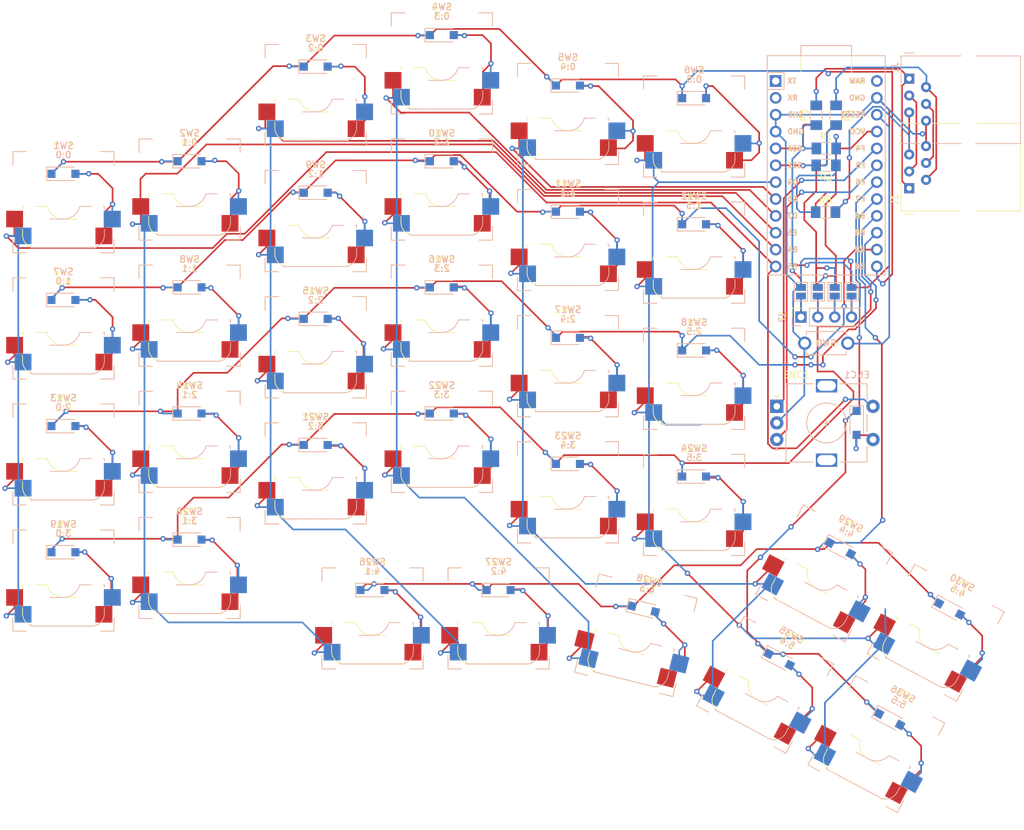
<source format=kicad_pcb>
(kicad_pcb (version 20171130) (host pcbnew "(5.1.6)-1")
  (layers (0 F.Cu signal) (31 B.Cu signal) (34 B.Paste user hide) (35 F.Paste user hide) (36 B.SilkS user) (37 F.SilkS user) (38 B.Mask user hide) (39 F.Mask user hide) (44 Edge.Cuts user))
  (net 0 "")
  (net 1 "Net-(D1-Pad2)")
  (net 2 "Net-(D2-Pad2)")
  (net 3 "Net-(D3-Pad2)")
  (net 4 "Net-(D4-Pad2)")
  (net 5 "Net-(D5-Pad2)")
  (net 6 "Net-(D6-Pad2)")
  (net 7 "Net-(D7-Pad2)")
  (net 8 "Net-(D8-Pad2)")
  (net 9 "Net-(D9-Pad2)")
  (net 10 "Net-(D10-Pad2)")
  (net 11 "Net-(D11-Pad2)")
  (net 12 "Net-(D12-Pad2)")
  (net 13 "Net-(D13-Pad2)")
  (net 14 "Net-(D14-Pad2)")
  (net 15 "Net-(D15-Pad2)")
  (net 16 "Net-(D16-Pad2)")
  (net 17 "Net-(D17-Pad2)")
  (net 18 "Net-(D18-Pad2)")
  (net 19 "Net-(D19-Pad2)")
  (net 20 "Net-(D20-Pad2)")
  (net 21 "Net-(D21-Pad2)")
  (net 22 "Net-(D22-Pad2)")
  (net 23 "Net-(D23-Pad2)")
  (net 24 "Net-(D24-Pad2)")
  (net 25 "Net-(D26-Pad2)")
  (net 26 "Net-(D27-Pad2)")
  (net 27 "Net-(D28-Pad2)")
  (net 28 "Net-(D29-Pad2)")
  (net 29 "Net-(D30-Pad2)")
  (net 30 /SW31_2)
  (net 31 "Net-(D35-Pad2)")
  (net 32 "Net-(D36-Pad2)")
  (net 33 encA)
  (net 34 GND)
  (net 35 encB)
  (net 36 col0)
  (net 37 col1)
  (net 38 col2)
  (net 39 col3)
  (net 40 col4)
  (net 41 col5)
  (net 42 row0)
  (net 43 row1)
  (net 44 row2)
  (net 45 row3)
  (net 46 row4)
  (net 47 row5)
  (net 48 VCC)
  (net 49 "Net-(J1-Pad4)")
  (net 50 "Net-(J1-Pad3)")
  (net 51 SCL)
  (net 52 SDA)
  (net 53 "Net-(J2-Pad1)")
  (net 54 "Net-(J2-Pad2)")
  (net 55 "Net-(J2-Pad3)")
  (net 56 "Net-(J2-Pad4)")
  (net 57 RESET)
  (net 58 "Net-(J1-Pad2)")
  (net 59 "Net-(J1-Pad1)")
  (net 60 "Net-(J1-Pad5)")
  (module KlaveLib:R_1206_3216Metric (layer F.Cu) (at 152.8 60.4 180)
    (fp_text reference R5 (at 0 1.82) (layer F.SilkS))
    (fp_text value 10)
    (pad 2 smd rect (at 1.4875 0 180) (size 1.425 1.75) (layers B.Cu B.Paste B.Mask) (net 48 VCC))
    (pad 1 smd rect (at -1.4875 0 180) (size 1.425 1.75) (layers B.Cu B.Paste B.Mask) (net 60 "Net-(J1-Pad5)"))
    (pad 1 smd rect (at -1.4875 0 180) (size 1.425 1.75) (layers F.Cu F.Paste F.Mask) (net 60 "Net-(J1-Pad5)"))
    (pad 2 smd rect (at 1.4875 0 180) (size 1.425 1.75) (layers F.Cu F.Paste F.Mask) (net 48 VCC))
  )
  (module KlaveLib:R_1206_3216Metric (layer F.Cu) (at 154.4 45.8 90)
    (fp_text reference R4 (at 0 1.82 90) (layer F.SilkS))
    (fp_text value 47)
    (pad 2 smd rect (at 1.4875 0 90) (size 1.425 1.75) (layers B.Cu B.Paste B.Mask) (net 58 "Net-(J1-Pad2)"))
    (pad 1 smd rect (at -1.4875 0 90) (size 1.425 1.75) (layers B.Cu B.Paste B.Mask) (net 51 SCL))
    (pad 1 smd rect (at -1.4875 0 90) (size 1.425 1.75) (layers F.Cu F.Paste F.Mask) (net 51 SCL))
    (pad 2 smd rect (at 1.4875 0 90) (size 1.425 1.75) (layers F.Cu F.Paste F.Mask) (net 58 "Net-(J1-Pad2)"))
  )
  (module KlaveLib:R_1206_3216Metric (layer F.Cu) (at 151.4 45.8 90)
    (fp_text reference R3 (at 0 -1.82 90) (layer F.SilkS))
    (fp_text value 47)
    (pad 2 smd rect (at 1.4875 0 90) (size 1.425 1.75) (layers B.Cu B.Paste B.Mask) (net 59 "Net-(J1-Pad1)"))
    (pad 1 smd rect (at -1.4875 0 90) (size 1.425 1.75) (layers B.Cu B.Paste B.Mask) (net 52 SDA))
    (pad 1 smd rect (at -1.4875 0 90) (size 1.425 1.75) (layers F.Cu F.Paste F.Mask) (net 52 SDA))
    (pad 2 smd rect (at 1.4875 0 90) (size 1.425 1.75) (layers F.Cu F.Paste F.Mask) (net 59 "Net-(J1-Pad1)"))
  )
  (module KlaveLib:R_1206_3216Metric (layer F.Cu) (at 152.8715 53.34 180)
    (fp_text reference R2 (at 0 -1.82) (layer F.SilkS))
    (fp_text value 4k7)
    (pad 2 smd rect (at 1.4875 0 180) (size 1.425 1.75) (layers B.Cu B.Paste B.Mask) (net 51 SCL))
    (pad 1 smd rect (at -1.4875 0 180) (size 1.425 1.75) (layers B.Cu B.Paste B.Mask) (net 48 VCC))
    (pad 1 smd rect (at -1.4875 0 180) (size 1.425 1.75) (layers F.Cu F.Paste F.Mask) (net 48 VCC))
    (pad 2 smd rect (at 1.4875 0 180) (size 1.425 1.75) (layers F.Cu F.Paste F.Mask) (net 51 SCL))
  )
  (module KlaveLib:R_1206_3216Metric (layer F.Cu) (at 152.908 50.8 180)
    (fp_text reference R1 (at 0 1.82) (layer F.SilkS))
    (fp_text value 4k7)
    (pad 2 smd rect (at 1.4875 0 180) (size 1.425 1.75) (layers B.Cu B.Paste B.Mask) (net 52 SDA))
    (pad 1 smd rect (at -1.4875 0 180) (size 1.425 1.75) (layers B.Cu B.Paste B.Mask) (net 48 VCC))
    (pad 1 smd rect (at -1.4875 0 180) (size 1.425 1.75) (layers F.Cu F.Paste F.Mask) (net 48 VCC))
    (pad 2 smd rect (at 1.4875 0 180) (size 1.425 1.75) (layers F.Cu F.Paste F.Mask) (net 52 SDA))
  )
  (module KlaveLib:D_SOD-123 (layer F.Cu) (at 133 43.225)
    (fp_text reference D6 hide)
    (fp_text value 0:5)
    (pad 2 smd rect (at 1.8 0) (size 1.2 1.2) (layers B.Cu B.Paste B.Mask) (net 6 "Net-(D6-Pad2)"))
    (pad 1 smd rect (at -1.8 0) (size 1.2 1.2) (layers B.Cu B.Paste B.Mask) (net 42 row0))
    (pad 1 smd rect (at -1.8 0) (size 1.2 1.2) (layers F.Cu F.Paste F.Mask) (net 42 row0))
    (pad 2 smd rect (at 1.8 0) (size 1.2 1.2) (layers F.Cu F.Paste F.Mask) (net 6 "Net-(D6-Pad2)"))
  )
  (module KlaveLib:D_SOD-123 (layer F.Cu) (at 162.45 136.8 332)
    (fp_text reference D36 hide)
    (fp_text value 5:5)
    (pad 2 smd rect (at 1.8 0 332) (size 1.2 1.2) (layers B.Cu B.Paste B.Mask) (net 32 "Net-(D36-Pad2)"))
    (pad 1 smd rect (at -1.8 0 332) (size 1.2 1.2) (layers B.Cu B.Paste B.Mask) (net 47 row5))
    (pad 1 smd rect (at -1.8 0 332) (size 1.2 1.2) (layers F.Cu F.Paste F.Mask) (net 47 row5))
    (pad 2 smd rect (at 1.8 0 332) (size 1.2 1.2) (layers F.Cu F.Paste F.Mask) (net 32 "Net-(D36-Pad2)"))
  )
  (module KlaveLib:D_SOD-123 (layer F.Cu) (at 145.825 127.775 332)
    (fp_text reference Dr hide)
    (fp_text value 5:4)
    (pad 2 smd rect (at 1.8 0 332) (size 1.2 1.2) (layers B.Cu B.Paste B.Mask) (net 31 "Net-(D35-Pad2)"))
    (pad 1 smd rect (at -1.8 0 332) (size 1.2 1.2) (layers B.Cu B.Paste B.Mask) (net 47 row5))
    (pad 1 smd rect (at -1.8 0 332) (size 1.2 1.2) (layers F.Cu F.Paste F.Mask) (net 47 row5))
    (pad 2 smd rect (at 1.8 0 332) (size 1.2 1.2) (layers F.Cu F.Paste F.Mask) (net 31 "Net-(D35-Pad2)"))
  )
  (module KlaveLib:D_SOD-123 (layer F.Cu) (at 157.48 92.15 270)
    (fp_text reference D31 hide)
    (fp_text value 5:0)
    (pad 2 smd rect (at 1.8 0 270) (size 1.2 1.2) (layers B.Cu B.Paste B.Mask) (net 30 /SW31_2))
    (pad 1 smd rect (at -1.8 0 270) (size 1.2 1.2) (layers B.Cu B.Paste B.Mask) (net 47 row5))
    (pad 1 smd rect (at -1.8 0 270) (size 1.2 1.2) (layers F.Cu F.Paste F.Mask) (net 47 row5))
    (pad 2 smd rect (at 1.8 0 270) (size 1.2 1.2) (layers F.Cu F.Paste F.Mask) (net 30 /SW31_2))
  )
  (module KlaveLib:D_SOD-123 (layer F.Cu) (at 171.475 120.175 332)
    (fp_text reference D30 hide)
    (fp_text value 4:5)
    (pad 2 smd rect (at 1.8 0 332) (size 1.2 1.2) (layers B.Cu B.Paste B.Mask) (net 29 "Net-(D30-Pad2)"))
    (pad 1 smd rect (at -1.8 0 332) (size 1.2 1.2) (layers B.Cu B.Paste B.Mask) (net 46 row4))
    (pad 1 smd rect (at -1.8 0 332) (size 1.2 1.2) (layers F.Cu F.Paste F.Mask) (net 46 row4))
    (pad 2 smd rect (at 1.8 0 332) (size 1.2 1.2) (layers F.Cu F.Paste F.Mask) (net 29 "Net-(D30-Pad2)"))
  )
  (module KlaveLib:D_SOD-123 (layer F.Cu) (at 155.014306 111.045049 332)
    (fp_text reference D29 hide)
    (fp_text value 4:4)
    (pad 2 smd rect (at 1.8 0 332) (size 1.2 1.2) (layers B.Cu B.Paste B.Mask) (net 28 "Net-(D29-Pad2)"))
    (pad 1 smd rect (at -1.8 0 332) (size 1.2 1.2) (layers B.Cu B.Paste B.Mask) (net 46 row4))
    (pad 1 smd rect (at -1.8 0 332) (size 1.2 1.2) (layers F.Cu F.Paste F.Mask) (net 46 row4))
    (pad 2 smd rect (at 1.8 0 332) (size 1.2 1.2) (layers F.Cu F.Paste F.Mask) (net 28 "Net-(D29-Pad2)"))
  )
  (module KlaveLib:D_SOD-123 (layer F.Cu) (at 125.4 120.175 346)
    (fp_text reference D28 hide)
    (fp_text value 4:3)
    (pad 2 smd rect (at 1.8 0 346) (size 1.2 1.2) (layers B.Cu B.Paste B.Mask) (net 27 "Net-(D28-Pad2)"))
    (pad 1 smd rect (at -1.8 0 346) (size 1.2 1.2) (layers B.Cu B.Paste B.Mask) (net 46 row4))
    (pad 1 smd rect (at -1.8 0 346) (size 1.2 1.2) (layers F.Cu F.Paste F.Mask) (net 46 row4))
    (pad 2 smd rect (at 1.8 0 346) (size 1.2 1.2) (layers F.Cu F.Paste F.Mask) (net 27 "Net-(D28-Pad2)"))
  )
  (module KlaveLib:D_SOD-123 (layer F.Cu) (at 103.55 117.325)
    (fp_text reference D27 hide)
    (fp_text value 4:2)
    (pad 2 smd rect (at 1.8 0) (size 1.2 1.2) (layers B.Cu B.Paste B.Mask) (net 26 "Net-(D27-Pad2)"))
    (pad 1 smd rect (at -1.8 0) (size 1.2 1.2) (layers B.Cu B.Paste B.Mask) (net 46 row4))
    (pad 1 smd rect (at -1.8 0) (size 1.2 1.2) (layers F.Cu F.Paste F.Mask) (net 46 row4))
    (pad 2 smd rect (at 1.8 0) (size 1.2 1.2) (layers F.Cu F.Paste F.Mask) (net 26 "Net-(D27-Pad2)"))
  )
  (module KlaveLib:D_SOD-123 (layer F.Cu) (at 84.55 117.325)
    (fp_text reference D26 hide)
    (fp_text value 4:1)
    (pad 2 smd rect (at 1.8 0) (size 1.2 1.2) (layers B.Cu B.Paste B.Mask) (net 25 "Net-(D26-Pad2)"))
    (pad 1 smd rect (at -1.8 0) (size 1.2 1.2) (layers B.Cu B.Paste B.Mask) (net 46 row4))
    (pad 1 smd rect (at -1.8 0) (size 1.2 1.2) (layers F.Cu F.Paste F.Mask) (net 46 row4))
    (pad 2 smd rect (at 1.8 0) (size 1.2 1.2) (layers F.Cu F.Paste F.Mask) (net 25 "Net-(D26-Pad2)"))
  )
  (module KlaveLib:D_SOD-123 (layer F.Cu) (at 133 100.225)
    (fp_text reference D24 hide)
    (fp_text value 3:5)
    (pad 2 smd rect (at 1.8 0) (size 1.2 1.2) (layers B.Cu B.Paste B.Mask) (net 24 "Net-(D24-Pad2)"))
    (pad 1 smd rect (at -1.8 0) (size 1.2 1.2) (layers B.Cu B.Paste B.Mask) (net 45 row3))
    (pad 1 smd rect (at -1.8 0) (size 1.2 1.2) (layers F.Cu F.Paste F.Mask) (net 45 row3))
    (pad 2 smd rect (at 1.8 0) (size 1.2 1.2) (layers F.Cu F.Paste F.Mask) (net 24 "Net-(D24-Pad2)"))
  )
  (module KlaveLib:D_SOD-123 (layer F.Cu) (at 114 98.325)
    (fp_text reference D23 hide)
    (fp_text value 3:4)
    (pad 2 smd rect (at 1.8 0) (size 1.2 1.2) (layers B.Cu B.Paste B.Mask) (net 23 "Net-(D23-Pad2)"))
    (pad 1 smd rect (at -1.8 0) (size 1.2 1.2) (layers B.Cu B.Paste B.Mask) (net 45 row3))
    (pad 1 smd rect (at -1.8 0) (size 1.2 1.2) (layers F.Cu F.Paste F.Mask) (net 45 row3))
    (pad 2 smd rect (at 1.8 0) (size 1.2 1.2) (layers F.Cu F.Paste F.Mask) (net 23 "Net-(D23-Pad2)"))
  )
  (module KlaveLib:D_SOD-123 (layer F.Cu) (at 95 90.725)
    (fp_text reference D22 hide)
    (fp_text value 3:3)
    (pad 2 smd rect (at 1.8 0) (size 1.2 1.2) (layers B.Cu B.Paste B.Mask) (net 22 "Net-(D22-Pad2)"))
    (pad 1 smd rect (at -1.8 0) (size 1.2 1.2) (layers B.Cu B.Paste B.Mask) (net 45 row3))
    (pad 1 smd rect (at -1.8 0) (size 1.2 1.2) (layers F.Cu F.Paste F.Mask) (net 45 row3))
    (pad 2 smd rect (at 1.8 0) (size 1.2 1.2) (layers F.Cu F.Paste F.Mask) (net 22 "Net-(D22-Pad2)"))
  )
  (module KlaveLib:D_SOD-123 (layer F.Cu) (at 76 95.475)
    (fp_text reference D21 hide)
    (fp_text value 3:2)
    (pad 2 smd rect (at 1.8 0) (size 1.2 1.2) (layers B.Cu B.Paste B.Mask) (net 21 "Net-(D21-Pad2)"))
    (pad 1 smd rect (at -1.8 0) (size 1.2 1.2) (layers B.Cu B.Paste B.Mask) (net 45 row3))
    (pad 1 smd rect (at -1.8 0) (size 1.2 1.2) (layers F.Cu F.Paste F.Mask) (net 45 row3))
    (pad 2 smd rect (at 1.8 0) (size 1.2 1.2) (layers F.Cu F.Paste F.Mask) (net 21 "Net-(D21-Pad2)"))
  )
  (module KlaveLib:D_SOD-123 (layer F.Cu) (at 57 109.725)
    (fp_text reference D20 hide)
    (fp_text value 3:1)
    (pad 2 smd rect (at 1.8 0) (size 1.2 1.2) (layers B.Cu B.Paste B.Mask) (net 20 "Net-(D20-Pad2)"))
    (pad 1 smd rect (at -1.8 0) (size 1.2 1.2) (layers B.Cu B.Paste B.Mask) (net 45 row3))
    (pad 1 smd rect (at -1.8 0) (size 1.2 1.2) (layers F.Cu F.Paste F.Mask) (net 45 row3))
    (pad 2 smd rect (at 1.8 0) (size 1.2 1.2) (layers F.Cu F.Paste F.Mask) (net 20 "Net-(D20-Pad2)"))
  )
  (module KlaveLib:D_SOD-123 (layer F.Cu) (at 38 111.625)
    (fp_text reference D19 hide)
    (fp_text value 3:0)
    (pad 2 smd rect (at 1.8 0) (size 1.2 1.2) (layers B.Cu B.Paste B.Mask) (net 19 "Net-(D19-Pad2)"))
    (pad 1 smd rect (at -1.8 0) (size 1.2 1.2) (layers B.Cu B.Paste B.Mask) (net 45 row3))
    (pad 1 smd rect (at -1.8 0) (size 1.2 1.2) (layers F.Cu F.Paste F.Mask) (net 45 row3))
    (pad 2 smd rect (at 1.8 0) (size 1.2 1.2) (layers F.Cu F.Paste F.Mask) (net 19 "Net-(D19-Pad2)"))
  )
  (module KlaveLib:D_SOD-123 (layer F.Cu) (at 133 81.225)
    (fp_text reference D18 hide)
    (fp_text value 2:5)
    (pad 2 smd rect (at 1.8 0) (size 1.2 1.2) (layers B.Cu B.Paste B.Mask) (net 18 "Net-(D18-Pad2)"))
    (pad 1 smd rect (at -1.8 0) (size 1.2 1.2) (layers B.Cu B.Paste B.Mask) (net 44 row2))
    (pad 1 smd rect (at -1.8 0) (size 1.2 1.2) (layers F.Cu F.Paste F.Mask) (net 44 row2))
    (pad 2 smd rect (at 1.8 0) (size 1.2 1.2) (layers F.Cu F.Paste F.Mask) (net 18 "Net-(D18-Pad2)"))
  )
  (module KlaveLib:D_SOD-123 (layer F.Cu) (at 114 79.325)
    (fp_text reference D17 hide)
    (fp_text value 2:4)
    (pad 2 smd rect (at 1.8 0) (size 1.2 1.2) (layers B.Cu B.Paste B.Mask) (net 17 "Net-(D17-Pad2)"))
    (pad 1 smd rect (at -1.8 0) (size 1.2 1.2) (layers B.Cu B.Paste B.Mask) (net 44 row2))
    (pad 1 smd rect (at -1.8 0) (size 1.2 1.2) (layers F.Cu F.Paste F.Mask) (net 44 row2))
    (pad 2 smd rect (at 1.8 0) (size 1.2 1.2) (layers F.Cu F.Paste F.Mask) (net 17 "Net-(D17-Pad2)"))
  )
  (module KlaveLib:D_SOD-123 (layer F.Cu) (at 95 71.725)
    (fp_text reference D16 hide)
    (fp_text value 2:3)
    (pad 2 smd rect (at 1.8 0) (size 1.2 1.2) (layers B.Cu B.Paste B.Mask) (net 16 "Net-(D16-Pad2)"))
    (pad 1 smd rect (at -1.8 0) (size 1.2 1.2) (layers B.Cu B.Paste B.Mask) (net 44 row2))
    (pad 1 smd rect (at -1.8 0) (size 1.2 1.2) (layers F.Cu F.Paste F.Mask) (net 44 row2))
    (pad 2 smd rect (at 1.8 0) (size 1.2 1.2) (layers F.Cu F.Paste F.Mask) (net 16 "Net-(D16-Pad2)"))
  )
  (module KlaveLib:D_SOD-123 (layer F.Cu) (at 76 76.475)
    (fp_text reference D15 hide)
    (fp_text value 2:2)
    (pad 2 smd rect (at 1.8 0) (size 1.2 1.2) (layers B.Cu B.Paste B.Mask) (net 15 "Net-(D15-Pad2)"))
    (pad 1 smd rect (at -1.8 0) (size 1.2 1.2) (layers B.Cu B.Paste B.Mask) (net 44 row2))
    (pad 1 smd rect (at -1.8 0) (size 1.2 1.2) (layers F.Cu F.Paste F.Mask) (net 44 row2))
    (pad 2 smd rect (at 1.8 0) (size 1.2 1.2) (layers F.Cu F.Paste F.Mask) (net 15 "Net-(D15-Pad2)"))
  )
  (module KlaveLib:D_SOD-123 (layer F.Cu) (at 57 90.725)
    (fp_text reference D14 hide)
    (fp_text value 2:1)
    (pad 2 smd rect (at 1.8 0) (size 1.2 1.2) (layers B.Cu B.Paste B.Mask) (net 14 "Net-(D14-Pad2)"))
    (pad 1 smd rect (at -1.8 0) (size 1.2 1.2) (layers B.Cu B.Paste B.Mask) (net 44 row2))
    (pad 1 smd rect (at -1.8 0) (size 1.2 1.2) (layers F.Cu F.Paste F.Mask) (net 44 row2))
    (pad 2 smd rect (at 1.8 0) (size 1.2 1.2) (layers F.Cu F.Paste F.Mask) (net 14 "Net-(D14-Pad2)"))
  )
  (module KlaveLib:D_SOD-123 (layer F.Cu) (at 38 92.625)
    (fp_text reference D13 hide)
    (fp_text value 2:0)
    (pad 2 smd rect (at 1.8 0) (size 1.2 1.2) (layers B.Cu B.Paste B.Mask) (net 13 "Net-(D13-Pad2)"))
    (pad 1 smd rect (at -1.8 0) (size 1.2 1.2) (layers B.Cu B.Paste B.Mask) (net 44 row2))
    (pad 1 smd rect (at -1.8 0) (size 1.2 1.2) (layers F.Cu F.Paste F.Mask) (net 44 row2))
    (pad 2 smd rect (at 1.8 0) (size 1.2 1.2) (layers F.Cu F.Paste F.Mask) (net 13 "Net-(D13-Pad2)"))
  )
  (module KlaveLib:D_SOD-123 (layer F.Cu) (at 133 62.225)
    (fp_text reference D12 hide)
    (fp_text value 1:5)
    (pad 2 smd rect (at 1.8 0) (size 1.2 1.2) (layers B.Cu B.Paste B.Mask) (net 12 "Net-(D12-Pad2)"))
    (pad 1 smd rect (at -1.8 0) (size 1.2 1.2) (layers B.Cu B.Paste B.Mask) (net 43 row1))
    (pad 1 smd rect (at -1.8 0) (size 1.2 1.2) (layers F.Cu F.Paste F.Mask) (net 43 row1))
    (pad 2 smd rect (at 1.8 0) (size 1.2 1.2) (layers F.Cu F.Paste F.Mask) (net 12 "Net-(D12-Pad2)"))
  )
  (module KlaveLib:D_SOD-123 (layer F.Cu) (at 114 60.325)
    (fp_text reference D11 hide)
    (fp_text value 1:4)
    (pad 2 smd rect (at 1.8 0) (size 1.2 1.2) (layers B.Cu B.Paste B.Mask) (net 11 "Net-(D11-Pad2)"))
    (pad 1 smd rect (at -1.8 0) (size 1.2 1.2) (layers B.Cu B.Paste B.Mask) (net 43 row1))
    (pad 1 smd rect (at -1.8 0) (size 1.2 1.2) (layers F.Cu F.Paste F.Mask) (net 43 row1))
    (pad 2 smd rect (at 1.8 0) (size 1.2 1.2) (layers F.Cu F.Paste F.Mask) (net 11 "Net-(D11-Pad2)"))
  )
  (module KlaveLib:D_SOD-123 (layer F.Cu) (at 95 52.725)
    (fp_text reference D10 hide)
    (fp_text value 1:3)
    (pad 2 smd rect (at 1.8 0) (size 1.2 1.2) (layers B.Cu B.Paste B.Mask) (net 10 "Net-(D10-Pad2)"))
    (pad 1 smd rect (at -1.8 0) (size 1.2 1.2) (layers B.Cu B.Paste B.Mask) (net 43 row1))
    (pad 1 smd rect (at -1.8 0) (size 1.2 1.2) (layers F.Cu F.Paste F.Mask) (net 43 row1))
    (pad 2 smd rect (at 1.8 0) (size 1.2 1.2) (layers F.Cu F.Paste F.Mask) (net 10 "Net-(D10-Pad2)"))
  )
  (module KlaveLib:D_SOD-123 (layer F.Cu) (at 76 57.475)
    (fp_text reference D9 hide)
    (fp_text value 1:2)
    (pad 2 smd rect (at 1.8 0) (size 1.2 1.2) (layers B.Cu B.Paste B.Mask) (net 9 "Net-(D9-Pad2)"))
    (pad 1 smd rect (at -1.8 0) (size 1.2 1.2) (layers B.Cu B.Paste B.Mask) (net 43 row1))
    (pad 1 smd rect (at -1.8 0) (size 1.2 1.2) (layers F.Cu F.Paste F.Mask) (net 43 row1))
    (pad 2 smd rect (at 1.8 0) (size 1.2 1.2) (layers F.Cu F.Paste F.Mask) (net 9 "Net-(D9-Pad2)"))
  )
  (module KlaveLib:D_SOD-123 (layer F.Cu) (at 57 71.725)
    (fp_text reference D8 hide)
    (fp_text value 1:1)
    (pad 2 smd rect (at 1.8 0) (size 1.2 1.2) (layers B.Cu B.Paste B.Mask) (net 8 "Net-(D8-Pad2)"))
    (pad 1 smd rect (at -1.8 0) (size 1.2 1.2) (layers B.Cu B.Paste B.Mask) (net 43 row1))
    (pad 1 smd rect (at -1.8 0) (size 1.2 1.2) (layers F.Cu F.Paste F.Mask) (net 43 row1))
    (pad 2 smd rect (at 1.8 0) (size 1.2 1.2) (layers F.Cu F.Paste F.Mask) (net 8 "Net-(D8-Pad2)"))
  )
  (module KlaveLib:D_SOD-123 (layer F.Cu) (at 38 73.625)
    (fp_text reference D7 hide)
    (fp_text value 1:0)
    (pad 2 smd rect (at 1.8 0) (size 1.2 1.2) (layers B.Cu B.Paste B.Mask) (net 7 "Net-(D7-Pad2)"))
    (pad 1 smd rect (at -1.8 0) (size 1.2 1.2) (layers B.Cu B.Paste B.Mask) (net 43 row1))
    (pad 1 smd rect (at -1.8 0) (size 1.2 1.2) (layers F.Cu F.Paste F.Mask) (net 43 row1))
    (pad 2 smd rect (at 1.8 0) (size 1.2 1.2) (layers F.Cu F.Paste F.Mask) (net 7 "Net-(D7-Pad2)"))
  )
  (module KlaveLib:D_SOD-123 (layer F.Cu) (at 114 41.325)
    (fp_text reference D5 hide)
    (fp_text value 0:4)
    (pad 2 smd rect (at 1.8 0) (size 1.2 1.2) (layers B.Cu B.Paste B.Mask) (net 5 "Net-(D5-Pad2)"))
    (pad 1 smd rect (at -1.8 0) (size 1.2 1.2) (layers B.Cu B.Paste B.Mask) (net 42 row0))
    (pad 1 smd rect (at -1.8 0) (size 1.2 1.2) (layers F.Cu F.Paste F.Mask) (net 42 row0))
    (pad 2 smd rect (at 1.8 0) (size 1.2 1.2) (layers F.Cu F.Paste F.Mask) (net 5 "Net-(D5-Pad2)"))
  )
  (module KlaveLib:D_SOD-123 (layer F.Cu) (at 95 33.725)
    (fp_text reference D4 hide)
    (fp_text value 0:3)
    (pad 2 smd rect (at 1.8 0) (size 1.2 1.2) (layers B.Cu B.Paste B.Mask) (net 4 "Net-(D4-Pad2)"))
    (pad 1 smd rect (at -1.8 0) (size 1.2 1.2) (layers B.Cu B.Paste B.Mask) (net 42 row0))
    (pad 1 smd rect (at -1.8 0) (size 1.2 1.2) (layers F.Cu F.Paste F.Mask) (net 42 row0))
    (pad 2 smd rect (at 1.8 0) (size 1.2 1.2) (layers F.Cu F.Paste F.Mask) (net 4 "Net-(D4-Pad2)"))
  )
  (module KlaveLib:D_SOD-123 (layer F.Cu) (at 76 38.475)
    (fp_text reference D3 hide)
    (fp_text value 0:2)
    (pad 2 smd rect (at 1.8 0) (size 1.2 1.2) (layers B.Cu B.Paste B.Mask) (net 3 "Net-(D3-Pad2)"))
    (pad 1 smd rect (at -1.8 0) (size 1.2 1.2) (layers B.Cu B.Paste B.Mask) (net 42 row0))
    (pad 1 smd rect (at -1.8 0) (size 1.2 1.2) (layers F.Cu F.Paste F.Mask) (net 42 row0))
    (pad 2 smd rect (at 1.8 0) (size 1.2 1.2) (layers F.Cu F.Paste F.Mask) (net 3 "Net-(D3-Pad2)"))
  )
  (module KlaveLib:D_SOD-123 (layer F.Cu) (at 57 52.725)
    (fp_text reference D2 hide)
    (fp_text value 0:1)
    (pad 2 smd rect (at 1.8 0) (size 1.2 1.2) (layers B.Cu B.Paste B.Mask) (net 2 "Net-(D2-Pad2)"))
    (pad 1 smd rect (at -1.8 0) (size 1.2 1.2) (layers B.Cu B.Paste B.Mask) (net 42 row0))
    (pad 1 smd rect (at -1.8 0) (size 1.2 1.2) (layers F.Cu F.Paste F.Mask) (net 42 row0))
    (pad 2 smd rect (at 1.8 0) (size 1.2 1.2) (layers F.Cu F.Paste F.Mask) (net 2 "Net-(D2-Pad2)"))
  )
  (module KlaveLib:D_SOD-123 (layer F.Cu) (at 38 54.625)
    (fp_text reference D1 hide)
    (fp_text value 0:0)
    (pad 2 smd rect (at 1.8 0) (size 1.2 1.2) (layers B.Cu B.Paste B.Mask) (net 1 "Net-(D1-Pad2)"))
    (pad 1 smd rect (at -1.8 0) (size 1.2 1.2) (layers B.Cu B.Paste B.Mask) (net 42 row0))
    (pad 1 smd rect (at -1.8 0) (size 1.2 1.2) (layers F.Cu F.Paste F.Mask) (net 42 row0))
    (pad 2 smd rect (at 1.8 0) (size 1.2 1.2) (layers F.Cu F.Paste F.Mask) (net 1 "Net-(D1-Pad2)"))
  )
  (module KlaveLib:Arduino_ProMicro (layer F.Cu) (at 152.908 53.34)
    (fp_text reference U1)
    (fp_text value ProMicro hide)
    (fp_text user RX (at -4.191428 -10.16) (layer B.SilkS) (effects (font (size 0.8 0.8)) (justify left mirror)))
    (fp_text user SCL (at -3.543809 0) (layer B.SilkS) (effects (font (size 0.8 0.8)) (justify left mirror)))
    (fp_text user SDA (at -3.505714 -2.54) (layer B.SilkS) (effects (font (size 0.8 0.8)) (justify left mirror)))
    (fp_text user GND (at -4.609286 -5.08) (layer B.SilkS) (effects (font (size 0.8 0.8)) (justify mirror)))
    (fp_text user GND (at -4.609286 -7.62) (layer B.SilkS) (effects (font (size 0.8 0.8)) (justify mirror)))
    (fp_text user D4 (at -4.191428 2.54) (layer B.SilkS) (effects (font (size 0.8 0.8)) (justify left mirror)))
    (fp_text user C6 (at -4.191428 5.08) (layer B.SilkS) (effects (font (size 0.8 0.8)) (justify left mirror)))
    (fp_text user D7 (at -4.191428 7.62) (layer B.SilkS) (effects (font (size 0.8 0.8)) (justify left mirror)))
    (fp_text user E6 (at -4.267619 10.16) (layer B.SilkS) (effects (font (size 0.8 0.8)) (justify left mirror)))
    (fp_text user B4 (at -4.191428 12.7) (layer B.SilkS) (effects (font (size 0.8 0.8)) (justify left mirror)))
    (fp_text user B5 (at -4.191428 15.24) (layer B.SilkS) (effects (font (size 0.8 0.8)) (justify left mirror)))
    (fp_text user B6 (at 4.218095 15.24) (layer B.SilkS) (effects (font (size 0.8 0.8)) (justify right mirror)))
    (fp_text user B2 (at 5.92 12.7) (layer F.SilkS) (effects (font (size 0.8 0.8)) (justify right)))
    (fp_text user B3 (at 4.218095 10.16) (layer B.SilkS) (effects (font (size 0.8 0.8)) (justify right mirror)))
    (fp_text user B1 (at 4.218095 7.62) (layer B.SilkS) (effects (font (size 0.8 0.8)) (justify right mirror)))
    (fp_text user F7 (at 5.92 5.08) (layer F.SilkS) (effects (font (size 0.8 0.8)) (justify right)))
    (fp_text user F6 (at 5.92 2.54) (layer F.SilkS) (effects (font (size 0.8 0.8)) (justify right)))
    (fp_text user F5 (at 5.92 0) (layer F.SilkS) (effects (font (size 0.8 0.8)) (justify right)))
    (fp_text user F4 (at 4.332381 -2.54) (layer B.SilkS) (effects (font (size 0.8 0.8)) (justify right mirror)))
    (fp_text user VCC (at 3.494286 -5.08) (layer B.SilkS) (effects (font (size 0.8 0.8)) (justify right mirror)))
    (fp_text user GND (at 3.341905 -10.16) (layer B.SilkS) (effects (font (size 0.8 0.8)) (justify right mirror)))
    (fp_text user RAW (at 3.38 -12.7) (layer B.SilkS) (effects (font (size 0.8 0.8)) (justify right mirror)))
    (fp_text user RAW (at 5.92 -12.7) (layer F.SilkS) (effects (font (size 0.8 0.8)) (justify right)))
    (fp_text user GND (at 5.92 -10.16) (layer F.SilkS) (effects (font (size 0.8 0.8)) (justify right)))
    (fp_text user RESET (at 5.92 -7.65) (layer F.SilkS) (effects (font (size 0.8 0.8)) (justify right)))
    (fp_text user VCC (at 5.92 -5.08) (layer F.SilkS) (effects (font (size 0.8 0.8)) (justify right)))
    (fp_text user F4 (at 5.92 -2.54) (layer F.SilkS) (effects (font (size 0.8 0.8)) (justify right)))
    (fp_text user F5 (at 4.332381 0) (layer B.SilkS) (effects (font (size 0.8 0.8)) (justify right mirror)))
    (fp_text user F6 (at 4.332381 2.54) (layer B.SilkS) (effects (font (size 0.8 0.8)) (justify right mirror)))
    (fp_text user F7 (at 4.332381 5.08) (layer B.SilkS) (effects (font (size 0.8 0.8)) (justify right mirror)))
    (fp_text user B1 (at 5.92 7.62) (layer F.SilkS) (effects (font (size 0.8 0.8)) (justify right)))
    (fp_text user B3 (at 5.92 10.16) (layer F.SilkS) (effects (font (size 0.8 0.8)) (justify right)))
    (fp_text user B2 (at 4.218095 12.7) (layer B.SilkS) (effects (font (size 0.8 0.8)) (justify right mirror)))
    (fp_text user B6 (at 5.92 15.24) (layer F.SilkS) (effects (font (size 0.8 0.8)) (justify right)))
    (fp_text user B5 (at -5.92 15.24) (layer F.SilkS) (effects (font (size 0.8 0.8)) (justify left)))
    (fp_text user B4 (at -5.92 12.7) (layer F.SilkS) (effects (font (size 0.8 0.8)) (justify left)))
    (fp_text user E6 (at -5.92 10.16) (layer F.SilkS) (effects (font (size 0.8 0.8)) (justify left)))
    (fp_text user D7 (at -5.92 7.62) (layer F.SilkS) (effects (font (size 0.8 0.8)) (justify left)))
    (fp_text user C6 (at -5.92 5.08) (layer F.SilkS) (effects (font (size 0.8 0.8)) (justify left)))
    (fp_text user D4 (at -5.92 2.54) (layer F.SilkS) (effects (font (size 0.8 0.8)) (justify left)))
    (fp_text user GND (at -5.92 -7.62) (layer F.SilkS) (effects (font (size 0.8 0.8)) (justify left)))
    (fp_text user GND (at -5.92 -5.08) (layer F.SilkS) (effects (font (size 0.8 0.8)) (justify left)))
    (fp_text user SDA (at -5.92 -2.54) (layer F.SilkS) (effects (font (size 0.8 0.8)) (justify left)))
    (fp_text user SCL (at -5.92 0) (layer F.SilkS) (effects (font (size 0.8 0.8)) (justify left)))
    (fp_text user RX (at -5.92 -10.16) (layer F.SilkS) (effects (font (size 0.8 0.8)) (justify left)))
    (fp_text user TX (at -4.381904 -12.7) (layer B.SilkS) (effects (font (size 0.8 0.8)) (justify left mirror)))
    (fp_text user TX (at -5.92 -12.7) (layer F.SilkS) (effects (font (size 0.8 0.8)) (justify left)))
    (fp_text user RESET (at 2.160952 -7.64) (layer B.SilkS) (effects (font (size 0.8 0.8)) (justify right mirror)))
    (pad 1 thru_hole rect (at -7.62 -12.7) (size 1.7526 1.7526) (drill 1.0922) (layers *.Cu *.Mask))
    (pad 2 thru_hole circle (at -7.62 -10.16) (size 1.7526 1.7526) (drill 1.0922) (layers *.Cu *.Mask))
    (pad 3 thru_hole circle (at -7.62 -7.62) (size 1.7526 1.7526) (drill 1.0922) (layers *.Cu *.Mask) (net 34 GND))
    (pad 4 thru_hole circle (at -7.62 -5.08) (size 1.7526 1.7526) (drill 1.0922) (layers *.Cu *.Mask) (net 34 GND))
    (pad 5 thru_hole circle (at -7.62 -2.54) (size 1.7526 1.7526) (drill 1.0922) (layers *.Cu *.Mask) (net 52 SDA))
    (pad 6 thru_hole circle (at -7.62 0) (size 1.7526 1.7526) (drill 1.0922) (layers *.Cu *.Mask) (net 51 SCL))
    (pad 7 thru_hole circle (at -7.62 2.54) (size 1.7526 1.7526) (drill 1.0922) (layers *.Cu *.Mask) (net 41 col5))
    (pad 8 thru_hole circle (at -7.62 5.08) (size 1.7526 1.7526) (drill 1.0922) (layers *.Cu *.Mask) (net 40 col4))
    (pad 9 thru_hole circle (at -7.62 7.62) (size 1.7526 1.7526) (drill 1.0922) (layers *.Cu *.Mask) (net 39 col3))
    (pad 10 thru_hole circle (at -7.62 10.16) (size 1.7526 1.7526) (drill 1.0922) (layers *.Cu *.Mask) (net 38 col2))
    (pad 11 thru_hole circle (at -7.62 12.7) (size 1.7526 1.7526) (drill 1.0922) (layers *.Cu *.Mask) (net 37 col1))
    (pad 13 thru_hole circle (at 7.62 15.24) (size 1.7526 1.7526) (drill 1.0922) (layers *.Cu *.Mask) (net 42 row0))
    (pad 14 thru_hole circle (at 7.62 12.7) (size 1.7526 1.7526) (drill 1.0922) (layers *.Cu *.Mask) (net 43 row1))
    (pad 15 thru_hole circle (at 7.62 10.16) (size 1.7526 1.7526) (drill 1.0922) (layers *.Cu *.Mask) (net 44 row2))
    (pad 16 thru_hole circle (at 7.62 7.62) (size 1.7526 1.7526) (drill 1.0922) (layers *.Cu *.Mask) (net 45 row3))
    (pad 17 thru_hole circle (at 7.62 5.08) (size 1.7526 1.7526) (drill 1.0922) (layers *.Cu *.Mask) (net 46 row4))
    (pad 18 thru_hole circle (at 7.62 2.54) (size 1.7526 1.7526) (drill 1.0922) (layers *.Cu *.Mask) (net 47 row5))
    (pad 19 thru_hole circle (at 7.62 0) (size 1.7526 1.7526) (drill 1.0922) (layers *.Cu *.Mask) (net 35 encB))
    (pad 20 thru_hole circle (at 7.62 -2.54) (size 1.7526 1.7526) (drill 1.0922) (layers *.Cu *.Mask) (net 33 encA))
    (pad 21 thru_hole circle (at 7.62 -5.08) (size 1.7526 1.7526) (drill 1.0922) (layers *.Cu *.Mask) (net 48 VCC))
    (pad 22 thru_hole circle (at 7.62 -7.62) (size 1.7526 1.7526) (drill 1.0922) (layers *.Cu *.Mask) (net 57 RESET))
    (pad 23 thru_hole circle (at 7.62 -10.16) (size 1.7526 1.7526) (drill 1.0922) (layers *.Cu *.Mask) (net 34 GND))
    (pad 12 thru_hole circle (at -7.62 15.24) (size 1.7526 1.7526) (drill 1.0922) (layers *.Cu *.Mask) (net 36 col0))
    (pad 24 thru_hole circle (at 7.62 -12.7) (size 1.7526 1.7526) (drill 1.0922) (layers *.Cu *.Mask))
  )
  (module KlaveLib:SW_Tactile_2pin (layer F.Cu) (at 152.908 80.137)
    (fp_text reference SW0 (at 0 0) (layer F.SilkS))
    (fp_text value Reset)
    (fp_text user %R (at 0 0) (layer B.SilkS) (effects (justify mirror)))
    (pad 2 thru_hole circle (at 3.25 0) (size 2 2) (drill 1.3) (layers *.Cu *.Mask) (net 57 RESET))
    (pad 1 thru_hole circle (at -3.25 0) (size 2 2) (drill 1.3) (layers *.Cu *.Mask) (net 34 GND))
  )
  (module Jumper:SolderJumper-2_P1.3mm_Open_Pad1.0x1.5mm (layer B.Cu) (at 149.098 72.39 90)
    (fp_text reference JP8 hide)
    (fp_text value Back hide)
    (pad 1 smd rect (at -0.65 0 90) (size 1 1.5) (layers B.Cu B.Mask) (net 53 "Net-(J2-Pad1)"))
    (pad 2 smd rect (at 0.65 0 90) (size 1 1.5) (layers B.Cu B.Mask) (net 34 GND))
  )
  (module Jumper:SolderJumper-2_P1.3mm_Open_Pad1.0x1.5mm (layer B.Cu) (at 151.638 72.39 90)
    (fp_text reference JP7 hide)
    (fp_text value Back hide)
    (pad 1 smd rect (at -0.65 0 90) (size 1 1.5) (layers B.Cu B.Mask) (net 54 "Net-(J2-Pad2)"))
    (pad 2 smd rect (at 0.65 0 90) (size 1 1.5) (layers B.Cu B.Mask) (net 48 VCC))
  )
  (module Jumper:SolderJumper-2_P1.3mm_Open_Pad1.0x1.5mm (layer B.Cu) (at 154.178 72.39 90)
    (fp_text reference JP6 hide)
    (fp_text value Back hide)
    (pad 1 smd rect (at -0.65 0 90) (size 1 1.5) (layers B.Cu B.Mask) (net 55 "Net-(J2-Pad3)"))
    (pad 2 smd rect (at 0.65 0 90) (size 1 1.5) (layers B.Cu B.Mask) (net 51 SCL))
  )
  (module Jumper:SolderJumper-2_P1.3mm_Open_Pad1.0x1.5mm (layer B.Cu) (at 156.718 72.39 90)
    (fp_text reference JP5 hide)
    (fp_text value Back hide)
    (pad 1 smd rect (at -0.65 0 90) (size 1 1.5) (layers B.Cu B.Mask) (net 56 "Net-(J2-Pad4)"))
    (pad 2 smd rect (at 0.65 0 90) (size 1 1.5) (layers B.Cu B.Mask) (net 52 SDA))
  )
  (module Jumper:SolderJumper-2_P1.3mm_Open_Pad1.0x1.5mm (layer F.Cu) (at 149.098 72.39 90)
    (fp_text reference JP1 hide)
    (fp_text value Front hide)
    (pad 1 smd rect (at -0.65 0 90) (size 1 1.5) (layers F.Cu F.Mask) (net 53 "Net-(J2-Pad1)"))
    (pad 2 smd rect (at 0.65 0 90) (size 1 1.5) (layers F.Cu F.Mask) (net 52 SDA))
  )
  (module Jumper:SolderJumper-2_P1.3mm_Open_Pad1.0x1.5mm (layer F.Cu) (at 151.638 72.39 90)
    (fp_text reference JP2 hide)
    (fp_text value Front hide)
    (pad 1 smd rect (at -0.65 0 90) (size 1 1.5) (layers F.Cu F.Mask) (net 54 "Net-(J2-Pad2)"))
    (pad 2 smd rect (at 0.65 0 90) (size 1 1.5) (layers F.Cu F.Mask) (net 51 SCL))
  )
  (module Jumper:SolderJumper-2_P1.3mm_Open_Pad1.0x1.5mm (layer F.Cu) (at 154.178 72.39 90)
    (fp_text reference JP3 hide)
    (fp_text value Front hide)
    (pad 1 smd rect (at -0.65 0 90) (size 1 1.5) (layers F.Cu F.Mask) (net 55 "Net-(J2-Pad3)"))
    (pad 2 smd rect (at 0.65 0 90) (size 1 1.5) (layers F.Cu F.Mask) (net 48 VCC))
  )
  (module Jumper:SolderJumper-2_P1.3mm_Open_Pad1.0x1.5mm (layer F.Cu) (at 156.718 72.39 90)
    (fp_text reference JP4 hide)
    (fp_text value Front hide)
    (pad 1 smd rect (at -0.65 0 90) (size 1 1.5) (layers F.Cu F.Mask) (net 56 "Net-(J2-Pad4)"))
    (pad 2 smd rect (at 0.65 0 90) (size 1 1.5) (layers F.Cu F.Mask) (net 34 GND))
  )
  (module KlaveLib:Display_OLED_128x32 (layer F.Cu) (at 149.098 76.2 90)
    (fp_text reference J2 (at 0 -2.77 90) (layer F.SilkS))
    (fp_text value OLED hide)
    (fp_text user %R (at 0 -2.8 270) (layer B.SilkS) (effects (justify mirror)))
    (pad 1 thru_hole rect (at 0 0 90) (size 1.7 1.7) (drill 1) (layers *.Cu *.Mask) (net 53 "Net-(J2-Pad1)"))
    (pad 2 thru_hole oval (at 0 2.54 90) (size 1.7 1.7) (drill 1) (layers *.Cu *.Mask) (net 54 "Net-(J2-Pad2)"))
    (pad 3 thru_hole oval (at 0 5.08 90) (size 1.7 1.7) (drill 1) (layers *.Cu *.Mask) (net 55 "Net-(J2-Pad3)"))
    (pad 4 thru_hole oval (at 0 7.62 90) (size 1.7 1.7) (drill 1) (layers *.Cu *.Mask) (net 56 "Net-(J2-Pad4)"))
  )
  (module KlaveLib:RJ12_6P6C (layer F.Cu) (at 165.4 56.8 90)
    (fp_text reference J1 (at -1.67 -2.16 90) (layer F.SilkS))
    (fp_text value 6P6C)
    (fp_text user %R (at 18.161 -2.159 90) (layer B.SilkS) (effects (justify mirror)))
    (pad "" np_thru_hole circle (at 8.255 8.89 90) (size 3.25 3.25) (drill 3.25) (layers *.Cu *.Mask))
    (pad "" np_thru_hole circle (at 18.415 8.89 90) (size 3.25 3.25) (drill 3.25) (layers *.Cu *.Mask))
    (pad 6 thru_hole circle (at 10.16 2.54 90) (size 1.52 1.52) (drill 0.76) (layers *.Cu *.Mask) (net 34 GND))
    (pad 4 thru_hole circle (at 12.7 2.54 90) (size 1.52 1.52) (drill 0.76) (layers *.Cu *.Mask) (net 49 "Net-(J1-Pad4)"))
    (pad 3 thru_hole circle (at 13.97 0 90) (size 1.52 1.52) (drill 0.76) (layers *.Cu *.Mask) (net 50 "Net-(J1-Pad3)"))
    (pad 2 thru_hole circle (at 15.24 2.54 90) (size 1.52 1.52) (drill 0.76) (layers *.Cu *.Mask) (net 58 "Net-(J1-Pad2)"))
    (pad 1 thru_hole rect (at 16.51 0 90) (size 1.52 1.52) (drill 0.76) (layers *.Cu *.Mask) (net 59 "Net-(J1-Pad1)"))
    (pad 5 thru_hole circle (at 11.43 0 90) (size 1.52 1.52) (drill 0.76) (layers *.Cu *.Mask) (net 60 "Net-(J1-Pad5)"))
    (pad 6 thru_hole circle (at 6.35 2.54 90) (size 1.52 1.52) (drill 0.76) (layers *.Cu *.Mask) (net 34 GND))
    (pad 5 thru_hole circle (at 5.08 0 90) (size 1.52 1.52) (drill 0.76) (layers *.Cu *.Mask) (net 60 "Net-(J1-Pad5)"))
    (pad 4 thru_hole circle (at 3.81 2.54 90) (size 1.52 1.52) (drill 0.76) (layers *.Cu *.Mask) (net 49 "Net-(J1-Pad4)"))
    (pad 3 thru_hole circle (at 2.54 0 90) (size 1.52 1.52) (drill 0.76) (layers *.Cu *.Mask) (net 50 "Net-(J1-Pad3)"))
    (pad 2 thru_hole circle (at 1.27 2.54 90) (size 1.52 1.52) (drill 0.76) (layers *.Cu *.Mask) (net 58 "Net-(J1-Pad2)"))
    (pad "" np_thru_hole circle (at -1.91 8.89 90) (size 3.25 3.25) (drill 3.25) (layers *.Cu *.Mask))
    (pad 1 thru_hole rect (at 0 0 90) (size 1.52 1.52) (drill 0.76) (layers *.Cu *.Mask) (net 59 "Net-(J1-Pad1)"))
  )
  (module KlaveLib:RotaryEncoder_EC11E-Switch (layer F.Cu) (at 152.95 92.15)
    (fp_text reference ENC1 (at -4.572 -7.239) (layer F.SilkS))
    (fp_text value 5:0 hide)
    (fp_text user %R (at 4.572 -7.239) (layer B.SilkS) (effects (justify mirror)))
    (pad A thru_hole rect (at -7.5 -2.5) (size 2 2) (drill 1) (layers *.Cu *.Mask) (net 33 encA))
    (pad C thru_hole circle (at -7.5 0) (size 2 2) (drill 1) (layers *.Cu *.Mask) (net 34 GND))
    (pad B thru_hole circle (at -7.5 2.5) (size 2 2) (drill 1) (layers *.Cu *.Mask) (net 35 encB))
    (pad MP thru_hole rect (at 0 -5.6) (size 3.2 2) (drill oval 2.8 1.5) (layers *.Cu *.Mask))
    (pad MP thru_hole rect (at 0 5.6) (size 3.2 2) (drill oval 2.8 1.5) (layers *.Cu *.Mask))
    (pad S1 thru_hole circle (at 7 -2.5) (size 2 2) (drill 1) (layers *.Cu *.Mask) (net 36 col0))
    (pad S2 thru_hole circle (at 7 2.5) (size 2 2) (drill 1) (layers *.Cu *.Mask) (net 30 /SW31_2))
  )
  (module KlaveLib:SW_Socket_MX (layer F.Cu) (at 160.4658 140.5279 332)
    (fp_text reference SW36 (at 0 -8.509 152) (layer F.SilkS))
    (fp_text value 5:5 hide)
    (fp_text user %V (at 0 -7.112 152) (layer B.SilkS) (effects (justify mirror)))
    (fp_text user %V (at 0 -7.112 152) (layer F.SilkS))
    (fp_text user %R (at 0 -8.509 152) (layer B.SilkS) (effects (justify mirror)))
    (pad 2 smd rect (at 7.36 2.54 332) (size 2.55 2.5) (layers B.Cu B.Paste B.Mask) (net 32 "Net-(D36-Pad2)"))
    (pad "" np_thru_hole circle (at 0 0 332) (size 4 4) (drill 4) (layers *.Cu *.Mask))
    (pad "" np_thru_hole circle (at 2.54 5.08 332) (size 3 3) (drill 3) (layers *.Cu *.Mask))
    (pad "" np_thru_hole circle (at -3.81 2.54 332) (size 3 3) (drill 3) (layers *.Cu *.Mask))
    (pad 1 smd rect (at -6.09 5.08 332) (size 2.55 2.5) (layers B.Cu B.Paste B.Mask) (net 41 col5))
    (pad "" np_thru_hole circle (at 3.81 2.54 332) (size 3 3) (drill 3) (layers *.Cu *.Mask))
    (pad "" np_thru_hole circle (at -2.54 5.08 332) (size 3 3) (drill 3) (layers *.Cu *.Mask))
    (pad 2 smd rect (at 6.09 5.08 332) (size 2.55 2.5) (layers F.Cu F.Paste F.Mask) (net 32 "Net-(D36-Pad2)"))
    (pad 1 smd rect (at -7.36 2.54 332) (size 2.55 2.5) (layers F.Cu F.Paste F.Mask) (net 41 col5))
    (pad "" np_thru_hole circle (at -5.08 0 332) (size 1.7 1.7) (drill 1.7) (layers *.Cu *.Mask))
    (pad "" np_thru_hole circle (at 5.08 0 332) (size 1.7 1.7) (drill 1.7) (layers *.Cu *.Mask))
  )
  (module KlaveLib:SW_Socket_MX (layer F.Cu) (at 143.6898 131.608 332)
    (fp_text reference SW35 (at 0 -8.509 152) (layer F.SilkS))
    (fp_text value 5:4 hide)
    (fp_text user %V (at 0 -7.112 152) (layer B.SilkS) (effects (justify mirror)))
    (fp_text user %V (at 0 -7.112 152) (layer F.SilkS))
    (fp_text user %R (at 0 -8.509 152) (layer B.SilkS) (effects (justify mirror)))
    (pad 2 smd rect (at 7.36 2.54 332) (size 2.55 2.5) (layers B.Cu B.Paste B.Mask) (net 31 "Net-(D35-Pad2)"))
    (pad "" np_thru_hole circle (at 0 0 332) (size 4 4) (drill 4) (layers *.Cu *.Mask))
    (pad "" np_thru_hole circle (at 2.54 5.08 332) (size 3 3) (drill 3) (layers *.Cu *.Mask))
    (pad "" np_thru_hole circle (at -3.81 2.54 332) (size 3 3) (drill 3) (layers *.Cu *.Mask))
    (pad 1 smd rect (at -6.09 5.08 332) (size 2.55 2.5) (layers B.Cu B.Paste B.Mask) (net 40 col4))
    (pad "" np_thru_hole circle (at 3.81 2.54 332) (size 3 3) (drill 3) (layers *.Cu *.Mask))
    (pad "" np_thru_hole circle (at -2.54 5.08 332) (size 3 3) (drill 3) (layers *.Cu *.Mask))
    (pad 2 smd rect (at 6.09 5.08 332) (size 2.55 2.5) (layers F.Cu F.Paste F.Mask) (net 31 "Net-(D35-Pad2)"))
    (pad 1 smd rect (at -7.36 2.54 332) (size 2.55 2.5) (layers F.Cu F.Paste F.Mask) (net 40 col4))
    (pad "" np_thru_hole circle (at -5.08 0 332) (size 1.7 1.7) (drill 1.7) (layers *.Cu *.Mask))
    (pad "" np_thru_hole circle (at 5.08 0 332) (size 1.7 1.7) (drill 1.7) (layers *.Cu *.Mask))
  )
  (module KlaveLib:SW_Socket_MX (layer F.Cu) (at 169.3858 123.7519 332)
    (fp_text reference SW30 (at 0 -8.509 152) (layer F.SilkS))
    (fp_text value 4:5 hide)
    (fp_text user %V (at 0 -7.112 152) (layer B.SilkS) (effects (justify mirror)))
    (fp_text user %V (at 0 -7.112 152) (layer F.SilkS))
    (fp_text user %R (at 0 -8.509 152) (layer B.SilkS) (effects (justify mirror)))
    (pad 2 smd rect (at 7.36 2.54 332) (size 2.55 2.5) (layers B.Cu B.Paste B.Mask) (net 29 "Net-(D30-Pad2)"))
    (pad "" np_thru_hole circle (at 0 0 332) (size 4 4) (drill 4) (layers *.Cu *.Mask))
    (pad "" np_thru_hole circle (at 2.54 5.08 332) (size 3 3) (drill 3) (layers *.Cu *.Mask))
    (pad "" np_thru_hole circle (at -3.81 2.54 332) (size 3 3) (drill 3) (layers *.Cu *.Mask))
    (pad 1 smd rect (at -6.09 5.08 332) (size 2.55 2.5) (layers B.Cu B.Paste B.Mask) (net 41 col5))
    (pad "" np_thru_hole circle (at 3.81 2.54 332) (size 3 3) (drill 3) (layers *.Cu *.Mask))
    (pad "" np_thru_hole circle (at -2.54 5.08 332) (size 3 3) (drill 3) (layers *.Cu *.Mask))
    (pad 2 smd rect (at 6.09 5.08 332) (size 2.55 2.5) (layers F.Cu F.Paste F.Mask) (net 29 "Net-(D30-Pad2)"))
    (pad 1 smd rect (at -7.36 2.54 332) (size 2.55 2.5) (layers F.Cu F.Paste F.Mask) (net 41 col5))
    (pad "" np_thru_hole circle (at -5.08 0 332) (size 1.7 1.7) (drill 1.7) (layers *.Cu *.Mask))
    (pad "" np_thru_hole circle (at 5.08 0 332) (size 1.7 1.7) (drill 1.7) (layers *.Cu *.Mask))
  )
  (module KlaveLib:SW_Socket_MX (layer F.Cu) (at 152.6098 114.832 332)
    (fp_text reference SW29 (at 0 -8.509 152) (layer F.SilkS))
    (fp_text value 4:4 hide)
    (fp_text user %V (at 0 -7.112 152) (layer B.SilkS) (effects (justify mirror)))
    (fp_text user %V (at 0 -7.112 152) (layer F.SilkS))
    (fp_text user %R (at 0 -8.509 152) (layer B.SilkS) (effects (justify mirror)))
    (pad 2 smd rect (at 7.36 2.54 332) (size 2.55 2.5) (layers B.Cu B.Paste B.Mask) (net 28 "Net-(D29-Pad2)"))
    (pad "" np_thru_hole circle (at 0 0 332) (size 4 4) (drill 4) (layers *.Cu *.Mask))
    (pad "" np_thru_hole circle (at 2.54 5.08 332) (size 3 3) (drill 3) (layers *.Cu *.Mask))
    (pad "" np_thru_hole circle (at -3.81 2.54 332) (size 3 3) (drill 3) (layers *.Cu *.Mask))
    (pad 1 smd rect (at -6.09 5.08 332) (size 2.55 2.5) (layers B.Cu B.Paste B.Mask) (net 40 col4))
    (pad "" np_thru_hole circle (at 3.81 2.54 332) (size 3 3) (drill 3) (layers *.Cu *.Mask))
    (pad "" np_thru_hole circle (at -2.54 5.08 332) (size 3 3) (drill 3) (layers *.Cu *.Mask))
    (pad 2 smd rect (at 6.09 5.08 332) (size 2.55 2.5) (layers F.Cu F.Paste F.Mask) (net 28 "Net-(D29-Pad2)"))
    (pad 1 smd rect (at -7.36 2.54 332) (size 2.55 2.5) (layers F.Cu F.Paste F.Mask) (net 40 col4))
    (pad "" np_thru_hole circle (at -5.08 0 332) (size 1.7 1.7) (drill 1.7) (layers *.Cu *.Mask))
    (pad "" np_thru_hole circle (at 5.08 0 332) (size 1.7 1.7) (drill 1.7) (layers *.Cu *.Mask))
  )
  (module KlaveLib:SW_Socket_MX (layer F.Cu) (at 124.2343 124.1397 346)
    (fp_text reference SW28 (at 0 -8.509 166) (layer F.SilkS))
    (fp_text value 4:3 hide)
    (fp_text user %V (at 0 -7.112 166) (layer B.SilkS) (effects (justify mirror)))
    (fp_text user %V (at 0 -7.112 166) (layer F.SilkS))
    (fp_text user %R (at 0 -8.509 166) (layer B.SilkS) (effects (justify mirror)))
    (pad 2 smd rect (at 7.36 2.54 346) (size 2.55 2.5) (layers B.Cu B.Paste B.Mask) (net 27 "Net-(D28-Pad2)"))
    (pad "" np_thru_hole circle (at 0 0 346) (size 4 4) (drill 4) (layers *.Cu *.Mask))
    (pad "" np_thru_hole circle (at 2.54 5.08 346) (size 3 3) (drill 3) (layers *.Cu *.Mask))
    (pad "" np_thru_hole circle (at -3.81 2.54 346) (size 3 3) (drill 3) (layers *.Cu *.Mask))
    (pad 1 smd rect (at -6.09 5.08 346) (size 2.55 2.5) (layers B.Cu B.Paste B.Mask) (net 39 col3))
    (pad "" np_thru_hole circle (at 3.81 2.54 346) (size 3 3) (drill 3) (layers *.Cu *.Mask))
    (pad "" np_thru_hole circle (at -2.54 5.08 346) (size 3 3) (drill 3) (layers *.Cu *.Mask))
    (pad 2 smd rect (at 6.09 5.08 346) (size 2.55 2.5) (layers F.Cu F.Paste F.Mask) (net 27 "Net-(D28-Pad2)"))
    (pad 1 smd rect (at -7.36 2.54 346) (size 2.55 2.5) (layers F.Cu F.Paste F.Mask) (net 39 col3))
    (pad "" np_thru_hole circle (at -5.08 0 346) (size 1.7 1.7) (drill 1.7) (layers *.Cu *.Mask))
    (pad "" np_thru_hole circle (at 5.08 0 346) (size 1.7 1.7) (drill 1.7) (layers *.Cu *.Mask))
  )
  (module KlaveLib:SW_Socket_MX (layer F.Cu) (at 103.55 121.6)
    (fp_text reference SW27 (at 0 -8.509) (layer F.SilkS))
    (fp_text value 4:2 hide)
    (fp_text user %V (at 0 -7.112) (layer B.SilkS) (effects (justify mirror)))
    (fp_text user %V (at 0 -7.112) (layer F.SilkS))
    (fp_text user %R (at 0 -8.509) (layer B.SilkS) (effects (justify mirror)))
    (pad 2 smd rect (at 7.36 2.54) (size 2.55 2.5) (layers B.Cu B.Paste B.Mask) (net 26 "Net-(D27-Pad2)"))
    (pad "" np_thru_hole circle (at 0 0) (size 4 4) (drill 4) (layers *.Cu *.Mask))
    (pad "" np_thru_hole circle (at 2.54 5.08) (size 3 3) (drill 3) (layers *.Cu *.Mask))
    (pad "" np_thru_hole circle (at -3.81 2.54) (size 3 3) (drill 3) (layers *.Cu *.Mask))
    (pad 1 smd rect (at -6.09 5.08) (size 2.55 2.5) (layers B.Cu B.Paste B.Mask) (net 38 col2))
    (pad "" np_thru_hole circle (at 3.81 2.54) (size 3 3) (drill 3) (layers *.Cu *.Mask))
    (pad "" np_thru_hole circle (at -2.54 5.08) (size 3 3) (drill 3) (layers *.Cu *.Mask))
    (pad 2 smd rect (at 6.09 5.08) (size 2.55 2.5) (layers F.Cu F.Paste F.Mask) (net 26 "Net-(D27-Pad2)"))
    (pad 1 smd rect (at -7.36 2.54) (size 2.55 2.5) (layers F.Cu F.Paste F.Mask) (net 38 col2))
    (pad "" np_thru_hole circle (at -5.08 0) (size 1.7 1.7) (drill 1.7) (layers *.Cu *.Mask))
    (pad "" np_thru_hole circle (at 5.08 0) (size 1.7 1.7) (drill 1.7) (layers *.Cu *.Mask))
  )
  (module KlaveLib:SW_Socket_MX (layer F.Cu) (at 84.55 121.6)
    (fp_text reference SW26 (at 0 -8.509) (layer F.SilkS))
    (fp_text value 4:1 hide)
    (fp_text user %V (at 0 -7.112) (layer B.SilkS) (effects (justify mirror)))
    (fp_text user %V (at 0 -7.112) (layer F.SilkS))
    (fp_text user %R (at 0 -8.509) (layer B.SilkS) (effects (justify mirror)))
    (pad 2 smd rect (at 7.36 2.54) (size 2.55 2.5) (layers B.Cu B.Paste B.Mask) (net 25 "Net-(D26-Pad2)"))
    (pad "" np_thru_hole circle (at 0 0) (size 4 4) (drill 4) (layers *.Cu *.Mask))
    (pad "" np_thru_hole circle (at 2.54 5.08) (size 3 3) (drill 3) (layers *.Cu *.Mask))
    (pad "" np_thru_hole circle (at -3.81 2.54) (size 3 3) (drill 3) (layers *.Cu *.Mask))
    (pad 1 smd rect (at -6.09 5.08) (size 2.55 2.5) (layers B.Cu B.Paste B.Mask) (net 37 col1))
    (pad "" np_thru_hole circle (at 3.81 2.54) (size 3 3) (drill 3) (layers *.Cu *.Mask))
    (pad "" np_thru_hole circle (at -2.54 5.08) (size 3 3) (drill 3) (layers *.Cu *.Mask))
    (pad 2 smd rect (at 6.09 5.08) (size 2.55 2.5) (layers F.Cu F.Paste F.Mask) (net 25 "Net-(D26-Pad2)"))
    (pad 1 smd rect (at -7.36 2.54) (size 2.55 2.5) (layers F.Cu F.Paste F.Mask) (net 37 col1))
    (pad "" np_thru_hole circle (at -5.08 0) (size 1.7 1.7) (drill 1.7) (layers *.Cu *.Mask))
    (pad "" np_thru_hole circle (at 5.08 0) (size 1.7 1.7) (drill 1.7) (layers *.Cu *.Mask))
  )
  (module KlaveLib:SW_Socket_MX (layer F.Cu) (at 133 104.5)
    (fp_text reference SW24 (at 0 -8.509) (layer F.SilkS))
    (fp_text value 3:5 hide)
    (fp_text user %V (at 0 -7.112) (layer B.SilkS) (effects (justify mirror)))
    (fp_text user %V (at 0 -7.112) (layer F.SilkS))
    (fp_text user %R (at 0 -8.509) (layer B.SilkS) (effects (justify mirror)))
    (pad 2 smd rect (at 7.36 2.54) (size 2.55 2.5) (layers B.Cu B.Paste B.Mask) (net 24 "Net-(D24-Pad2)"))
    (pad "" np_thru_hole circle (at 0 0) (size 4 4) (drill 4) (layers *.Cu *.Mask))
    (pad "" np_thru_hole circle (at 2.54 5.08) (size 3 3) (drill 3) (layers *.Cu *.Mask))
    (pad "" np_thru_hole circle (at -3.81 2.54) (size 3 3) (drill 3) (layers *.Cu *.Mask))
    (pad 1 smd rect (at -6.09 5.08) (size 2.55 2.5) (layers B.Cu B.Paste B.Mask) (net 41 col5))
    (pad "" np_thru_hole circle (at 3.81 2.54) (size 3 3) (drill 3) (layers *.Cu *.Mask))
    (pad "" np_thru_hole circle (at -2.54 5.08) (size 3 3) (drill 3) (layers *.Cu *.Mask))
    (pad 2 smd rect (at 6.09 5.08) (size 2.55 2.5) (layers F.Cu F.Paste F.Mask) (net 24 "Net-(D24-Pad2)"))
    (pad 1 smd rect (at -7.36 2.54) (size 2.55 2.5) (layers F.Cu F.Paste F.Mask) (net 41 col5))
    (pad "" np_thru_hole circle (at -5.08 0) (size 1.7 1.7) (drill 1.7) (layers *.Cu *.Mask))
    (pad "" np_thru_hole circle (at 5.08 0) (size 1.7 1.7) (drill 1.7) (layers *.Cu *.Mask))
  )
  (module KlaveLib:SW_Socket_MX (layer F.Cu) (at 114 102.6)
    (fp_text reference SW23 (at 0 -8.509) (layer F.SilkS))
    (fp_text value 3:4 hide)
    (fp_text user %V (at 0 -7.112) (layer B.SilkS) (effects (justify mirror)))
    (fp_text user %V (at 0 -7.112) (layer F.SilkS))
    (fp_text user %R (at 0 -8.509) (layer B.SilkS) (effects (justify mirror)))
    (pad 2 smd rect (at 7.36 2.54) (size 2.55 2.5) (layers B.Cu B.Paste B.Mask) (net 23 "Net-(D23-Pad2)"))
    (pad "" np_thru_hole circle (at 0 0) (size 4 4) (drill 4) (layers *.Cu *.Mask))
    (pad "" np_thru_hole circle (at 2.54 5.08) (size 3 3) (drill 3) (layers *.Cu *.Mask))
    (pad "" np_thru_hole circle (at -3.81 2.54) (size 3 3) (drill 3) (layers *.Cu *.Mask))
    (pad 1 smd rect (at -6.09 5.08) (size 2.55 2.5) (layers B.Cu B.Paste B.Mask) (net 40 col4))
    (pad "" np_thru_hole circle (at 3.81 2.54) (size 3 3) (drill 3) (layers *.Cu *.Mask))
    (pad "" np_thru_hole circle (at -2.54 5.08) (size 3 3) (drill 3) (layers *.Cu *.Mask))
    (pad 2 smd rect (at 6.09 5.08) (size 2.55 2.5) (layers F.Cu F.Paste F.Mask) (net 23 "Net-(D23-Pad2)"))
    (pad 1 smd rect (at -7.36 2.54) (size 2.55 2.5) (layers F.Cu F.Paste F.Mask) (net 40 col4))
    (pad "" np_thru_hole circle (at -5.08 0) (size 1.7 1.7) (drill 1.7) (layers *.Cu *.Mask))
    (pad "" np_thru_hole circle (at 5.08 0) (size 1.7 1.7) (drill 1.7) (layers *.Cu *.Mask))
  )
  (module KlaveLib:SW_Socket_MX (layer F.Cu) (at 95 95)
    (fp_text reference SW22 (at 0 -8.509) (layer F.SilkS))
    (fp_text value 3:3 hide)
    (fp_text user %V (at 0 -7.112) (layer B.SilkS) (effects (justify mirror)))
    (fp_text user %V (at 0 -7.112) (layer F.SilkS))
    (fp_text user %R (at 0 -8.509) (layer B.SilkS) (effects (justify mirror)))
    (pad 2 smd rect (at 7.36 2.54) (size 2.55 2.5) (layers B.Cu B.Paste B.Mask) (net 22 "Net-(D22-Pad2)"))
    (pad "" np_thru_hole circle (at 0 0) (size 4 4) (drill 4) (layers *.Cu *.Mask))
    (pad "" np_thru_hole circle (at 2.54 5.08) (size 3 3) (drill 3) (layers *.Cu *.Mask))
    (pad "" np_thru_hole circle (at -3.81 2.54) (size 3 3) (drill 3) (layers *.Cu *.Mask))
    (pad 1 smd rect (at -6.09 5.08) (size 2.55 2.5) (layers B.Cu B.Paste B.Mask) (net 39 col3))
    (pad "" np_thru_hole circle (at 3.81 2.54) (size 3 3) (drill 3) (layers *.Cu *.Mask))
    (pad "" np_thru_hole circle (at -2.54 5.08) (size 3 3) (drill 3) (layers *.Cu *.Mask))
    (pad 2 smd rect (at 6.09 5.08) (size 2.55 2.5) (layers F.Cu F.Paste F.Mask) (net 22 "Net-(D22-Pad2)"))
    (pad 1 smd rect (at -7.36 2.54) (size 2.55 2.5) (layers F.Cu F.Paste F.Mask) (net 39 col3))
    (pad "" np_thru_hole circle (at -5.08 0) (size 1.7 1.7) (drill 1.7) (layers *.Cu *.Mask))
    (pad "" np_thru_hole circle (at 5.08 0) (size 1.7 1.7) (drill 1.7) (layers *.Cu *.Mask))
  )
  (module KlaveLib:SW_Socket_MX (layer F.Cu) (at 76 99.75)
    (fp_text reference SW21 (at 0 -8.509) (layer F.SilkS))
    (fp_text value 3:2 hide)
    (fp_text user %V (at 0 -7.112) (layer B.SilkS) (effects (justify mirror)))
    (fp_text user %V (at 0 -7.112) (layer F.SilkS))
    (fp_text user %R (at 0 -8.509) (layer B.SilkS) (effects (justify mirror)))
    (pad 2 smd rect (at 7.36 2.54) (size 2.55 2.5) (layers B.Cu B.Paste B.Mask) (net 21 "Net-(D21-Pad2)"))
    (pad "" np_thru_hole circle (at 0 0) (size 4 4) (drill 4) (layers *.Cu *.Mask))
    (pad "" np_thru_hole circle (at 2.54 5.08) (size 3 3) (drill 3) (layers *.Cu *.Mask))
    (pad "" np_thru_hole circle (at -3.81 2.54) (size 3 3) (drill 3) (layers *.Cu *.Mask))
    (pad 1 smd rect (at -6.09 5.08) (size 2.55 2.5) (layers B.Cu B.Paste B.Mask) (net 38 col2))
    (pad "" np_thru_hole circle (at 3.81 2.54) (size 3 3) (drill 3) (layers *.Cu *.Mask))
    (pad "" np_thru_hole circle (at -2.54 5.08) (size 3 3) (drill 3) (layers *.Cu *.Mask))
    (pad 2 smd rect (at 6.09 5.08) (size 2.55 2.5) (layers F.Cu F.Paste F.Mask) (net 21 "Net-(D21-Pad2)"))
    (pad 1 smd rect (at -7.36 2.54) (size 2.55 2.5) (layers F.Cu F.Paste F.Mask) (net 38 col2))
    (pad "" np_thru_hole circle (at -5.08 0) (size 1.7 1.7) (drill 1.7) (layers *.Cu *.Mask))
    (pad "" np_thru_hole circle (at 5.08 0) (size 1.7 1.7) (drill 1.7) (layers *.Cu *.Mask))
  )
  (module KlaveLib:SW_Socket_MX (layer F.Cu) (at 57 114)
    (fp_text reference SW20 (at 0 -8.509) (layer F.SilkS))
    (fp_text value 3:1 hide)
    (fp_text user %V (at 0 -7.112) (layer B.SilkS) (effects (justify mirror)))
    (fp_text user %V (at 0 -7.112) (layer F.SilkS))
    (fp_text user %R (at 0 -8.509) (layer B.SilkS) (effects (justify mirror)))
    (pad 2 smd rect (at 7.36 2.54) (size 2.55 2.5) (layers B.Cu B.Paste B.Mask) (net 20 "Net-(D20-Pad2)"))
    (pad "" np_thru_hole circle (at 0 0) (size 4 4) (drill 4) (layers *.Cu *.Mask))
    (pad "" np_thru_hole circle (at 2.54 5.08) (size 3 3) (drill 3) (layers *.Cu *.Mask))
    (pad "" np_thru_hole circle (at -3.81 2.54) (size 3 3) (drill 3) (layers *.Cu *.Mask))
    (pad 1 smd rect (at -6.09 5.08) (size 2.55 2.5) (layers B.Cu B.Paste B.Mask) (net 37 col1))
    (pad "" np_thru_hole circle (at 3.81 2.54) (size 3 3) (drill 3) (layers *.Cu *.Mask))
    (pad "" np_thru_hole circle (at -2.54 5.08) (size 3 3) (drill 3) (layers *.Cu *.Mask))
    (pad 2 smd rect (at 6.09 5.08) (size 2.55 2.5) (layers F.Cu F.Paste F.Mask) (net 20 "Net-(D20-Pad2)"))
    (pad 1 smd rect (at -7.36 2.54) (size 2.55 2.5) (layers F.Cu F.Paste F.Mask) (net 37 col1))
    (pad "" np_thru_hole circle (at -5.08 0) (size 1.7 1.7) (drill 1.7) (layers *.Cu *.Mask))
    (pad "" np_thru_hole circle (at 5.08 0) (size 1.7 1.7) (drill 1.7) (layers *.Cu *.Mask))
  )
  (module KlaveLib:SW_Socket_MX (layer F.Cu) (at 38 115.9)
    (fp_text reference SW19 (at 0 -8.509) (layer F.SilkS))
    (fp_text value 3:0 hide)
    (fp_text user %V (at 0 -7.112) (layer B.SilkS) (effects (justify mirror)))
    (fp_text user %V (at 0 -7.112) (layer F.SilkS))
    (fp_text user %R (at 0 -8.509) (layer B.SilkS) (effects (justify mirror)))
    (pad 2 smd rect (at 7.36 2.54) (size 2.55 2.5) (layers B.Cu B.Paste B.Mask) (net 19 "Net-(D19-Pad2)"))
    (pad "" np_thru_hole circle (at 0 0) (size 4 4) (drill 4) (layers *.Cu *.Mask))
    (pad "" np_thru_hole circle (at 2.54 5.08) (size 3 3) (drill 3) (layers *.Cu *.Mask))
    (pad "" np_thru_hole circle (at -3.81 2.54) (size 3 3) (drill 3) (layers *.Cu *.Mask))
    (pad 1 smd rect (at -6.09 5.08) (size 2.55 2.5) (layers B.Cu B.Paste B.Mask) (net 36 col0))
    (pad "" np_thru_hole circle (at 3.81 2.54) (size 3 3) (drill 3) (layers *.Cu *.Mask))
    (pad "" np_thru_hole circle (at -2.54 5.08) (size 3 3) (drill 3) (layers *.Cu *.Mask))
    (pad 2 smd rect (at 6.09 5.08) (size 2.55 2.5) (layers F.Cu F.Paste F.Mask) (net 19 "Net-(D19-Pad2)"))
    (pad 1 smd rect (at -7.36 2.54) (size 2.55 2.5) (layers F.Cu F.Paste F.Mask) (net 36 col0))
    (pad "" np_thru_hole circle (at -5.08 0) (size 1.7 1.7) (drill 1.7) (layers *.Cu *.Mask))
    (pad "" np_thru_hole circle (at 5.08 0) (size 1.7 1.7) (drill 1.7) (layers *.Cu *.Mask))
  )
  (module KlaveLib:SW_Socket_MX (layer F.Cu) (at 133 85.5)
    (fp_text reference SW18 (at 0 -8.509) (layer F.SilkS))
    (fp_text value 2:5 hide)
    (fp_text user %V (at 0 -7.112) (layer B.SilkS) (effects (justify mirror)))
    (fp_text user %V (at 0 -7.112) (layer F.SilkS))
    (fp_text user %R (at 0 -8.509) (layer B.SilkS) (effects (justify mirror)))
    (pad 2 smd rect (at 7.36 2.54) (size 2.55 2.5) (layers B.Cu B.Paste B.Mask) (net 18 "Net-(D18-Pad2)"))
    (pad "" np_thru_hole circle (at 0 0) (size 4 4) (drill 4) (layers *.Cu *.Mask))
    (pad "" np_thru_hole circle (at 2.54 5.08) (size 3 3) (drill 3) (layers *.Cu *.Mask))
    (pad "" np_thru_hole circle (at -3.81 2.54) (size 3 3) (drill 3) (layers *.Cu *.Mask))
    (pad 1 smd rect (at -6.09 5.08) (size 2.55 2.5) (layers B.Cu B.Paste B.Mask) (net 41 col5))
    (pad "" np_thru_hole circle (at 3.81 2.54) (size 3 3) (drill 3) (layers *.Cu *.Mask))
    (pad "" np_thru_hole circle (at -2.54 5.08) (size 3 3) (drill 3) (layers *.Cu *.Mask))
    (pad 2 smd rect (at 6.09 5.08) (size 2.55 2.5) (layers F.Cu F.Paste F.Mask) (net 18 "Net-(D18-Pad2)"))
    (pad 1 smd rect (at -7.36 2.54) (size 2.55 2.5) (layers F.Cu F.Paste F.Mask) (net 41 col5))
    (pad "" np_thru_hole circle (at -5.08 0) (size 1.7 1.7) (drill 1.7) (layers *.Cu *.Mask))
    (pad "" np_thru_hole circle (at 5.08 0) (size 1.7 1.7) (drill 1.7) (layers *.Cu *.Mask))
  )
  (module KlaveLib:SW_Socket_MX (layer F.Cu) (at 114 83.6)
    (fp_text reference SW17 (at 0 -8.509) (layer F.SilkS))
    (fp_text value 2:4 hide)
    (fp_text user %V (at 0 -7.112) (layer B.SilkS) (effects (justify mirror)))
    (fp_text user %V (at 0 -7.112) (layer F.SilkS))
    (fp_text user %R (at 0 -8.509) (layer B.SilkS) (effects (justify mirror)))
    (pad 2 smd rect (at 7.36 2.54) (size 2.55 2.5) (layers B.Cu B.Paste B.Mask) (net 17 "Net-(D17-Pad2)"))
    (pad "" np_thru_hole circle (at 0 0) (size 4 4) (drill 4) (layers *.Cu *.Mask))
    (pad "" np_thru_hole circle (at 2.54 5.08) (size 3 3) (drill 3) (layers *.Cu *.Mask))
    (pad "" np_thru_hole circle (at -3.81 2.54) (size 3 3) (drill 3) (layers *.Cu *.Mask))
    (pad 1 smd rect (at -6.09 5.08) (size 2.55 2.5) (layers B.Cu B.Paste B.Mask) (net 40 col4))
    (pad "" np_thru_hole circle (at 3.81 2.54) (size 3 3) (drill 3) (layers *.Cu *.Mask))
    (pad "" np_thru_hole circle (at -2.54 5.08) (size 3 3) (drill 3) (layers *.Cu *.Mask))
    (pad 2 smd rect (at 6.09 5.08) (size 2.55 2.5) (layers F.Cu F.Paste F.Mask) (net 17 "Net-(D17-Pad2)"))
    (pad 1 smd rect (at -7.36 2.54) (size 2.55 2.5) (layers F.Cu F.Paste F.Mask) (net 40 col4))
    (pad "" np_thru_hole circle (at -5.08 0) (size 1.7 1.7) (drill 1.7) (layers *.Cu *.Mask))
    (pad "" np_thru_hole circle (at 5.08 0) (size 1.7 1.7) (drill 1.7) (layers *.Cu *.Mask))
  )
  (module KlaveLib:SW_Socket_MX (layer F.Cu) (at 95 76)
    (fp_text reference SW16 (at 0 -8.509) (layer F.SilkS))
    (fp_text value 2:3 hide)
    (fp_text user %V (at 0 -7.112) (layer B.SilkS) (effects (justify mirror)))
    (fp_text user %V (at 0 -7.112) (layer F.SilkS))
    (fp_text user %R (at 0 -8.509) (layer B.SilkS) (effects (justify mirror)))
    (pad 2 smd rect (at 7.36 2.54) (size 2.55 2.5) (layers B.Cu B.Paste B.Mask) (net 16 "Net-(D16-Pad2)"))
    (pad "" np_thru_hole circle (at 0 0) (size 4 4) (drill 4) (layers *.Cu *.Mask))
    (pad "" np_thru_hole circle (at 2.54 5.08) (size 3 3) (drill 3) (layers *.Cu *.Mask))
    (pad "" np_thru_hole circle (at -3.81 2.54) (size 3 3) (drill 3) (layers *.Cu *.Mask))
    (pad 1 smd rect (at -6.09 5.08) (size 2.55 2.5) (layers B.Cu B.Paste B.Mask) (net 39 col3))
    (pad "" np_thru_hole circle (at 3.81 2.54) (size 3 3) (drill 3) (layers *.Cu *.Mask))
    (pad "" np_thru_hole circle (at -2.54 5.08) (size 3 3) (drill 3) (layers *.Cu *.Mask))
    (pad 2 smd rect (at 6.09 5.08) (size 2.55 2.5) (layers F.Cu F.Paste F.Mask) (net 16 "Net-(D16-Pad2)"))
    (pad 1 smd rect (at -7.36 2.54) (size 2.55 2.5) (layers F.Cu F.Paste F.Mask) (net 39 col3))
    (pad "" np_thru_hole circle (at -5.08 0) (size 1.7 1.7) (drill 1.7) (layers *.Cu *.Mask))
    (pad "" np_thru_hole circle (at 5.08 0) (size 1.7 1.7) (drill 1.7) (layers *.Cu *.Mask))
  )
  (module KlaveLib:SW_Socket_MX (layer F.Cu) (at 76 80.75)
    (fp_text reference SW15 (at 0 -8.509) (layer F.SilkS))
    (fp_text value 2:2 hide)
    (fp_text user %V (at 0 -7.112) (layer B.SilkS) (effects (justify mirror)))
    (fp_text user %V (at 0 -7.112) (layer F.SilkS))
    (fp_text user %R (at 0 -8.509) (layer B.SilkS) (effects (justify mirror)))
    (pad 2 smd rect (at 7.36 2.54) (size 2.55 2.5) (layers B.Cu B.Paste B.Mask) (net 15 "Net-(D15-Pad2)"))
    (pad "" np_thru_hole circle (at 0 0) (size 4 4) (drill 4) (layers *.Cu *.Mask))
    (pad "" np_thru_hole circle (at 2.54 5.08) (size 3 3) (drill 3) (layers *.Cu *.Mask))
    (pad "" np_thru_hole circle (at -3.81 2.54) (size 3 3) (drill 3) (layers *.Cu *.Mask))
    (pad 1 smd rect (at -6.09 5.08) (size 2.55 2.5) (layers B.Cu B.Paste B.Mask) (net 38 col2))
    (pad "" np_thru_hole circle (at 3.81 2.54) (size 3 3) (drill 3) (layers *.Cu *.Mask))
    (pad "" np_thru_hole circle (at -2.54 5.08) (size 3 3) (drill 3) (layers *.Cu *.Mask))
    (pad 2 smd rect (at 6.09 5.08) (size 2.55 2.5) (layers F.Cu F.Paste F.Mask) (net 15 "Net-(D15-Pad2)"))
    (pad 1 smd rect (at -7.36 2.54) (size 2.55 2.5) (layers F.Cu F.Paste F.Mask) (net 38 col2))
    (pad "" np_thru_hole circle (at -5.08 0) (size 1.7 1.7) (drill 1.7) (layers *.Cu *.Mask))
    (pad "" np_thru_hole circle (at 5.08 0) (size 1.7 1.7) (drill 1.7) (layers *.Cu *.Mask))
  )
  (module KlaveLib:SW_Socket_MX (layer F.Cu) (at 57 95)
    (fp_text reference SW14 (at 0 -8.509) (layer F.SilkS))
    (fp_text value 2:1 hide)
    (fp_text user %V (at 0 -7.112) (layer B.SilkS) (effects (justify mirror)))
    (fp_text user %V (at 0 -7.112) (layer F.SilkS))
    (fp_text user %R (at 0 -8.509) (layer B.SilkS) (effects (justify mirror)))
    (pad 2 smd rect (at 7.36 2.54) (size 2.55 2.5) (layers B.Cu B.Paste B.Mask) (net 14 "Net-(D14-Pad2)"))
    (pad "" np_thru_hole circle (at 0 0) (size 4 4) (drill 4) (layers *.Cu *.Mask))
    (pad "" np_thru_hole circle (at 2.54 5.08) (size 3 3) (drill 3) (layers *.Cu *.Mask))
    (pad "" np_thru_hole circle (at -3.81 2.54) (size 3 3) (drill 3) (layers *.Cu *.Mask))
    (pad 1 smd rect (at -6.09 5.08) (size 2.55 2.5) (layers B.Cu B.Paste B.Mask) (net 37 col1))
    (pad "" np_thru_hole circle (at 3.81 2.54) (size 3 3) (drill 3) (layers *.Cu *.Mask))
    (pad "" np_thru_hole circle (at -2.54 5.08) (size 3 3) (drill 3) (layers *.Cu *.Mask))
    (pad 2 smd rect (at 6.09 5.08) (size 2.55 2.5) (layers F.Cu F.Paste F.Mask) (net 14 "Net-(D14-Pad2)"))
    (pad 1 smd rect (at -7.36 2.54) (size 2.55 2.5) (layers F.Cu F.Paste F.Mask) (net 37 col1))
    (pad "" np_thru_hole circle (at -5.08 0) (size 1.7 1.7) (drill 1.7) (layers *.Cu *.Mask))
    (pad "" np_thru_hole circle (at 5.08 0) (size 1.7 1.7) (drill 1.7) (layers *.Cu *.Mask))
  )
  (module KlaveLib:SW_Socket_MX (layer F.Cu) (at 38 96.9)
    (fp_text reference SW13 (at 0 -8.509) (layer F.SilkS))
    (fp_text value 2:0 hide)
    (fp_text user %V (at 0 -7.112) (layer B.SilkS) (effects (justify mirror)))
    (fp_text user %V (at 0 -7.112) (layer F.SilkS))
    (fp_text user %R (at 0 -8.509) (layer B.SilkS) (effects (justify mirror)))
    (pad 2 smd rect (at 7.36 2.54) (size 2.55 2.5) (layers B.Cu B.Paste B.Mask) (net 13 "Net-(D13-Pad2)"))
    (pad "" np_thru_hole circle (at 0 0) (size 4 4) (drill 4) (layers *.Cu *.Mask))
    (pad "" np_thru_hole circle (at 2.54 5.08) (size 3 3) (drill 3) (layers *.Cu *.Mask))
    (pad "" np_thru_hole circle (at -3.81 2.54) (size 3 3) (drill 3) (layers *.Cu *.Mask))
    (pad 1 smd rect (at -6.09 5.08) (size 2.55 2.5) (layers B.Cu B.Paste B.Mask) (net 36 col0))
    (pad "" np_thru_hole circle (at 3.81 2.54) (size 3 3) (drill 3) (layers *.Cu *.Mask))
    (pad "" np_thru_hole circle (at -2.54 5.08) (size 3 3) (drill 3) (layers *.Cu *.Mask))
    (pad 2 smd rect (at 6.09 5.08) (size 2.55 2.5) (layers F.Cu F.Paste F.Mask) (net 13 "Net-(D13-Pad2)"))
    (pad 1 smd rect (at -7.36 2.54) (size 2.55 2.5) (layers F.Cu F.Paste F.Mask) (net 36 col0))
    (pad "" np_thru_hole circle (at -5.08 0) (size 1.7 1.7) (drill 1.7) (layers *.Cu *.Mask))
    (pad "" np_thru_hole circle (at 5.08 0) (size 1.7 1.7) (drill 1.7) (layers *.Cu *.Mask))
  )
  (module KlaveLib:SW_Socket_MX (layer F.Cu) (at 133 66.5)
    (fp_text reference SW12 (at 0 -8.509) (layer F.SilkS))
    (fp_text value 1:5 hide)
    (fp_text user %V (at 0 -7.112) (layer B.SilkS) (effects (justify mirror)))
    (fp_text user %V (at 0 -7.112) (layer F.SilkS))
    (fp_text user %R (at 0 -8.509) (layer B.SilkS) (effects (justify mirror)))
    (pad 2 smd rect (at 7.36 2.54) (size 2.55 2.5) (layers B.Cu B.Paste B.Mask) (net 12 "Net-(D12-Pad2)"))
    (pad "" np_thru_hole circle (at 0 0) (size 4 4) (drill 4) (layers *.Cu *.Mask))
    (pad "" np_thru_hole circle (at 2.54 5.08) (size 3 3) (drill 3) (layers *.Cu *.Mask))
    (pad "" np_thru_hole circle (at -3.81 2.54) (size 3 3) (drill 3) (layers *.Cu *.Mask))
    (pad 1 smd rect (at -6.09 5.08) (size 2.55 2.5) (layers B.Cu B.Paste B.Mask) (net 41 col5))
    (pad "" np_thru_hole circle (at 3.81 2.54) (size 3 3) (drill 3) (layers *.Cu *.Mask))
    (pad "" np_thru_hole circle (at -2.54 5.08) (size 3 3) (drill 3) (layers *.Cu *.Mask))
    (pad 2 smd rect (at 6.09 5.08) (size 2.55 2.5) (layers F.Cu F.Paste F.Mask) (net 12 "Net-(D12-Pad2)"))
    (pad 1 smd rect (at -7.36 2.54) (size 2.55 2.5) (layers F.Cu F.Paste F.Mask) (net 41 col5))
    (pad "" np_thru_hole circle (at -5.08 0) (size 1.7 1.7) (drill 1.7) (layers *.Cu *.Mask))
    (pad "" np_thru_hole circle (at 5.08 0) (size 1.7 1.7) (drill 1.7) (layers *.Cu *.Mask))
  )
  (module KlaveLib:SW_Socket_MX (layer F.Cu) (at 114 64.6)
    (fp_text reference SW11 (at 0 -8.509) (layer F.SilkS))
    (fp_text value 1:4 hide)
    (fp_text user %V (at 0 -7.112) (layer B.SilkS) (effects (justify mirror)))
    (fp_text user %V (at 0 -7.112) (layer F.SilkS))
    (fp_text user %R (at 0 -8.509) (layer B.SilkS) (effects (justify mirror)))
    (pad 2 smd rect (at 7.36 2.54) (size 2.55 2.5) (layers B.Cu B.Paste B.Mask) (net 11 "Net-(D11-Pad2)"))
    (pad "" np_thru_hole circle (at 0 0) (size 4 4) (drill 4) (layers *.Cu *.Mask))
    (pad "" np_thru_hole circle (at 2.54 5.08) (size 3 3) (drill 3) (layers *.Cu *.Mask))
    (pad "" np_thru_hole circle (at -3.81 2.54) (size 3 3) (drill 3) (layers *.Cu *.Mask))
    (pad 1 smd rect (at -6.09 5.08) (size 2.55 2.5) (layers B.Cu B.Paste B.Mask) (net 40 col4))
    (pad "" np_thru_hole circle (at 3.81 2.54) (size 3 3) (drill 3) (layers *.Cu *.Mask))
    (pad "" np_thru_hole circle (at -2.54 5.08) (size 3 3) (drill 3) (layers *.Cu *.Mask))
    (pad 2 smd rect (at 6.09 5.08) (size 2.55 2.5) (layers F.Cu F.Paste F.Mask) (net 11 "Net-(D11-Pad2)"))
    (pad 1 smd rect (at -7.36 2.54) (size 2.55 2.5) (layers F.Cu F.Paste F.Mask) (net 40 col4))
    (pad "" np_thru_hole circle (at -5.08 0) (size 1.7 1.7) (drill 1.7) (layers *.Cu *.Mask))
    (pad "" np_thru_hole circle (at 5.08 0) (size 1.7 1.7) (drill 1.7) (layers *.Cu *.Mask))
  )
  (module KlaveLib:SW_Socket_MX (layer F.Cu) (at 95 57)
    (fp_text reference SW10 (at 0 -8.509) (layer F.SilkS))
    (fp_text value 1:3 hide)
    (fp_text user %V (at 0 -7.112) (layer B.SilkS) (effects (justify mirror)))
    (fp_text user %V (at 0 -7.112) (layer F.SilkS))
    (fp_text user %R (at 0 -8.509) (layer B.SilkS) (effects (justify mirror)))
    (pad 2 smd rect (at 7.36 2.54) (size 2.55 2.5) (layers B.Cu B.Paste B.Mask) (net 10 "Net-(D10-Pad2)"))
    (pad "" np_thru_hole circle (at 0 0) (size 4 4) (drill 4) (layers *.Cu *.Mask))
    (pad "" np_thru_hole circle (at 2.54 5.08) (size 3 3) (drill 3) (layers *.Cu *.Mask))
    (pad "" np_thru_hole circle (at -3.81 2.54) (size 3 3) (drill 3) (layers *.Cu *.Mask))
    (pad 1 smd rect (at -6.09 5.08) (size 2.55 2.5) (layers B.Cu B.Paste B.Mask) (net 39 col3))
    (pad "" np_thru_hole circle (at 3.81 2.54) (size 3 3) (drill 3) (layers *.Cu *.Mask))
    (pad "" np_thru_hole circle (at -2.54 5.08) (size 3 3) (drill 3) (layers *.Cu *.Mask))
    (pad 2 smd rect (at 6.09 5.08) (size 2.55 2.5) (layers F.Cu F.Paste F.Mask) (net 10 "Net-(D10-Pad2)"))
    (pad 1 smd rect (at -7.36 2.54) (size 2.55 2.5) (layers F.Cu F.Paste F.Mask) (net 39 col3))
    (pad "" np_thru_hole circle (at -5.08 0) (size 1.7 1.7) (drill 1.7) (layers *.Cu *.Mask))
    (pad "" np_thru_hole circle (at 5.08 0) (size 1.7 1.7) (drill 1.7) (layers *.Cu *.Mask))
  )
  (module KlaveLib:SW_Socket_MX (layer F.Cu) (at 76 61.75)
    (fp_text reference SW9 (at 0 -8.509) (layer F.SilkS))
    (fp_text value 1:2 hide)
    (fp_text user %V (at 0 -7.112) (layer B.SilkS) (effects (justify mirror)))
    (fp_text user %V (at 0 -7.112) (layer F.SilkS))
    (fp_text user %R (at 0 -8.509) (layer B.SilkS) (effects (justify mirror)))
    (pad 2 smd rect (at 7.36 2.54) (size 2.55 2.5) (layers B.Cu B.Paste B.Mask) (net 9 "Net-(D9-Pad2)"))
    (pad "" np_thru_hole circle (at 0 0) (size 4 4) (drill 4) (layers *.Cu *.Mask))
    (pad "" np_thru_hole circle (at 2.54 5.08) (size 3 3) (drill 3) (layers *.Cu *.Mask))
    (pad "" np_thru_hole circle (at -3.81 2.54) (size 3 3) (drill 3) (layers *.Cu *.Mask))
    (pad 1 smd rect (at -6.09 5.08) (size 2.55 2.5) (layers B.Cu B.Paste B.Mask) (net 38 col2))
    (pad "" np_thru_hole circle (at 3.81 2.54) (size 3 3) (drill 3) (layers *.Cu *.Mask))
    (pad "" np_thru_hole circle (at -2.54 5.08) (size 3 3) (drill 3) (layers *.Cu *.Mask))
    (pad 2 smd rect (at 6.09 5.08) (size 2.55 2.5) (layers F.Cu F.Paste F.Mask) (net 9 "Net-(D9-Pad2)"))
    (pad 1 smd rect (at -7.36 2.54) (size 2.55 2.5) (layers F.Cu F.Paste F.Mask) (net 38 col2))
    (pad "" np_thru_hole circle (at -5.08 0) (size 1.7 1.7) (drill 1.7) (layers *.Cu *.Mask))
    (pad "" np_thru_hole circle (at 5.08 0) (size 1.7 1.7) (drill 1.7) (layers *.Cu *.Mask))
  )
  (module KlaveLib:SW_Socket_MX (layer F.Cu) (at 57 76)
    (fp_text reference SW8 (at 0 -8.509) (layer F.SilkS))
    (fp_text value 1:1 hide)
    (fp_text user %V (at 0 -7.112) (layer B.SilkS) (effects (justify mirror)))
    (fp_text user %V (at 0 -7.112) (layer F.SilkS))
    (fp_text user %R (at 0 -8.509) (layer B.SilkS) (effects (justify mirror)))
    (pad 2 smd rect (at 7.36 2.54) (size 2.55 2.5) (layers B.Cu B.Paste B.Mask) (net 8 "Net-(D8-Pad2)"))
    (pad "" np_thru_hole circle (at 0 0) (size 4 4) (drill 4) (layers *.Cu *.Mask))
    (pad "" np_thru_hole circle (at 2.54 5.08) (size 3 3) (drill 3) (layers *.Cu *.Mask))
    (pad "" np_thru_hole circle (at -3.81 2.54) (size 3 3) (drill 3) (layers *.Cu *.Mask))
    (pad 1 smd rect (at -6.09 5.08) (size 2.55 2.5) (layers B.Cu B.Paste B.Mask) (net 37 col1))
    (pad "" np_thru_hole circle (at 3.81 2.54) (size 3 3) (drill 3) (layers *.Cu *.Mask))
    (pad "" np_thru_hole circle (at -2.54 5.08) (size 3 3) (drill 3) (layers *.Cu *.Mask))
    (pad 2 smd rect (at 6.09 5.08) (size 2.55 2.5) (layers F.Cu F.Paste F.Mask) (net 8 "Net-(D8-Pad2)"))
    (pad 1 smd rect (at -7.36 2.54) (size 2.55 2.5) (layers F.Cu F.Paste F.Mask) (net 37 col1))
    (pad "" np_thru_hole circle (at -5.08 0) (size 1.7 1.7) (drill 1.7) (layers *.Cu *.Mask))
    (pad "" np_thru_hole circle (at 5.08 0) (size 1.7 1.7) (drill 1.7) (layers *.Cu *.Mask))
  )
  (module KlaveLib:SW_Socket_MX (layer F.Cu) (at 38 77.9)
    (fp_text reference SW7 (at 0 -8.509) (layer F.SilkS))
    (fp_text value 1:0 hide)
    (fp_text user %V (at 0 -7.112) (layer B.SilkS) (effects (justify mirror)))
    (fp_text user %V (at 0 -7.112) (layer F.SilkS))
    (fp_text user %R (at 0 -8.509) (layer B.SilkS) (effects (justify mirror)))
    (pad 2 smd rect (at 7.36 2.54) (size 2.55 2.5) (layers B.Cu B.Paste B.Mask) (net 7 "Net-(D7-Pad2)"))
    (pad "" np_thru_hole circle (at 0 0) (size 4 4) (drill 4) (layers *.Cu *.Mask))
    (pad "" np_thru_hole circle (at 2.54 5.08) (size 3 3) (drill 3) (layers *.Cu *.Mask))
    (pad "" np_thru_hole circle (at -3.81 2.54) (size 3 3) (drill 3) (layers *.Cu *.Mask))
    (pad 1 smd rect (at -6.09 5.08) (size 2.55 2.5) (layers B.Cu B.Paste B.Mask) (net 36 col0))
    (pad "" np_thru_hole circle (at 3.81 2.54) (size 3 3) (drill 3) (layers *.Cu *.Mask))
    (pad "" np_thru_hole circle (at -2.54 5.08) (size 3 3) (drill 3) (layers *.Cu *.Mask))
    (pad 2 smd rect (at 6.09 5.08) (size 2.55 2.5) (layers F.Cu F.Paste F.Mask) (net 7 "Net-(D7-Pad2)"))
    (pad 1 smd rect (at -7.36 2.54) (size 2.55 2.5) (layers F.Cu F.Paste F.Mask) (net 36 col0))
    (pad "" np_thru_hole circle (at -5.08 0) (size 1.7 1.7) (drill 1.7) (layers *.Cu *.Mask))
    (pad "" np_thru_hole circle (at 5.08 0) (size 1.7 1.7) (drill 1.7) (layers *.Cu *.Mask))
  )
  (module KlaveLib:SW_Socket_MX (layer F.Cu) (at 133 47.5)
    (fp_text reference SW6 (at 0 -8.509) (layer F.SilkS))
    (fp_text value 0:5 hide)
    (fp_text user %V (at 0 -7.112) (layer B.SilkS) (effects (justify mirror)))
    (fp_text user %V (at 0 -7.112) (layer F.SilkS))
    (fp_text user %R (at 0 -8.509) (layer B.SilkS) (effects (justify mirror)))
    (pad 2 smd rect (at 7.36 2.54) (size 2.55 2.5) (layers B.Cu B.Paste B.Mask) (net 6 "Net-(D6-Pad2)"))
    (pad "" np_thru_hole circle (at 0 0) (size 4 4) (drill 4) (layers *.Cu *.Mask))
    (pad "" np_thru_hole circle (at 2.54 5.08) (size 3 3) (drill 3) (layers *.Cu *.Mask))
    (pad "" np_thru_hole circle (at -3.81 2.54) (size 3 3) (drill 3) (layers *.Cu *.Mask))
    (pad 1 smd rect (at -6.09 5.08) (size 2.55 2.5) (layers B.Cu B.Paste B.Mask) (net 41 col5))
    (pad "" np_thru_hole circle (at 3.81 2.54) (size 3 3) (drill 3) (layers *.Cu *.Mask))
    (pad "" np_thru_hole circle (at -2.54 5.08) (size 3 3) (drill 3) (layers *.Cu *.Mask))
    (pad 2 smd rect (at 6.09 5.08) (size 2.55 2.5) (layers F.Cu F.Paste F.Mask) (net 6 "Net-(D6-Pad2)"))
    (pad 1 smd rect (at -7.36 2.54) (size 2.55 2.5) (layers F.Cu F.Paste F.Mask) (net 41 col5))
    (pad "" np_thru_hole circle (at -5.08 0) (size 1.7 1.7) (drill 1.7) (layers *.Cu *.Mask))
    (pad "" np_thru_hole circle (at 5.08 0) (size 1.7 1.7) (drill 1.7) (layers *.Cu *.Mask))
  )
  (module KlaveLib:SW_Socket_MX (layer F.Cu) (at 114 45.6)
    (fp_text reference SW5 (at 0 -8.509) (layer F.SilkS))
    (fp_text value 0:4 hide)
    (fp_text user %V (at 0 -7.112) (layer B.SilkS) (effects (justify mirror)))
    (fp_text user %V (at 0 -7.112) (layer F.SilkS))
    (fp_text user %R (at 0 -8.509) (layer B.SilkS) (effects (justify mirror)))
    (pad 2 smd rect (at 7.36 2.54) (size 2.55 2.5) (layers B.Cu B.Paste B.Mask) (net 5 "Net-(D5-Pad2)"))
    (pad "" np_thru_hole circle (at 0 0) (size 4 4) (drill 4) (layers *.Cu *.Mask))
    (pad "" np_thru_hole circle (at 2.54 5.08) (size 3 3) (drill 3) (layers *.Cu *.Mask))
    (pad "" np_thru_hole circle (at -3.81 2.54) (size 3 3) (drill 3) (layers *.Cu *.Mask))
    (pad 1 smd rect (at -6.09 5.08) (size 2.55 2.5) (layers B.Cu B.Paste B.Mask) (net 40 col4))
    (pad "" np_thru_hole circle (at 3.81 2.54) (size 3 3) (drill 3) (layers *.Cu *.Mask))
    (pad "" np_thru_hole circle (at -2.54 5.08) (size 3 3) (drill 3) (layers *.Cu *.Mask))
    (pad 2 smd rect (at 6.09 5.08) (size 2.55 2.5) (layers F.Cu F.Paste F.Mask) (net 5 "Net-(D5-Pad2)"))
    (pad 1 smd rect (at -7.36 2.54) (size 2.55 2.5) (layers F.Cu F.Paste F.Mask) (net 40 col4))
    (pad "" np_thru_hole circle (at -5.08 0) (size 1.7 1.7) (drill 1.7) (layers *.Cu *.Mask))
    (pad "" np_thru_hole circle (at 5.08 0) (size 1.7 1.7) (drill 1.7) (layers *.Cu *.Mask))
  )
  (module KlaveLib:SW_Socket_MX (layer F.Cu) (at 95 38)
    (fp_text reference SW4 (at 0 -8.509) (layer F.SilkS))
    (fp_text value 0:3 hide)
    (fp_text user %V (at 0 -7.112) (layer B.SilkS) (effects (justify mirror)))
    (fp_text user %V (at 0 -7.112) (layer F.SilkS))
    (fp_text user %R (at 0 -8.509) (layer B.SilkS) (effects (justify mirror)))
    (pad 2 smd rect (at 7.36 2.54) (size 2.55 2.5) (layers B.Cu B.Paste B.Mask) (net 4 "Net-(D4-Pad2)"))
    (pad "" np_thru_hole circle (at 0 0) (size 4 4) (drill 4) (layers *.Cu *.Mask))
    (pad "" np_thru_hole circle (at 2.54 5.08) (size 3 3) (drill 3) (layers *.Cu *.Mask))
    (pad "" np_thru_hole circle (at -3.81 2.54) (size 3 3) (drill 3) (layers *.Cu *.Mask))
    (pad 1 smd rect (at -6.09 5.08) (size 2.55 2.5) (layers B.Cu B.Paste B.Mask) (net 39 col3))
    (pad "" np_thru_hole circle (at 3.81 2.54) (size 3 3) (drill 3) (layers *.Cu *.Mask))
    (pad "" np_thru_hole circle (at -2.54 5.08) (size 3 3) (drill 3) (layers *.Cu *.Mask))
    (pad 2 smd rect (at 6.09 5.08) (size 2.55 2.5) (layers F.Cu F.Paste F.Mask) (net 4 "Net-(D4-Pad2)"))
    (pad 1 smd rect (at -7.36 2.54) (size 2.55 2.5) (layers F.Cu F.Paste F.Mask) (net 39 col3))
    (pad "" np_thru_hole circle (at -5.08 0) (size 1.7 1.7) (drill 1.7) (layers *.Cu *.Mask))
    (pad "" np_thru_hole circle (at 5.08 0) (size 1.7 1.7) (drill 1.7) (layers *.Cu *.Mask))
  )
  (module KlaveLib:SW_Socket_MX (layer F.Cu) (at 76 42.75)
    (fp_text reference SW3 (at 0 -8.509) (layer F.SilkS))
    (fp_text value 0:2 hide)
    (fp_text user %V (at 0 -7.112) (layer B.SilkS) (effects (justify mirror)))
    (fp_text user %V (at 0 -7.112) (layer F.SilkS))
    (fp_text user %R (at 0 -8.509) (layer B.SilkS) (effects (justify mirror)))
    (pad 2 smd rect (at 7.36 2.54) (size 2.55 2.5) (layers B.Cu B.Paste B.Mask) (net 3 "Net-(D3-Pad2)"))
    (pad "" np_thru_hole circle (at 0 0) (size 4 4) (drill 4) (layers *.Cu *.Mask))
    (pad "" np_thru_hole circle (at 2.54 5.08) (size 3 3) (drill 3) (layers *.Cu *.Mask))
    (pad "" np_thru_hole circle (at -3.81 2.54) (size 3 3) (drill 3) (layers *.Cu *.Mask))
    (pad 1 smd rect (at -6.09 5.08) (size 2.55 2.5) (layers B.Cu B.Paste B.Mask) (net 38 col2))
    (pad "" np_thru_hole circle (at 3.81 2.54) (size 3 3) (drill 3) (layers *.Cu *.Mask))
    (pad "" np_thru_hole circle (at -2.54 5.08) (size 3 3) (drill 3) (layers *.Cu *.Mask))
    (pad 2 smd rect (at 6.09 5.08) (size 2.55 2.5) (layers F.Cu F.Paste F.Mask) (net 3 "Net-(D3-Pad2)"))
    (pad 1 smd rect (at -7.36 2.54) (size 2.55 2.5) (layers F.Cu F.Paste F.Mask) (net 38 col2))
    (pad "" np_thru_hole circle (at -5.08 0) (size 1.7 1.7) (drill 1.7) (layers *.Cu *.Mask))
    (pad "" np_thru_hole circle (at 5.08 0) (size 1.7 1.7) (drill 1.7) (layers *.Cu *.Mask))
  )
  (module KlaveLib:SW_Socket_MX (layer F.Cu) (at 57 57)
    (fp_text reference SW2 (at 0 -8.509) (layer F.SilkS))
    (fp_text value 0:1 hide)
    (fp_text user %V (at 0 -7.112) (layer B.SilkS) (effects (justify mirror)))
    (fp_text user %V (at 0 -7.112) (layer F.SilkS))
    (fp_text user %R (at 0 -8.509) (layer B.SilkS) (effects (justify mirror)))
    (pad 2 smd rect (at 7.36 2.54) (size 2.55 2.5) (layers B.Cu B.Paste B.Mask) (net 2 "Net-(D2-Pad2)"))
    (pad "" np_thru_hole circle (at 0 0) (size 4 4) (drill 4) (layers *.Cu *.Mask))
    (pad "" np_thru_hole circle (at 2.54 5.08) (size 3 3) (drill 3) (layers *.Cu *.Mask))
    (pad "" np_thru_hole circle (at -3.81 2.54) (size 3 3) (drill 3) (layers *.Cu *.Mask))
    (pad 1 smd rect (at -6.09 5.08) (size 2.55 2.5) (layers B.Cu B.Paste B.Mask) (net 37 col1))
    (pad "" np_thru_hole circle (at 3.81 2.54) (size 3 3) (drill 3) (layers *.Cu *.Mask))
    (pad "" np_thru_hole circle (at -2.54 5.08) (size 3 3) (drill 3) (layers *.Cu *.Mask))
    (pad 2 smd rect (at 6.09 5.08) (size 2.55 2.5) (layers F.Cu F.Paste F.Mask) (net 2 "Net-(D2-Pad2)"))
    (pad 1 smd rect (at -7.36 2.54) (size 2.55 2.5) (layers F.Cu F.Paste F.Mask) (net 37 col1))
    (pad "" np_thru_hole circle (at -5.08 0) (size 1.7 1.7) (drill 1.7) (layers *.Cu *.Mask))
    (pad "" np_thru_hole circle (at 5.08 0) (size 1.7 1.7) (drill 1.7) (layers *.Cu *.Mask))
  )
  (module KlaveLib:SW_Socket_MX (layer F.Cu) (at 38 58.9)
    (fp_text reference SW1 (at 0 -8.509) (layer F.SilkS))
    (fp_text value 0:0 hide)
    (fp_text user %V (at 0 -7.112) (layer B.SilkS) (effects (justify mirror)))
    (fp_text user %V (at 0 -7.112) (layer F.SilkS))
    (fp_text user %R (at 0 -8.509) (layer B.SilkS) (effects (justify mirror)))
    (pad 2 smd rect (at 7.36 2.54) (size 2.55 2.5) (layers B.Cu B.Paste B.Mask) (net 1 "Net-(D1-Pad2)"))
    (pad "" np_thru_hole circle (at 0 0) (size 4 4) (drill 4) (layers *.Cu *.Mask))
    (pad "" np_thru_hole circle (at 2.54 5.08) (size 3 3) (drill 3) (layers *.Cu *.Mask))
    (pad "" np_thru_hole circle (at -3.81 2.54) (size 3 3) (drill 3) (layers *.Cu *.Mask))
    (pad 1 smd rect (at -6.09 5.08) (size 2.55 2.5) (layers B.Cu B.Paste B.Mask) (net 36 col0))
    (pad "" np_thru_hole circle (at 3.81 2.54) (size 3 3) (drill 3) (layers *.Cu *.Mask))
    (pad "" np_thru_hole circle (at -2.54 5.08) (size 3 3) (drill 3) (layers *.Cu *.Mask))
    (pad 2 smd rect (at 6.09 5.08) (size 2.55 2.5) (layers F.Cu F.Paste F.Mask) (net 1 "Net-(D1-Pad2)"))
    (pad 1 smd rect (at -7.36 2.54) (size 2.55 2.5) (layers F.Cu F.Paste F.Mask) (net 36 col0))
    (pad "" np_thru_hole circle (at -5.08 0) (size 1.7 1.7) (drill 1.7) (layers *.Cu *.Mask))
    (pad "" np_thru_hole circle (at 5.08 0) (size 1.7 1.7) (drill 1.7) (layers *.Cu *.Mask))
  )
  (via (at 45.4 59.2) (size 0.8) (drill 0.4) (layers F.Cu B.Cu) (net 1))
  (segment (start 45.36 61.44) (end 45.36 59.24) (width 0.25) (layer B.Cu) (net 1))
  (segment (start 45.36 59.24) (end 45.4 59.2) (width 0.25) (layer B.Cu) (net 1))
  (segment (start 45.4 59.2) (end 44.2 60.4) (width 0.25) (layer F.Cu) (net 1))
  (segment (start 44.2 60.4) (end 44.2 63.8) (width 0.25) (layer F.Cu) (net 1))
  (segment (start 39.8 54.625) (end 43.225 54.625) (width 0.25) (layer F.Cu) (net 1))
  (segment (start 43.225 54.625) (end 45.4 56.8) (width 0.25) (layer F.Cu) (net 1))
  (segment (start 45.4 56.8) (end 45.4 59.2) (width 0.25) (layer F.Cu) (net 1))
  (via (at 41.8 54.6) (size 0.8) (drill 0.4) (layers F.Cu B.Cu) (net 1))
  (segment (start 39.8 54.625) (end 41.775 54.625) (width 0.25) (layer B.Cu) (net 1))
  (segment (start 41.775 54.625) (end 41.8 54.6) (width 0.25) (layer B.Cu) (net 1))
  (via (at 64.4 57.2) (size 0.8) (drill 0.4) (layers F.Cu B.Cu) (net 2))
  (segment (start 64.36 59.54) (end 64.36 57.24) (width 0.25) (layer B.Cu) (net 2))
  (segment (start 64.36 57.24) (end 64.4 57.2) (width 0.25) (layer B.Cu) (net 2))
  (segment (start 64.4 57.2) (end 63.2 58.4) (width 0.25) (layer F.Cu) (net 2))
  (segment (start 63.2 58.4) (end 63.2 61.6) (width 0.25) (layer F.Cu) (net 2))
  (segment (start 58.8 52.725) (end 62.525 52.725) (width 0.25) (layer F.Cu) (net 2))
  (segment (start 62.525 52.725) (end 64.4 54.6) (width 0.25) (layer F.Cu) (net 2))
  (segment (start 64.4 54.6) (end 64.4 57.2) (width 0.25) (layer F.Cu) (net 2))
  (segment (start 58.8 52.725) (end 60.675 52.725) (width 0.25) (layer B.Cu) (net 2))
  (via (at 60.8 52.6) (size 0.8) (drill 0.4) (layers F.Cu B.Cu) (net 2))
  (segment (start 60.675 52.725) (end 60.8 52.6) (width 0.25) (layer B.Cu) (net 2))
  (via (at 83.4 43) (size 0.8) (drill 0.4) (layers F.Cu B.Cu) (net 3))
  (segment (start 83.36 45.29) (end 83.36 43.04) (width 0.25) (layer B.Cu) (net 3))
  (segment (start 83.36 43.04) (end 83.4 43) (width 0.25) (layer B.Cu) (net 3))
  (segment (start 83.4 43) (end 83.4 46.6) (width 0.25) (layer F.Cu) (net 3))
  (segment (start 83.4 46.6) (end 82.2 47.8) (width 0.25) (layer F.Cu) (net 3))
  (segment (start 77.8 38.475) (end 81.875 38.475) (width 0.25) (layer F.Cu) (net 3))
  (segment (start 81.875 38.475) (end 83.4 40) (width 0.25) (layer F.Cu) (net 3))
  (segment (start 83.4 40) (end 83.4 43) (width 0.25) (layer F.Cu) (net 3))
  (via (at 79.8 38.4) (size 0.8) (drill 0.4) (layers F.Cu B.Cu) (net 3))
  (segment (start 77.8 38.475) (end 79.725 38.475) (width 0.25) (layer B.Cu) (net 3))
  (segment (start 79.725 38.475) (end 79.8 38.4) (width 0.25) (layer B.Cu) (net 3))
  (segment (start 102.36 40.54) (end 102.36 38.04) (width 0.25) (layer B.Cu) (net 4))
  (via (at 102.4 38) (size 0.8) (drill 0.4) (layers F.Cu B.Cu) (net 4))
  (segment (start 102.36 38.04) (end 102.4 38) (width 0.25) (layer B.Cu) (net 4))
  (segment (start 102.4 38) (end 101.2 39.2) (width 0.25) (layer F.Cu) (net 4))
  (segment (start 101.2 39.2) (end 101.2 43) (width 0.25) (layer F.Cu) (net 4))
  (segment (start 96.8 33.725) (end 101.125 33.725) (width 0.25) (layer F.Cu) (net 4))
  (segment (start 101.125 33.725) (end 102.4 35) (width 0.25) (layer F.Cu) (net 4))
  (segment (start 102.4 35) (end 102.4 38) (width 0.25) (layer F.Cu) (net 4))
  (via (at 98.4 33.8) (size 0.8) (drill 0.4) (layers F.Cu B.Cu) (net 4))
  (segment (start 96.8 33.725) (end 98.325 33.725) (width 0.25) (layer B.Cu) (net 4))
  (segment (start 98.325 33.725) (end 98.4 33.8) (width 0.25) (layer B.Cu) (net 4))
  (via (at 123.8 48.2) (size 0.8) (drill 0.4) (layers F.Cu B.Cu) (net 5))
  (segment (start 121.36 48.14) (end 123.74 48.14) (width 0.25) (layer B.Cu) (net 5))
  (segment (start 123.74 48.14) (end 123.8 48.2) (width 0.25) (layer B.Cu) (net 5))
  (segment (start 123.8 48.2) (end 123.8 49.2) (width 0.25) (layer F.Cu) (net 5))
  (segment (start 123.8 49.2) (end 123.8 49.6) (width 0.25) (layer F.Cu) (net 5))
  (segment (start 123.8 49.6) (end 122.6 50.8) (width 0.25) (layer F.Cu) (net 5))
  (segment (start 122.6 50.8) (end 120 50.8) (width 0.25) (layer F.Cu) (net 5))
  (segment (start 123.8 48.2) (end 123.8 46.6) (width 0.25) (layer F.Cu) (net 5))
  (segment (start 123.8 46.6) (end 118.6 41.4) (width 0.25) (layer F.Cu) (net 5))
  (segment (start 118.6 41.4) (end 115.8 41.4) (width 0.25) (layer F.Cu) (net 5))
  (via (at 117.4 41.4) (size 0.8) (drill 0.4) (layers F.Cu B.Cu) (net 5))
  (segment (start 115.8 41.325) (end 117.325 41.325) (width 0.25) (layer B.Cu) (net 5))
  (segment (start 117.325 41.325) (end 117.4 41.4) (width 0.25) (layer B.Cu) (net 5))
  (via (at 134.8 41.4) (size 0.8) (drill 0.4) (layers F.Cu B.Cu) (net 6))
  (segment (start 134.8 43.225) (end 134.8 41.4) (width 0.25) (layer B.Cu) (net 6))
  (segment (start 134.8 41.4) (end 134.8 43.2) (width 0.25) (layer F.Cu) (net 6))
  (via (at 142.8 50) (size 0.8) (drill 0.4) (layers F.Cu B.Cu) (net 6))
  (segment (start 140.36 50.04) (end 142.76 50.04) (width 0.25) (layer B.Cu) (net 6))
  (segment (start 142.76 50.04) (end 142.8 50) (width 0.25) (layer B.Cu) (net 6))
  (segment (start 139.09 52.58) (end 141.62 52.58) (width 0.25) (layer F.Cu) (net 6))
  (segment (start 142.8 51.4) (end 142.8 50) (width 0.25) (layer F.Cu) (net 6))
  (segment (start 141.62 52.58) (end 142.8 51.4) (width 0.25) (layer F.Cu) (net 6))
  (segment (start 142.8 50) (end 142.8 48.4) (width 0.25) (layer F.Cu) (net 6))
  (segment (start 135.8 41.4) (end 134.8 41.4) (width 0.25) (layer F.Cu) (net 6))
  (segment (start 142.8 48.4) (end 135.8 41.4) (width 0.25) (layer F.Cu) (net 6))
  (via (at 45.4 78) (size 0.8) (drill 0.4) (layers F.Cu B.Cu) (net 7))
  (segment (start 45.36 80.44) (end 45.36 78.04) (width 0.25) (layer B.Cu) (net 7))
  (segment (start 45.36 78.04) (end 45.4 78) (width 0.25) (layer B.Cu) (net 7))
  (segment (start 45.4 78) (end 45.4 76.4) (width 0.25) (layer F.Cu) (net 7))
  (segment (start 45.4 76.4) (end 45.4 76.2) (width 0.25) (layer F.Cu) (net 7))
  (segment (start 45.4 76.2) (end 42.8 73.6) (width 0.25) (layer F.Cu) (net 7))
  (via (at 42 73.6) (size 0.8) (drill 0.4) (layers F.Cu B.Cu) (net 7))
  (segment (start 39.8 73.6) (end 42 73.6) (width 0.25) (layer F.Cu) (net 7))
  (segment (start 42.8 73.6) (end 42 73.6) (width 0.25) (layer F.Cu) (net 7))
  (segment (start 42 73.6) (end 39.8 73.6) (width 0.25) (layer B.Cu) (net 7))
  (segment (start 45.4 78) (end 45.4 81.6) (width 0.25) (layer F.Cu) (net 7))
  (segment (start 45.4 81.6) (end 44 83) (width 0.25) (layer F.Cu) (net 7))
  (via (at 64.4 76) (size 0.8) (drill 0.4) (layers F.Cu B.Cu) (net 8))
  (segment (start 64.36 78.54) (end 64.36 76.04) (width 0.25) (layer B.Cu) (net 8))
  (segment (start 64.36 76.04) (end 64.4 76) (width 0.25) (layer B.Cu) (net 8))
  (segment (start 64.4 76) (end 60.2 71.8) (width 0.25) (layer F.Cu) (net 8))
  (via (at 60.2 71.8) (size 0.8) (drill 0.4) (layers F.Cu B.Cu) (net 8))
  (segment (start 58.8 71.8) (end 60.2 71.8) (width 0.25) (layer F.Cu) (net 8))
  (segment (start 60.2 71.8) (end 58.8 71.8) (width 0.25) (layer B.Cu) (net 8))
  (segment (start 64.4 76) (end 64.4 79.6) (width 0.25) (layer F.Cu) (net 8))
  (segment (start 64.4 79.6) (end 63 81) (width 0.25) (layer F.Cu) (net 8))
  (via (at 83.4 61.8) (size 0.8) (drill 0.4) (layers F.Cu B.Cu) (net 9))
  (segment (start 83.36 64.29) (end 83.36 61.84) (width 0.25) (layer B.Cu) (net 9))
  (segment (start 83.36 61.84) (end 83.4 61.8) (width 0.25) (layer B.Cu) (net 9))
  (segment (start 83.4 61.8) (end 79 57.4) (width 0.25) (layer F.Cu) (net 9))
  (segment (start 79 57.4) (end 77.8 57.4) (width 0.25) (layer F.Cu) (net 9))
  (segment (start 83.4 61.8) (end 83.4 65.4) (width 0.25) (layer F.Cu) (net 9))
  (segment (start 83.4 65.4) (end 82 66.8) (width 0.25) (layer F.Cu) (net 9))
  (via (at 79.6 58) (size 0.8) (drill 0.4) (layers F.Cu B.Cu) (net 9))
  (segment (start 77.8 57.475) (end 79.075 57.475) (width 0.25) (layer B.Cu) (net 9))
  (segment (start 79.075 57.475) (end 79.6 58) (width 0.25) (layer B.Cu) (net 9))
  (via (at 102.187347 57.212653) (size 0.8) (drill 0.4) (layers F.Cu B.Cu) (net 10))
  (segment (start 102.36 59.54) (end 102.36 57.385306) (width 0.25) (layer B.Cu) (net 10))
  (segment (start 102.36 57.385306) (end 102.187347 57.212653) (width 0.25) (layer B.Cu) (net 10))
  (segment (start 102.187347 57.212653) (end 97.774694 52.8) (width 0.25) (layer F.Cu) (net 10))
  (segment (start 97.774694 52.8) (end 96.8 52.8) (width 0.25) (layer F.Cu) (net 10))
  (via (at 98.4 53.6) (size 0.8) (drill 0.4) (layers F.Cu B.Cu) (net 10))
  (segment (start 96.8 52.725) (end 97.525 52.725) (width 0.25) (layer B.Cu) (net 10))
  (segment (start 97.525 52.725) (end 98.4 53.6) (width 0.25) (layer B.Cu) (net 10))
  (segment (start 102.187347 57.212653) (end 102.187347 61.012653) (width 0.25) (layer F.Cu) (net 10))
  (segment (start 102.187347 61.012653) (end 101.4 61.8) (width 0.25) (layer F.Cu) (net 10))
  (via (at 121.4 64.6) (size 0.8) (drill 0.4) (layers F.Cu B.Cu) (net 11))
  (segment (start 121.36 67.14) (end 121.36 64.64) (width 0.25) (layer B.Cu) (net 11))
  (segment (start 121.36 64.64) (end 121.4 64.6) (width 0.25) (layer B.Cu) (net 11))
  (segment (start 121.4 64.6) (end 117.2 60.4) (width 0.25) (layer F.Cu) (net 11))
  (segment (start 117.2 60.4) (end 115.8 60.4) (width 0.25) (layer F.Cu) (net 11))
  (segment (start 121.4 64.6) (end 121.4 68.4) (width 0.25) (layer F.Cu) (net 11))
  (segment (start 121.4 68.4) (end 120.2 69.6) (width 0.25) (layer F.Cu) (net 11))
  (segment (start 115.8 60.325) (end 117.325 60.325) (width 0.25) (layer B.Cu) (net 11))
  (via (at 117.4 60.4) (size 0.8) (drill 0.4) (layers F.Cu B.Cu) (net 11))
  (segment (start 117.325 60.325) (end 117.4 60.4) (width 0.25) (layer B.Cu) (net 11))
  (via (at 140.4 66.2) (size 0.8) (drill 0.4) (layers F.Cu B.Cu) (net 12))
  (segment (start 140.36 69.04) (end 140.36 66.24) (width 0.25) (layer B.Cu) (net 12))
  (segment (start 140.36 66.24) (end 140.4 66.2) (width 0.25) (layer B.Cu) (net 12))
  (segment (start 140.4 66.2) (end 136.4 62.2) (width 0.25) (layer F.Cu) (net 12))
  (segment (start 136.4 62.2) (end 134.8 62.2) (width 0.25) (layer F.Cu) (net 12))
  (segment (start 140.4 66.2) (end 140.4 70.2) (width 0.25) (layer F.Cu) (net 12))
  (segment (start 140.4 70.2) (end 139 71.6) (width 0.25) (layer F.Cu) (net 12))
  (via (at 136.6 62.4) (size 0.8) (drill 0.4) (layers F.Cu B.Cu) (net 12))
  (segment (start 134.8 62.225) (end 136.425 62.225) (width 0.25) (layer B.Cu) (net 12))
  (segment (start 136.425 62.225) (end 136.6 62.4) (width 0.25) (layer B.Cu) (net 12))
  (via (at 45.4 96.6) (size 0.8) (drill 0.4) (layers F.Cu B.Cu) (net 13))
  (segment (start 45.36 99.44) (end 45.36 96.64) (width 0.25) (layer B.Cu) (net 13))
  (segment (start 45.36 96.64) (end 45.4 96.6) (width 0.25) (layer B.Cu) (net 13))
  (segment (start 45.4 96.6) (end 41.4 92.6) (width 0.25) (layer F.Cu) (net 13))
  (segment (start 41.4 92.6) (end 39.8 92.6) (width 0.25) (layer F.Cu) (net 13))
  (segment (start 45.4 96.6) (end 45.4 100.6) (width 0.25) (layer F.Cu) (net 13))
  (segment (start 45.4 100.6) (end 44 102) (width 0.25) (layer F.Cu) (net 13))
  (via (at 41.4 92.8) (size 0.8) (drill 0.4) (layers F.Cu B.Cu) (net 13))
  (segment (start 39.8 92.625) (end 41.225 92.625) (width 0.25) (layer B.Cu) (net 13))
  (segment (start 41.225 92.625) (end 41.4 92.8) (width 0.25) (layer B.Cu) (net 13))
  (via (at 64.4 94.4) (size 0.8) (drill 0.4) (layers F.Cu B.Cu) (net 14))
  (segment (start 64.36 97.54) (end 64.36 94.44) (width 0.25) (layer B.Cu) (net 14))
  (segment (start 64.36 94.44) (end 64.4 94.4) (width 0.25) (layer B.Cu) (net 14))
  (segment (start 64.4 94.4) (end 60.8 90.8) (width 0.25) (layer F.Cu) (net 14))
  (segment (start 60.8 90.8) (end 58.8 90.8) (width 0.25) (layer F.Cu) (net 14))
  (segment (start 64.4 94.4) (end 64.4 98.8) (width 0.25) (layer F.Cu) (net 14))
  (segment (start 64.4 98.8) (end 63 100.2) (width 0.25) (layer F.Cu) (net 14))
  (via (at 61 91) (size 0.8) (drill 0.4) (layers F.Cu B.Cu) (net 14))
  (segment (start 58.8 90.725) (end 60.725 90.725) (width 0.25) (layer B.Cu) (net 14))
  (segment (start 60.725 90.725) (end 61 91) (width 0.25) (layer B.Cu) (net 14))
  (via (at 83.2 80.2) (size 0.8) (drill 0.4) (layers F.Cu B.Cu) (net 15))
  (segment (start 83.36 83.29) (end 83.36 80.36) (width 0.25) (layer B.Cu) (net 15))
  (segment (start 83.36 80.36) (end 83.2 80.2) (width 0.25) (layer B.Cu) (net 15))
  (segment (start 83.2 80.2) (end 79.4 76.4) (width 0.25) (layer F.Cu) (net 15))
  (segment (start 79.4 76.4) (end 77.6 76.4) (width 0.25) (layer F.Cu) (net 15))
  (segment (start 83.2 80.2) (end 83.2 84.4) (width 0.25) (layer F.Cu) (net 15))
  (segment (start 83.2 84.4) (end 82 85.6) (width 0.25) (layer F.Cu) (net 15))
  (segment (start 77.8 76.475) (end 79.325 76.475) (width 0.25) (layer B.Cu) (net 15))
  (via (at 79.4 76.4) (size 0.8) (drill 0.4) (layers F.Cu B.Cu) (net 15))
  (segment (start 79.325 76.475) (end 79.4 76.4) (width 0.25) (layer B.Cu) (net 15))
  (via (at 102.4 75.6) (size 0.8) (drill 0.4) (layers F.Cu B.Cu) (net 16))
  (segment (start 102.36 78.54) (end 102.36 75.64) (width 0.25) (layer B.Cu) (net 16))
  (segment (start 102.36 75.64) (end 102.4 75.6) (width 0.25) (layer B.Cu) (net 16))
  (segment (start 102.4 75.6) (end 98.4 71.6) (width 0.25) (layer F.Cu) (net 16))
  (segment (start 98.4 71.6) (end 96.8 71.6) (width 0.25) (layer F.Cu) (net 16))
  (segment (start 102.4 75.6) (end 102.4 79.6) (width 0.25) (layer F.Cu) (net 16))
  (segment (start 102.4 79.6) (end 101 81) (width 0.25) (layer F.Cu) (net 16))
  (via (at 98.4 71.8) (size 0.8) (drill 0.4) (layers F.Cu B.Cu) (net 16))
  (segment (start 96.8 71.725) (end 98.325 71.725) (width 0.25) (layer B.Cu) (net 16))
  (segment (start 98.325 71.725) (end 98.4 71.8) (width 0.25) (layer B.Cu) (net 16))
  (via (at 121.4 83.4) (size 0.8) (drill 0.4) (layers F.Cu B.Cu) (net 17))
  (segment (start 121.36 86.14) (end 121.36 83.44) (width 0.25) (layer B.Cu) (net 17))
  (segment (start 121.36 83.44) (end 121.4 83.4) (width 0.25) (layer B.Cu) (net 17))
  (segment (start 121.4 83.4) (end 117.2 79.2) (width 0.25) (layer F.Cu) (net 17))
  (segment (start 117.2 79.2) (end 115.8 79.2) (width 0.25) (layer F.Cu) (net 17))
  (segment (start 121.4 83.4) (end 121.4 87) (width 0.25) (layer F.Cu) (net 17))
  (segment (start 121.4 87) (end 120 88.4) (width 0.25) (layer F.Cu) (net 17))
  (segment (start 115.8 79.325) (end 117.325 79.325) (width 0.25) (layer B.Cu) (net 17))
  (via (at 117.4 79.4) (size 0.8) (drill 0.4) (layers F.Cu B.Cu) (net 17))
  (segment (start 117.325 79.325) (end 117.4 79.4) (width 0.25) (layer B.Cu) (net 17))
  (via (at 140.4 85) (size 0.8) (drill 0.4) (layers F.Cu B.Cu) (net 18))
  (segment (start 140.36 88.04) (end 140.36 85.04) (width 0.25) (layer B.Cu) (net 18))
  (segment (start 140.36 85.04) (end 140.4 85) (width 0.25) (layer B.Cu) (net 18))
  (segment (start 140.4 85) (end 136.6 81.2) (width 0.25) (layer F.Cu) (net 18))
  (segment (start 136.6 81.2) (end 134.8 81.2) (width 0.25) (layer F.Cu) (net 18))
  (segment (start 140.4 85) (end 140.4 89.2) (width 0.25) (layer F.Cu) (net 18))
  (segment (start 140.4 89.2) (end 139.2 90.4) (width 0.25) (layer F.Cu) (net 18))
  (via (at 136.4 81.2) (size 0.8) (drill 0.4) (layers F.Cu B.Cu) (net 18))
  (segment (start 134.8 81.225) (end 136.375 81.225) (width 0.25) (layer B.Cu) (net 18))
  (segment (start 136.375 81.225) (end 136.4 81.2) (width 0.25) (layer B.Cu) (net 18))
  (via (at 45.2 115.6) (size 0.8) (drill 0.4) (layers F.Cu B.Cu) (net 19))
  (segment (start 45.36 118.44) (end 45.36 115.76) (width 0.25) (layer B.Cu) (net 19))
  (segment (start 45.36 115.76) (end 45.2 115.6) (width 0.25) (layer B.Cu) (net 19))
  (segment (start 45.2 115.6) (end 41.2 111.6) (width 0.25) (layer F.Cu) (net 19))
  (segment (start 41.2 111.6) (end 39.8 111.6) (width 0.25) (layer F.Cu) (net 19))
  (segment (start 45.2 115.6) (end 45.2 120) (width 0.25) (layer F.Cu) (net 19))
  (segment (start 45.2 120) (end 44.2 121) (width 0.25) (layer F.Cu) (net 19))
  (via (at 41.2 111.6) (size 0.8) (drill 0.4) (layers F.Cu B.Cu) (net 19))
  (segment (start 39.8 111.625) (end 41.175 111.625) (width 0.25) (layer B.Cu) (net 19))
  (segment (start 41.175 111.625) (end 41.2 111.6) (width 0.25) (layer B.Cu) (net 19))
  (via (at 64.2 113.6) (size 0.8) (drill 0.4) (layers F.Cu B.Cu) (net 20))
  (segment (start 64.36 116.54) (end 64.36 113.76) (width 0.25) (layer B.Cu) (net 20))
  (segment (start 64.36 113.76) (end 64.2 113.6) (width 0.25) (layer B.Cu) (net 20))
  (segment (start 64.2 113.6) (end 60.4 109.8) (width 0.25) (layer F.Cu) (net 20))
  (segment (start 60.4 109.8) (end 58.8 109.8) (width 0.25) (layer F.Cu) (net 20))
  (segment (start 64.2 113.6) (end 64.2 117.8) (width 0.25) (layer F.Cu) (net 20))
  (segment (start 64.2 117.8) (end 63 119) (width 0.25) (layer F.Cu) (net 20))
  (via (at 60.4 109.8) (size 0.8) (drill 0.4) (layers F.Cu B.Cu) (net 20))
  (segment (start 58.8 109.725) (end 60.325 109.725) (width 0.25) (layer B.Cu) (net 20))
  (segment (start 60.325 109.725) (end 60.4 109.8) (width 0.25) (layer B.Cu) (net 20))
  (via (at 83.4 99) (size 0.8) (drill 0.4) (layers F.Cu B.Cu) (net 21))
  (segment (start 83.36 102.29) (end 83.36 99.04) (width 0.25) (layer B.Cu) (net 21))
  (segment (start 83.36 99.04) (end 83.4 99) (width 0.25) (layer B.Cu) (net 21))
  (segment (start 83.4 99) (end 80 95.6) (width 0.25) (layer F.Cu) (net 21))
  (segment (start 80 95.6) (end 77.8 95.6) (width 0.25) (layer F.Cu) (net 21))
  (segment (start 83.4 99) (end 83.4 103.2) (width 0.25) (layer F.Cu) (net 21))
  (segment (start 83.4 103.2) (end 82 104.6) (width 0.25) (layer F.Cu) (net 21))
  (via (at 79.8 95.6) (size 0.8) (drill 0.4) (layers F.Cu B.Cu) (net 21))
  (segment (start 77.8 95.475) (end 79.675 95.475) (width 0.25) (layer B.Cu) (net 21))
  (segment (start 79.675 95.475) (end 79.8 95.6) (width 0.25) (layer B.Cu) (net 21))
  (segment (start 102.36 97.54) (end 102.36 94.64) (width 0.25) (layer B.Cu) (net 22))
  (via (at 102.4 94.6) (size 0.8) (drill 0.4) (layers F.Cu B.Cu) (net 22))
  (segment (start 102.36 94.64) (end 102.4 94.6) (width 0.25) (layer B.Cu) (net 22))
  (segment (start 102.4 94.6) (end 98.6 90.8) (width 0.25) (layer F.Cu) (net 22))
  (segment (start 98.6 90.8) (end 96.8 90.8) (width 0.25) (layer F.Cu) (net 22))
  (segment (start 102.4 94.6) (end 102.4 98.8) (width 0.25) (layer F.Cu) (net 22))
  (segment (start 102.4 98.8) (end 101 100.2) (width 0.25) (layer F.Cu) (net 22))
  (segment (start 96.8 90.725) (end 98.325 90.725) (width 0.25) (layer B.Cu) (net 22))
  (via (at 98.6 91) (size 0.8) (drill 0.4) (layers F.Cu B.Cu) (net 22))
  (segment (start 98.325 90.725) (end 98.6 91) (width 0.25) (layer B.Cu) (net 22))
  (via (at 121.4 102.4) (size 0.8) (drill 0.4) (layers F.Cu B.Cu) (net 23))
  (segment (start 121.36 105.14) (end 121.36 102.44) (width 0.25) (layer B.Cu) (net 23))
  (segment (start 121.36 102.44) (end 121.4 102.4) (width 0.25) (layer B.Cu) (net 23))
  (segment (start 121.4 102.4) (end 117.4 98.4) (width 0.25) (layer F.Cu) (net 23))
  (segment (start 117.4 98.4) (end 115.8 98.4) (width 0.25) (layer F.Cu) (net 23))
  (segment (start 121.4 102.4) (end 121.4 106) (width 0.25) (layer F.Cu) (net 23))
  (segment (start 121.4 106) (end 119.8 107.6) (width 0.25) (layer F.Cu) (net 23))
  (via (at 117.4 98.4) (size 0.8) (drill 0.4) (layers F.Cu B.Cu) (net 23))
  (segment (start 115.8 98.325) (end 117.325 98.325) (width 0.25) (layer B.Cu) (net 23))
  (segment (start 117.325 98.325) (end 117.4 98.4) (width 0.25) (layer B.Cu) (net 23))
  (via (at 140.4 104) (size 0.8) (drill 0.4) (layers F.Cu B.Cu) (net 24))
  (segment (start 140.36 107.04) (end 140.36 104.04) (width 0.25) (layer B.Cu) (net 24))
  (segment (start 140.36 104.04) (end 140.4 104) (width 0.25) (layer B.Cu) (net 24))
  (segment (start 140.4 104) (end 136.8 100.4) (width 0.25) (layer F.Cu) (net 24))
  (segment (start 136.8 100.4) (end 134.8 100.4) (width 0.25) (layer F.Cu) (net 24))
  (segment (start 140.4 104) (end 140.4 108.4) (width 0.25) (layer F.Cu) (net 24))
  (segment (start 140.4 108.4) (end 139.2 109.6) (width 0.25) (layer F.Cu) (net 24))
  (via (at 136.6 100.4) (size 0.8) (drill 0.4) (layers F.Cu B.Cu) (net 24))
  (segment (start 134.8 100.225) (end 136.425 100.225) (width 0.25) (layer B.Cu) (net 24))
  (segment (start 136.425 100.225) (end 136.6 100.4) (width 0.25) (layer B.Cu) (net 24))
  (via (at 91.8 121.4) (size 0.8) (drill 0.4) (layers F.Cu B.Cu) (net 25))
  (segment (start 91.91 124.14) (end 91.91 121.51) (width 0.25) (layer B.Cu) (net 25))
  (segment (start 91.91 121.51) (end 91.8 121.4) (width 0.25) (layer B.Cu) (net 25))
  (segment (start 91.8 121.4) (end 87.8 117.4) (width 0.25) (layer F.Cu) (net 25))
  (segment (start 87.8 117.4) (end 86.4 117.4) (width 0.25) (layer F.Cu) (net 25))
  (segment (start 91.8 121.4) (end 91.8 125.6) (width 0.25) (layer F.Cu) (net 25))
  (segment (start 91.8 125.6) (end 90.8 126.6) (width 0.25) (layer F.Cu) (net 25))
  (segment (start 86.35 117.325) (end 87.725 117.325) (width 0.25) (layer B.Cu) (net 25))
  (via (at 88 117.6) (size 0.8) (drill 0.4) (layers F.Cu B.Cu) (net 25))
  (segment (start 87.725 117.325) (end 88 117.6) (width 0.25) (layer B.Cu) (net 25))
  (via (at 111 121.2) (size 0.8) (drill 0.4) (layers F.Cu B.Cu) (net 26))
  (segment (start 110.91 124.14) (end 110.91 121.29) (width 0.25) (layer B.Cu) (net 26))
  (segment (start 110.91 121.29) (end 111 121.2) (width 0.25) (layer B.Cu) (net 26))
  (segment (start 111 121.2) (end 107 117.2) (width 0.25) (layer F.Cu) (net 26))
  (segment (start 107 117.2) (end 105.2 117.2) (width 0.25) (layer F.Cu) (net 26))
  (segment (start 111 121.2) (end 111 125.2) (width 0.25) (layer F.Cu) (net 26))
  (segment (start 111 125.2) (end 109.4 126.8) (width 0.25) (layer F.Cu) (net 26))
  (via (at 107.2 117.4) (size 0.8) (drill 0.4) (layers F.Cu B.Cu) (net 26))
  (segment (start 105.35 117.325) (end 107.125 117.325) (width 0.25) (layer B.Cu) (net 26))
  (segment (start 107.125 117.325) (end 107.2 117.4) (width 0.25) (layer B.Cu) (net 26))
  (via (at 131.6 125.6) (size 0.8) (drill 0.4) (layers F.Cu B.Cu) (net 27))
  (segment (start 130.761195 128.384796) (end 130.761195 126.438805) (width 0.25) (layer B.Cu) (net 27))
  (segment (start 130.761195 126.438805) (end 131.6 125.6) (width 0.25) (layer B.Cu) (net 27))
  (segment (start 131.6 125.6) (end 127.2 121.2) (width 0.25) (layer F.Cu) (net 27))
  (segment (start 127.2 121.2) (end 127.2 120.6) (width 0.25) (layer F.Cu) (net 27))
  (segment (start 131.6 125.6) (end 131.6 127.8) (width 0.25) (layer F.Cu) (net 27))
  (segment (start 131.6 127.8) (end 128.8 130.6) (width 0.25) (layer F.Cu) (net 27))
  (segment (start 127.146532 120.610459) (end 127.146532 121.146532) (width 0.25) (layer B.Cu) (net 27))
  (via (at 128.4 122.4) (size 0.8) (drill 0.4) (layers F.Cu B.Cu) (net 27))
  (segment (start 127.146532 121.146532) (end 128.4 122.4) (width 0.25) (layer B.Cu) (net 27))
  (via (at 158.8 118.4) (size 0.8) (drill 0.4) (layers F.Cu B.Cu) (net 28))
  (segment (start 157.915837 120.529998) (end 157.915837 119.284163) (width 0.25) (layer B.Cu) (net 28))
  (segment (start 157.915837 119.284163) (end 158.8 118.4) (width 0.25) (layer B.Cu) (net 28))
  (segment (start 158.8 118.4) (end 158.8 114.2) (width 0.25) (layer F.Cu) (net 28))
  (segment (start 158.8 114.2) (end 156.6 112) (width 0.25) (layer F.Cu) (net 28))
  (segment (start 158.8 118.4) (end 158.8 119) (width 0.25) (layer F.Cu) (net 28))
  (segment (start 158.8 119) (end 155.8 122) (width 0.25) (layer F.Cu) (net 28))
  (via (at 158 113.4) (size 0.8) (drill 0.4) (layers F.Cu B.Cu) (net 28))
  (segment (start 156.603612 111.890098) (end 156.603612 112.003612) (width 0.25) (layer B.Cu) (net 28))
  (segment (start 156.603612 112.003612) (end 158 113.4) (width 0.25) (layer B.Cu) (net 28))
  (via (at 176.4 126.8) (size 0.8) (drill 0.4) (layers F.Cu B.Cu) (net 29))
  (segment (start 174.691837 129.449898) (end 176.4 127.741735) (width 0.25) (layer B.Cu) (net 29))
  (segment (start 176.4 127.741735) (end 176.4 126.8) (width 0.25) (layer B.Cu) (net 29))
  (segment (start 176.4 126.8) (end 176.4 124.2) (width 0.25) (layer F.Cu) (net 29))
  (segment (start 176.4 124.2) (end 173.2 121) (width 0.25) (layer F.Cu) (net 29))
  (segment (start 176.4 126.8) (end 176.4 127.4) (width 0.25) (layer F.Cu) (net 29))
  (segment (start 176.4 127.4) (end 172.6 131.2) (width 0.25) (layer F.Cu) (net 29))
  (via (at 174.4 122.2) (size 0.8) (drill 0.4) (layers F.Cu B.Cu) (net 29))
  (segment (start 173.064306 121.020049) (end 173.220049 121.020049) (width 0.25) (layer B.Cu) (net 29))
  (segment (start 173.220049 121.020049) (end 174.4 122.2) (width 0.25) (layer B.Cu) (net 29))
  (segment (start 157.48 93.95) (end 157.48 95.92) (width 0.25) (layer B.Cu) (net 30))
  (via (at 157.4 96) (size 0.8) (drill 0.4) (layers F.Cu B.Cu) (net 30))
  (segment (start 157.48 95.92) (end 157.4 96) (width 0.25) (layer B.Cu) (net 30))
  (segment (start 157.4 96) (end 157.4 94) (width 0.25) (layer F.Cu) (net 30))
  (segment (start 157.4 94) (end 159.2 94) (width 0.25) (layer F.Cu) (net 30))
  (segment (start 159.2 94) (end 159.8 94.6) (width 0.25) (layer F.Cu) (net 30))
  (via (at 150.8 135.2) (size 0.8) (drill 0.4) (layers F.Cu B.Cu) (net 31))
  (segment (start 148.995837 137.305998) (end 150.8 135.501835) (width 0.25) (layer B.Cu) (net 31))
  (segment (start 150.8 135.501835) (end 150.8 135.2) (width 0.25) (layer B.Cu) (net 31))
  (segment (start 150.8 135.2) (end 150.8 132) (width 0.25) (layer F.Cu) (net 31))
  (segment (start 150.8 132) (end 147.4 128.6) (width 0.25) (layer F.Cu) (net 31))
  (segment (start 150.8 135.2) (end 147 139) (width 0.25) (layer F.Cu) (net 31))
  (via (at 148.8 130) (size 0.8) (drill 0.4) (layers F.Cu B.Cu) (net 31))
  (segment (start 147.414306 128.620049) (end 147.420049 128.620049) (width 0.25) (layer B.Cu) (net 31))
  (segment (start 147.420049 128.620049) (end 148.8 130) (width 0.25) (layer B.Cu) (net 31))
  (via (at 167.2 143.4) (size 0.8) (drill 0.4) (layers F.Cu B.Cu) (net 32))
  (segment (start 165.771837 146.225898) (end 167.2 144.797735) (width 0.25) (layer B.Cu) (net 32))
  (segment (start 167.2 144.797735) (end 167.2 143.4) (width 0.25) (layer B.Cu) (net 32))
  (segment (start 167.2 143.4) (end 167.2 140.8) (width 0.25) (layer F.Cu) (net 32))
  (segment (start 167.2 140.8) (end 164 137.6) (width 0.25) (layer F.Cu) (net 32))
  (segment (start 167.2 143.4) (end 167.2 144.4) (width 0.25) (layer F.Cu) (net 32))
  (segment (start 167.2 144.4) (end 163.6 148) (width 0.25) (layer F.Cu) (net 32))
  (via (at 165.4 139) (size 0.8) (drill 0.4) (layers F.Cu B.Cu) (net 32))
  (segment (start 164.039306 137.645049) (end 164.045049 137.645049) (width 0.25) (layer B.Cu) (net 32))
  (segment (start 164.045049 137.645049) (end 165.4 139) (width 0.25) (layer B.Cu) (net 32))
  (via (at 149.2 55.6) (size 0.8) (drill 0.4) (layers F.Cu B.Cu) (net 33))
  (segment (start 149.2 55.6) (end 155.2 55.6) (width 0.25) (layer B.Cu) (net 33))
  (segment (start 145.45 89.65) (end 146.489301 88.610699) (width 0.25) (layer F.Cu) (net 33))
  (segment (start 146.489301 88.610699) (end 146.489301 58.310699) (width 0.25) (layer F.Cu) (net 33))
  (segment (start 146.489301 58.310699) (end 149.2 55.6) (width 0.25) (layer F.Cu) (net 33))
  (segment (start 155.2 55.6) (end 155.6 55.6) (width 0.25) (layer B.Cu) (net 33))
  (segment (start 155.6 55.6) (end 160.4 50.8) (width 0.25) (layer B.Cu) (net 33))
  (via (at 167.4 48.6) (size 0.8) (drill 0.4) (layers F.Cu B.Cu) (net 34))
  (segment (start 167.94 48.54) (end 167.46 48.54) (width 0.25) (layer F.Cu) (net 34))
  (segment (start 167.94 48.54) (end 167.94 50.34) (width 0.25) (layer F.Cu) (net 34))
  (segment (start 167.46 48.54) (end 167.4 48.6) (width 0.25) (layer F.Cu) (net 34))
  (segment (start 167.94 46.64) (end 167.94 48.54) (width 0.25) (layer F.Cu) (net 34))
  (segment (start 167.4 48.6) (end 166 48.6) (width 0.25) (layer B.Cu) (net 34))
  (segment (start 166 48.6) (end 160.6 43.2) (width 0.25) (layer B.Cu) (net 34))
  (segment (start 145.288 45.72) (end 157.88 45.72) (width 0.25) (layer B.Cu) (net 34))
  (segment (start 157.88 45.72) (end 160.4 43.2) (width 0.25) (layer B.Cu) (net 34))
  (segment (start 145.288 45.72) (end 145.288 48.088) (width 0.25) (layer B.Cu) (net 34))
  (segment (start 145.288 48.088) (end 145.2 48.176) (width 0.25) (layer B.Cu) (net 34))
  (segment (start 145.288 48.26) (end 146.8 49.772) (width 0.25) (layer B.Cu) (net 34))
  (segment (start 146.8 49.772) (end 146.8 69.6) (width 0.25) (layer B.Cu) (net 34))
  (segment (start 146.8 69.6) (end 149 71.8) (width 0.25) (layer B.Cu) (net 34))
  (segment (start 159.145926 71.74) (end 162.4 68.485926) (width 0.25) (layer F.Cu) (net 34))
  (segment (start 156.718 71.74) (end 159.145926 71.74) (width 0.25) (layer F.Cu) (net 34))
  (segment (start 162.4 68.485926) (end 162.4 45) (width 0.25) (layer F.Cu) (net 34))
  (segment (start 162.4 45) (end 160.6 43.2) (width 0.25) (layer F.Cu) (net 34))
  (segment (start 149.098 71.74) (end 149.098 67.902) (width 0.25) (layer B.Cu) (net 34))
  (segment (start 149.098 67.902) (end 149.6 67.4) (width 0.25) (layer B.Cu) (net 34))
  (segment (start 149.6 67.4) (end 156.2 67.4) (width 0.25) (layer B.Cu) (net 34))
  (via (at 156.6 67.8) (size 0.8) (drill 0.4) (layers F.Cu B.Cu) (net 34))
  (segment (start 156.2 67.4) (end 156.6 67.8) (width 0.25) (layer B.Cu) (net 34))
  (segment (start 156.6 67.8) (end 156.6 71.6) (width 0.25) (layer F.Cu) (net 34))
  (segment (start 145.45 92.15) (end 149.6 88) (width 0.25) (layer B.Cu) (net 34))
  (segment (start 149.6 88) (end 149.6 80.2) (width 0.25) (layer B.Cu) (net 34))
  (segment (start 147.922999 72.379999) (end 148.502998 71.8) (width 0.25) (layer B.Cu) (net 34))
  (segment (start 149.658 80.137) (end 147.922999 78.401999) (width 0.25) (layer B.Cu) (net 34))
  (segment (start 147.922999 78.401999) (end 147.922999 72.379999) (width 0.25) (layer B.Cu) (net 34))
  (segment (start 148.502998 71.8) (end 149 71.8) (width 0.25) (layer B.Cu) (net 34))
  (via (at 149.2 57.4) (size 0.8) (drill 0.4) (layers F.Cu B.Cu) (net 35))
  (segment (start 146.939311 59.660689) (end 149.2 57.4) (width 0.25) (layer F.Cu) (net 35))
  (segment (start 145.45 94.65) (end 146.939311 93.160689) (width 0.25) (layer F.Cu) (net 35))
  (segment (start 146.939311 93.160689) (end 146.939311 59.660689) (width 0.25) (layer F.Cu) (net 35))
  (segment (start 149.2 57.4) (end 155.4 57.4) (width 0.25) (layer B.Cu) (net 35))
  (segment (start 155.4 57.4) (end 156.6 57.4) (width 0.25) (layer B.Cu) (net 35))
  (segment (start 156.6 57.4) (end 160.6 53.4) (width 0.25) (layer B.Cu) (net 35))
  (via (at 29.4 64) (size 0.8) (drill 0.4) (layers F.Cu B.Cu) (net 36))
  (segment (start 31.91 63.98) (end 29.42 63.98) (width 0.25) (layer B.Cu) (net 36))
  (segment (start 29.42 63.98) (end 29.4 64) (width 0.25) (layer B.Cu) (net 36))
  (segment (start 29.4 64) (end 30.6 64) (width 0.25) (layer F.Cu) (net 36))
  (segment (start 30.6 64) (end 30.6 61.4) (width 0.25) (layer F.Cu) (net 36))
  (segment (start 31.91 63.98) (end 31.82 63.98) (width 0.25) (layer B.Cu) (net 36))
  (segment (start 31.82 63.98) (end 31.2 64.6) (width 0.25) (layer B.Cu) (net 36))
  (segment (start 31.2 64.6) (end 31.2 82.4) (width 0.25) (layer B.Cu) (net 36))
  (segment (start 31.2 82.4) (end 31.2 101.4) (width 0.25) (layer B.Cu) (net 36))
  (segment (start 31.2 101.4) (end 31.2 120.4) (width 0.25) (layer B.Cu) (net 36))
  (segment (start 110.767757 58.949989) (end 135.549989 58.949989) (width 0.25) (layer F.Cu) (net 36))
  (segment (start 103.167757 51.349989) (end 110.767757 58.949989) (width 0.25) (layer F.Cu) (net 36))
  (segment (start 29.4 64) (end 31.205001 65.805001) (width 0.25) (layer F.Cu) (net 36))
  (segment (start 31.205001 65.805001) (end 60.483589 65.805001) (width 0.25) (layer F.Cu) (net 36))
  (segment (start 60.483589 65.805001) (end 62.633589 63.655001) (width 0.25) (layer F.Cu) (net 36))
  (segment (start 62.633589 63.655001) (end 65.308589 63.655001) (width 0.25) (layer F.Cu) (net 36))
  (segment (start 77.613601 51.349989) (end 103.167757 51.349989) (width 0.25) (layer F.Cu) (net 36))
  (segment (start 65.308589 63.655001) (end 77.613601 51.349989) (width 0.25) (layer F.Cu) (net 36))
  (segment (start 135.549989 58.949989) (end 145.2 68.6) (width 0.25) (layer F.Cu) (net 36))
  (via (at 155.8 88.6) (size 0.8) (drill 0.4) (layers F.Cu B.Cu) (net 36))
  (segment (start 144.124999 69.743001) (end 144.124999 95.286001) (width 0.25) (layer F.Cu) (net 36))
  (segment (start 144.124999 95.286001) (end 144.813999 95.975001) (width 0.25) (layer F.Cu) (net 36))
  (segment (start 145.288 68.58) (end 144.124999 69.743001) (width 0.25) (layer F.Cu) (net 36))
  (segment (start 144.813999 95.975001) (end 148.424999 95.975001) (width 0.25) (layer F.Cu) (net 36))
  (segment (start 148.424999 95.975001) (end 155.8 88.6) (width 0.25) (layer F.Cu) (net 36))
  (segment (start 155.8 88.6) (end 158.6 88.6) (width 0.25) (layer B.Cu) (net 36))
  (segment (start 158.6 88.6) (end 159.6 89.6) (width 0.25) (layer B.Cu) (net 36))
  (via (at 29.6 83) (size 0.8) (drill 0.4) (layers F.Cu B.Cu) (net 36))
  (segment (start 31.91 82.98) (end 29.62 82.98) (width 0.25) (layer B.Cu) (net 36))
  (segment (start 29.62 82.98) (end 29.6 83) (width 0.25) (layer B.Cu) (net 36))
  (segment (start 29.6 83) (end 30.6 82) (width 0.25) (layer F.Cu) (net 36))
  (segment (start 30.6 82) (end 30.6 80.6) (width 0.25) (layer F.Cu) (net 36))
  (via (at 29.2 102) (size 0.8) (drill 0.4) (layers F.Cu B.Cu) (net 36))
  (segment (start 31.91 101.98) (end 29.22 101.98) (width 0.25) (layer B.Cu) (net 36))
  (segment (start 29.22 101.98) (end 29.2 102) (width 0.25) (layer B.Cu) (net 36))
  (segment (start 29.2 102) (end 30.6 100.6) (width 0.25) (layer F.Cu) (net 36))
  (segment (start 30.6 100.6) (end 30.6 99.4) (width 0.25) (layer F.Cu) (net 36))
  (via (at 29.4 121.2) (size 0.8) (drill 0.4) (layers F.Cu B.Cu) (net 36))
  (segment (start 31.91 120.98) (end 29.62 120.98) (width 0.25) (layer B.Cu) (net 36))
  (segment (start 29.62 120.98) (end 29.4 121.2) (width 0.25) (layer B.Cu) (net 36))
  (segment (start 29.4 121.2) (end 30.6 120) (width 0.25) (layer F.Cu) (net 36))
  (segment (start 30.6 120) (end 30.6 118.4) (width 0.25) (layer F.Cu) (net 36))
  (segment (start 49.64 59.54) (end 49.64 62.16) (width 0.25) (layer F.Cu) (net 37))
  (via (at 48.4 62.2) (size 0.8) (drill 0.4) (layers F.Cu B.Cu) (net 37))
  (segment (start 49.64 62.16) (end 49.6 62.2) (width 0.25) (layer F.Cu) (net 37))
  (segment (start 49.6 62.2) (end 48.4 62.2) (width 0.25) (layer F.Cu) (net 37))
  (segment (start 48.4 62.2) (end 50.6 62.2) (width 0.25) (layer B.Cu) (net 37))
  (segment (start 78.46 126.68) (end 78.46 126.66) (width 0.25) (layer B.Cu) (net 37))
  (segment (start 78.46 126.66) (end 74 122.2) (width 0.25) (layer B.Cu) (net 37))
  (segment (start 74 122.2) (end 54.878998 122.2) (width 0.25) (layer B.Cu) (net 37))
  (segment (start 54.878998 122.2) (end 53.8 122.2) (width 0.25) (layer B.Cu) (net 37))
  (segment (start 53.8 122.2) (end 51.2 119.6) (width 0.25) (layer B.Cu) (net 37))
  (segment (start 50.91 62.08) (end 50.2 62.79) (width 0.25) (layer B.Cu) (net 37))
  (segment (start 50.2 62.79) (end 50.2 80.4) (width 0.25) (layer B.Cu) (net 37))
  (segment (start 50.2 80.4) (end 50.2 99.6) (width 0.25) (layer B.Cu) (net 37))
  (segment (start 50.2 99.6) (end 50.2 118.6) (width 0.25) (layer B.Cu) (net 37))
  (segment (start 145.288 66.04) (end 137.248 58) (width 0.25) (layer F.Cu) (net 37))
  (segment (start 131.350028 57.950028) (end 110.404205 57.950027) (width 0.25) (layer F.Cu) (net 37))
  (segment (start 137.248 58) (end 131.4 58) (width 0.25) (layer F.Cu) (net 37))
  (segment (start 131.4 58) (end 131.350028 57.950028) (width 0.25) (layer F.Cu) (net 37))
  (segment (start 110.404205 57.950027) (end 102.927089 50.472911) (width 0.25) (layer F.Cu) (net 37))
  (segment (start 102.927089 50.472911) (end 102.654178 50.2) (width 0.25) (layer F.Cu) (net 37))
  (segment (start 59.539998 50.2) (end 55.139998 54.6) (width 0.25) (layer F.Cu) (net 37))
  (segment (start 102.654178 50.2) (end 59.539998 50.2) (width 0.25) (layer F.Cu) (net 37))
  (segment (start 55.139998 54.6) (end 50.4 54.6) (width 0.25) (layer F.Cu) (net 37))
  (segment (start 50.4 54.6) (end 49.6 55.4) (width 0.25) (layer F.Cu) (net 37))
  (segment (start 49.6 55.4) (end 49.6 59.4) (width 0.25) (layer F.Cu) (net 37))
  (via (at 48.4 81) (size 0.8) (drill 0.4) (layers F.Cu B.Cu) (net 37))
  (segment (start 50.91 81.08) (end 48.48 81.08) (width 0.25) (layer B.Cu) (net 37))
  (segment (start 48.48 81.08) (end 48.4 81) (width 0.25) (layer B.Cu) (net 37))
  (segment (start 48.4 81) (end 49.8 79.6) (width 0.25) (layer F.Cu) (net 37))
  (segment (start 49.8 79.6) (end 49.8 78.6) (width 0.25) (layer F.Cu) (net 37))
  (via (at 48.4 100) (size 0.8) (drill 0.4) (layers F.Cu B.Cu) (net 37))
  (segment (start 50.91 100.08) (end 48.48 100.08) (width 0.25) (layer B.Cu) (net 37))
  (segment (start 48.48 100.08) (end 48.4 100) (width 0.25) (layer B.Cu) (net 37))
  (segment (start 48.4 100) (end 49.6 98.8) (width 0.25) (layer F.Cu) (net 37))
  (segment (start 49.6 98.8) (end 49.6 97.6) (width 0.25) (layer F.Cu) (net 37))
  (via (at 48.4 119.2) (size 0.8) (drill 0.4) (layers F.Cu B.Cu) (net 37))
  (segment (start 50.91 119.08) (end 48.52 119.08) (width 0.25) (layer B.Cu) (net 37))
  (segment (start 48.52 119.08) (end 48.4 119.2) (width 0.25) (layer B.Cu) (net 37))
  (segment (start 48.4 119.2) (end 49.8 117.8) (width 0.25) (layer F.Cu) (net 37))
  (segment (start 49.8 117.8) (end 49.8 116.4) (width 0.25) (layer F.Cu) (net 37))
  (via (at 75.8 126.8) (size 0.8) (drill 0.4) (layers F.Cu B.Cu) (net 37))
  (segment (start 78.46 126.68) (end 75.92 126.68) (width 0.25) (layer B.Cu) (net 37))
  (segment (start 75.92 126.68) (end 75.8 126.8) (width 0.25) (layer B.Cu) (net 37))
  (segment (start 75.8 126.8) (end 77.2 125.4) (width 0.25) (layer F.Cu) (net 37))
  (segment (start 77.2 125.4) (end 77.2 124.4) (width 0.25) (layer F.Cu) (net 37))
  (via (at 67.4 47.8) (size 0.8) (drill 0.4) (layers F.Cu B.Cu) (net 38))
  (segment (start 69.91 47.83) (end 67.43 47.83) (width 0.25) (layer B.Cu) (net 38))
  (segment (start 67.43 47.83) (end 67.4 47.8) (width 0.25) (layer B.Cu) (net 38))
  (segment (start 67.4 47.8) (end 68.4 47.8) (width 0.25) (layer F.Cu) (net 38))
  (segment (start 68.4 47.8) (end 68.4 45.4) (width 0.25) (layer F.Cu) (net 38))
  (segment (start 97.46 125.18) (end 80.48 108.2) (width 0.25) (layer B.Cu) (net 38))
  (segment (start 97.46 126.68) (end 97.46 125.18) (width 0.25) (layer B.Cu) (net 38))
  (segment (start 80.48 108.2) (end 72.6 108.2) (width 0.25) (layer B.Cu) (net 38))
  (segment (start 72.6 108.2) (end 69.8 105.4) (width 0.25) (layer B.Cu) (net 38))
  (segment (start 69.91 47.83) (end 69.2 48.54) (width 0.25) (layer B.Cu) (net 38))
  (segment (start 69.2 48.54) (end 69.2 66.4) (width 0.25) (layer B.Cu) (net 38))
  (segment (start 69.2 66.4) (end 69.2 85.4) (width 0.25) (layer B.Cu) (net 38))
  (segment (start 69.2 85.4) (end 69.2 104.2) (width 0.25) (layer B.Cu) (net 38))
  (segment (start 145.288 63.5) (end 139.288019 57.500019) (width 0.25) (layer F.Cu) (net 38))
  (segment (start 139.288019 57.500019) (end 110.590606 57.500018) (width 0.25) (layer F.Cu) (net 38))
  (segment (start 102.745589 49.655001) (end 71.055001 49.655001) (width 0.25) (layer F.Cu) (net 38))
  (segment (start 110.590606 57.500018) (end 102.745589 49.655001) (width 0.25) (layer F.Cu) (net 38))
  (segment (start 69.2 47.8) (end 67.4 47.8) (width 0.25) (layer F.Cu) (net 38))
  (segment (start 71.055001 49.655001) (end 69.2 47.8) (width 0.25) (layer F.Cu) (net 38))
  (segment (start 69.91 66.83) (end 67.43 66.83) (width 0.25) (layer B.Cu) (net 38))
  (via (at 67.4 66.8) (size 0.8) (drill 0.4) (layers F.Cu B.Cu) (net 38))
  (segment (start 67.43 66.83) (end 67.4 66.8) (width 0.25) (layer B.Cu) (net 38))
  (segment (start 67.4 66.8) (end 68.6 65.6) (width 0.25) (layer F.Cu) (net 38))
  (segment (start 68.6 65.6) (end 68.6 64.4) (width 0.25) (layer F.Cu) (net 38))
  (segment (start 69.91 85.83) (end 67.23 85.83) (width 0.25) (layer B.Cu) (net 38))
  (via (at 67.2 85.8) (size 0.8) (drill 0.4) (layers F.Cu B.Cu) (net 38))
  (segment (start 67.23 85.83) (end 67.2 85.8) (width 0.25) (layer B.Cu) (net 38))
  (segment (start 67.2 85.8) (end 68.6 84.4) (width 0.25) (layer F.Cu) (net 38))
  (segment (start 68.6 84.4) (end 68.6 83.2) (width 0.25) (layer F.Cu) (net 38))
  (via (at 67.2 104.6) (size 0.8) (drill 0.4) (layers F.Cu B.Cu) (net 38))
  (segment (start 69.91 104.83) (end 67.43 104.83) (width 0.25) (layer B.Cu) (net 38))
  (segment (start 67.43 104.83) (end 67.2 104.6) (width 0.25) (layer B.Cu) (net 38))
  (segment (start 67.2 104.6) (end 68.8 103) (width 0.25) (layer F.Cu) (net 38))
  (segment (start 68.8 103) (end 68.8 102.2) (width 0.25) (layer F.Cu) (net 38))
  (segment (start 97.46 126.68) (end 94.92 126.68) (width 0.25) (layer B.Cu) (net 38))
  (via (at 94.8 126.8) (size 0.8) (drill 0.4) (layers F.Cu B.Cu) (net 38))
  (segment (start 94.92 126.68) (end 94.8 126.8) (width 0.25) (layer B.Cu) (net 38))
  (segment (start 94.8 126.8) (end 96.2 125.4) (width 0.25) (layer F.Cu) (net 38))
  (segment (start 96.2 125.4) (end 96.2 124) (width 0.25) (layer F.Cu) (net 38))
  (segment (start 87.64 40.54) (end 87.64 43.16) (width 0.25) (layer F.Cu) (net 39))
  (via (at 86.6 43.2) (size 0.8) (drill 0.4) (layers F.Cu B.Cu) (net 39))
  (segment (start 87.64 43.16) (end 87.6 43.2) (width 0.25) (layer F.Cu) (net 39))
  (segment (start 87.6 43.2) (end 86.6 43.2) (width 0.25) (layer F.Cu) (net 39))
  (segment (start 86.6 43.2) (end 88.8 43.2) (width 0.25) (layer B.Cu) (net 39))
  (segment (start 88.91 43.08) (end 88.2 43.79) (width 0.25) (layer B.Cu) (net 39))
  (segment (start 88.2 43.79) (end 88.2 61.6) (width 0.25) (layer B.Cu) (net 39))
  (segment (start 88.2 61.6) (end 88.2 81) (width 0.25) (layer B.Cu) (net 39))
  (segment (start 88.2 81) (end 88.2 99.6) (width 0.25) (layer B.Cu) (net 39))
  (segment (start 117.096236 127.595498) (end 117.096236 122.096236) (width 0.25) (layer B.Cu) (net 39))
  (segment (start 117.096236 122.096236) (end 98.4 103.4) (width 0.25) (layer B.Cu) (net 39))
  (segment (start 98.4 103.4) (end 91.8 103.4) (width 0.25) (layer B.Cu) (net 39))
  (segment (start 91.8 103.4) (end 91.6 103.4) (width 0.25) (layer B.Cu) (net 39))
  (segment (start 91.6 103.4) (end 88.6 100.4) (width 0.25) (layer B.Cu) (net 39))
  (segment (start 99.126998 45.4) (end 88.8 45.4) (width 0.25) (layer F.Cu) (net 39))
  (segment (start 110.777007 57.050009) (end 99.126998 45.4) (width 0.25) (layer F.Cu) (net 39))
  (segment (start 145.288 60.96) (end 141.37801 57.05001) (width 0.25) (layer F.Cu) (net 39))
  (segment (start 88.8 45.4) (end 86.6 43.2) (width 0.25) (layer F.Cu) (net 39))
  (segment (start 141.37801 57.05001) (end 110.777007 57.050009) (width 0.25) (layer F.Cu) (net 39))
  (via (at 86.4 62) (size 0.8) (drill 0.4) (layers F.Cu B.Cu) (net 39))
  (segment (start 88.91 62.08) (end 86.48 62.08) (width 0.25) (layer B.Cu) (net 39))
  (segment (start 86.48 62.08) (end 86.4 62) (width 0.25) (layer B.Cu) (net 39))
  (segment (start 86.4 62) (end 87.8 60.6) (width 0.25) (layer F.Cu) (net 39))
  (segment (start 87.8 60.6) (end 87.8 59.4) (width 0.25) (layer F.Cu) (net 39))
  (via (at 86.2 81) (size 0.8) (drill 0.4) (layers F.Cu B.Cu) (net 39))
  (segment (start 88.91 81.08) (end 86.28 81.08) (width 0.25) (layer B.Cu) (net 39))
  (segment (start 86.28 81.08) (end 86.2 81) (width 0.25) (layer B.Cu) (net 39))
  (segment (start 86.2 81) (end 87.8 79.4) (width 0.25) (layer F.Cu) (net 39))
  (segment (start 87.8 79.4) (end 87.8 78.4) (width 0.25) (layer F.Cu) (net 39))
  (segment (start 88.91 100.08) (end 86.28 100.08) (width 0.25) (layer B.Cu) (net 39))
  (via (at 86.4 100) (size 0.8) (drill 0.4) (layers F.Cu B.Cu) (net 39))
  (segment (start 86.28 100.08) (end 86.36 100) (width 0.25) (layer B.Cu) (net 39))
  (segment (start 86.36 100) (end 86.4 100) (width 0.25) (layer B.Cu) (net 39))
  (segment (start 87.64 98.76) (end 86.4 100) (width 0.25) (layer F.Cu) (net 39))
  (segment (start 87.64 97.54) (end 87.64 98.76) (width 0.25) (layer F.Cu) (net 39))
  (via (at 114.2 127.6) (size 0.8) (drill 0.4) (layers F.Cu B.Cu) (net 39))
  (segment (start 117.096236 127.595498) (end 114.204502 127.595498) (width 0.25) (layer B.Cu) (net 39))
  (segment (start 114.204502 127.595498) (end 114.2 127.6) (width 0.25) (layer B.Cu) (net 39))
  (segment (start 114.2 127.6) (end 116.6 125.2) (width 0.25) (layer F.Cu) (net 39))
  (segment (start 116.6 125.2) (end 116.6 124.6) (width 0.25) (layer F.Cu) (net 39))
  (segment (start 106.64 48.14) (end 106.64 50.76) (width 0.25) (layer F.Cu) (net 40))
  (via (at 105.6 50.8) (size 0.8) (drill 0.4) (layers F.Cu B.Cu) (net 40))
  (segment (start 106.64 50.76) (end 106.6 50.8) (width 0.25) (layer F.Cu) (net 40))
  (segment (start 106.6 50.8) (end 105.6 50.8) (width 0.25) (layer F.Cu) (net 40))
  (segment (start 105.6 50.8) (end 107.8 50.8) (width 0.25) (layer B.Cu) (net 40))
  (segment (start 107.91 50.68) (end 107.2 51.39) (width 0.25) (layer B.Cu) (net 40))
  (segment (start 107.2 51.39) (end 107.2 66.8) (width 0.25) (layer B.Cu) (net 40))
  (segment (start 107.2 66.8) (end 107.2 69.2) (width 0.25) (layer B.Cu) (net 40))
  (segment (start 107.91 69.68) (end 107.2 70.39) (width 0.25) (layer B.Cu) (net 40))
  (segment (start 107.2 70.39) (end 107.2 88.4) (width 0.25) (layer B.Cu) (net 40))
  (segment (start 107.91 88.68) (end 107.2 89.39) (width 0.25) (layer B.Cu) (net 40))
  (segment (start 107.2 89.39) (end 107.2 107) (width 0.25) (layer B.Cu) (net 40))
  (segment (start 107.91 107.68) (end 116.63 116.4) (width 0.25) (layer B.Cu) (net 40))
  (segment (start 116.63 116.4) (end 144.4 116.4) (width 0.25) (layer B.Cu) (net 40))
  (segment (start 144.4 116.4) (end 135.8 125) (width 0.25) (layer B.Cu) (net 40))
  (segment (start 135.8 125) (end 135.8 133) (width 0.25) (layer B.Cu) (net 40))
  (segment (start 105.6 50.8) (end 111.4 56.6) (width 0.25) (layer F.Cu) (net 40))
  (segment (start 111.4 56.6) (end 143.4 56.6) (width 0.25) (layer F.Cu) (net 40))
  (segment (start 143.4 56.6) (end 145.2 58.4) (width 0.25) (layer F.Cu) (net 40))
  (via (at 105.4 69.6) (size 0.8) (drill 0.4) (layers F.Cu B.Cu) (net 40))
  (segment (start 107.91 69.68) (end 105.48 69.68) (width 0.25) (layer B.Cu) (net 40))
  (segment (start 105.48 69.68) (end 105.4 69.6) (width 0.25) (layer B.Cu) (net 40))
  (segment (start 105.4 69.6) (end 106.8 68.2) (width 0.25) (layer F.Cu) (net 40))
  (segment (start 106.8 68.2) (end 106.8 67.2) (width 0.25) (layer F.Cu) (net 40))
  (via (at 105.2 88.6) (size 0.8) (drill 0.4) (layers F.Cu B.Cu) (net 40))
  (segment (start 107.91 88.68) (end 105.28 88.68) (width 0.25) (layer B.Cu) (net 40))
  (segment (start 105.28 88.68) (end 105.2 88.6) (width 0.25) (layer B.Cu) (net 40))
  (segment (start 105.2 88.6) (end 106.6 87.2) (width 0.25) (layer F.Cu) (net 40))
  (segment (start 106.6 87.2) (end 106.6 86) (width 0.25) (layer F.Cu) (net 40))
  (via (at 133.4 132.6) (size 0.8) (drill 0.4) (layers F.Cu B.Cu) (net 40))
  (segment (start 135.927734 133.234292) (end 134.034292 133.234292) (width 0.25) (layer B.Cu) (net 40))
  (segment (start 134.034292 133.234292) (end 133.4 132.6) (width 0.25) (layer B.Cu) (net 40))
  (segment (start 133.4 132.6) (end 135.6 130.4) (width 0.25) (layer F.Cu) (net 40))
  (via (at 142.2 116.4) (size 0.8) (drill 0.4) (layers F.Cu B.Cu) (net 40))
  (segment (start 144.918848 113.619376) (end 142.2 116.338224) (width 0.25) (layer F.Cu) (net 40))
  (segment (start 142.2 116.338224) (end 142.2 116.4) (width 0.25) (layer F.Cu) (net 40))
  (via (at 105.2 107.6) (size 0.8) (drill 0.4) (layers F.Cu B.Cu) (net 40))
  (segment (start 107.91 107.68) (end 105.28 107.68) (width 0.25) (layer B.Cu) (net 40))
  (segment (start 105.28 107.68) (end 105.2 107.6) (width 0.25) (layer B.Cu) (net 40))
  (segment (start 105.2 107.6) (end 106.6 106.2) (width 0.25) (layer F.Cu) (net 40))
  (segment (start 106.6 106.2) (end 106.6 105.2) (width 0.25) (layer F.Cu) (net 40))
  (via (at 124.4 52.6) (size 0.8) (drill 0.4) (layers F.Cu B.Cu) (net 41))
  (segment (start 126.91 52.58) (end 124.42 52.58) (width 0.25) (layer B.Cu) (net 41))
  (segment (start 124.42 52.58) (end 124.4 52.6) (width 0.25) (layer B.Cu) (net 41))
  (segment (start 124.4 52.6) (end 125.6 52.6) (width 0.25) (layer F.Cu) (net 41))
  (segment (start 125.6 52.6) (end 125.6 50.2) (width 0.25) (layer F.Cu) (net 41))
  (segment (start 126.744999 56.815001) (end 126.744999 71.544999) (width 0.25) (layer B.Cu) (net 41))
  (segment (start 145.288 55.88) (end 127.68 55.88) (width 0.25) (layer B.Cu) (net 41))
  (segment (start 127.68 55.88) (end 126.744999 56.815001) (width 0.25) (layer B.Cu) (net 41))
  (segment (start 126.91 55.11) (end 127.68 55.88) (width 0.25) (layer B.Cu) (net 41))
  (segment (start 126.91 52.58) (end 126.91 55.11) (width 0.25) (layer B.Cu) (net 41))
  (segment (start 126.744999 71.745001) (end 126.744999 71.855001) (width 0.25) (layer B.Cu) (net 41))
  (segment (start 126.91 71.58) (end 126.744999 71.745001) (width 0.25) (layer B.Cu) (net 41))
  (segment (start 126.91 90.58) (end 126.2 89.87) (width 0.25) (layer B.Cu) (net 41))
  (segment (start 126.2 89.87) (end 126.2 72.4) (width 0.25) (layer B.Cu) (net 41))
  (segment (start 126.91 109.58) (end 126.91 109.51) (width 0.25) (layer B.Cu) (net 41))
  (segment (start 126.91 109.51) (end 126.2 108.8) (width 0.25) (layer B.Cu) (net 41))
  (segment (start 126.2 108.8) (end 126.2 91) (width 0.25) (layer B.Cu) (net 41))
  (segment (start 126.91 90.58) (end 128.735001 92.405001) (width 0.25) (layer B.Cu) (net 41))
  (segment (start 128.735001 92.405001) (end 134.022261 92.405001) (width 0.25) (layer B.Cu) (net 41))
  (segment (start 161.8 120.18274) (end 161.8 125.4) (width 0.25) (layer B.Cu) (net 41))
  (segment (start 152.703734 142.154192) (end 152.703734 139.296266) (width 0.25) (layer B.Cu) (net 41))
  (segment (start 152.703734 139.296266) (end 152.703734 134.296266) (width 0.25) (layer B.Cu) (net 41))
  (segment (start 152.703734 134.296266) (end 161.4 125.6) (width 0.25) (layer B.Cu) (net 41))
  (via (at 124.4 71.6) (size 0.8) (drill 0.4) (layers F.Cu B.Cu) (net 41))
  (segment (start 126.91 71.58) (end 124.42 71.58) (width 0.25) (layer B.Cu) (net 41))
  (segment (start 124.42 71.58) (end 124.4 71.6) (width 0.25) (layer B.Cu) (net 41))
  (segment (start 124.4 71.6) (end 125.6 70.4) (width 0.25) (layer F.Cu) (net 41))
  (segment (start 125.6 70.4) (end 125.6 69) (width 0.25) (layer F.Cu) (net 41))
  (via (at 124 90.6) (size 0.8) (drill 0.4) (layers F.Cu B.Cu) (net 41))
  (segment (start 126.91 90.58) (end 124.02 90.58) (width 0.25) (layer B.Cu) (net 41))
  (segment (start 124.02 90.58) (end 124 90.6) (width 0.25) (layer B.Cu) (net 41))
  (segment (start 124 90.6) (end 125.6 89) (width 0.25) (layer F.Cu) (net 41))
  (segment (start 125.6 89) (end 125.6 88) (width 0.25) (layer F.Cu) (net 41))
  (via (at 150.2 141.2) (size 0.8) (drill 0.4) (layers F.Cu B.Cu) (net 41))
  (segment (start 152.703734 142.154192) (end 151.154192 142.154192) (width 0.25) (layer B.Cu) (net 41))
  (segment (start 151.154192 142.154192) (end 150.2 141.2) (width 0.25) (layer B.Cu) (net 41))
  (segment (start 150.2 141.2) (end 152.2 139.2) (width 0.25) (layer F.Cu) (net 41))
  (segment (start 161.623734 125.378192) (end 159.978192 125.378192) (width 0.25) (layer B.Cu) (net 41))
  (via (at 159.2 124.6) (size 0.8) (drill 0.4) (layers F.Cu B.Cu) (net 41))
  (segment (start 159.978192 125.378192) (end 159.2 124.6) (width 0.25) (layer B.Cu) (net 41))
  (segment (start 159.2 124.6) (end 161.2 122.6) (width 0.25) (layer F.Cu) (net 41))
  (via (at 124 109.6) (size 0.8) (drill 0.4) (layers F.Cu B.Cu) (net 41))
  (segment (start 126.91 109.58) (end 124.02 109.58) (width 0.25) (layer B.Cu) (net 41))
  (segment (start 124.02 109.58) (end 124 109.6) (width 0.25) (layer B.Cu) (net 41))
  (segment (start 124 109.6) (end 125.6 108) (width 0.25) (layer F.Cu) (net 41))
  (segment (start 125.6 108) (end 125.6 107) (width 0.25) (layer F.Cu) (net 41))
  (segment (start 159.2 124.6) (end 141.8 124.6) (width 0.25) (layer B.Cu) (net 41))
  (via (at 139.8 122.6) (size 0.8) (drill 0.4) (layers F.Cu B.Cu) (net 41))
  (segment (start 141.8 124.6) (end 139.8 122.6) (width 0.25) (layer B.Cu) (net 41))
  (via (at 132 114.8) (size 0.8) (drill 0.4) (layers F.Cu B.Cu) (net 41))
  (segment (start 139.8 122.6) (end 132 114.8) (width 0.25) (layer F.Cu) (net 41))
  (segment (start 132 114.8) (end 126.8 109.6) (width 0.25) (layer B.Cu) (net 41))
  (via (at 131.2 41.4) (size 0.8) (drill 0.4) (layers F.Cu B.Cu) (net 42))
  (segment (start 131.2 43.225) (end 131.2 41.4) (width 0.25) (layer F.Cu) (net 42))
  (segment (start 131.2 41.4) (end 131.2 43.2) (width 0.25) (layer B.Cu) (net 42))
  (segment (start 130.199999 40.399999) (end 131.2 41.4) (width 0.25) (layer F.Cu) (net 42))
  (segment (start 113.125001 40.399999) (end 130.199999 40.399999) (width 0.25) (layer F.Cu) (net 42))
  (segment (start 112.2 41.325) (end 113.125001 40.399999) (width 0.25) (layer F.Cu) (net 42))
  (segment (start 103.674999 32.799999) (end 94.200001 32.799999) (width 0.25) (layer F.Cu) (net 42))
  (segment (start 94.200001 32.799999) (end 93.2 33.8) (width 0.25) (layer F.Cu) (net 42))
  (segment (start 93.2 33.8) (end 78.8 33.8) (width 0.25) (layer F.Cu) (net 42))
  (segment (start 78.8 33.8) (end 74.2 38.4) (width 0.25) (layer F.Cu) (net 42))
  (segment (start 74.2 38.4) (end 69.6 38.4) (width 0.25) (layer F.Cu) (net 42))
  (segment (start 69.6 38.4) (end 55.2 52.8) (width 0.25) (layer F.Cu) (net 42))
  (segment (start 55.2 52.8) (end 38 52.8) (width 0.25) (layer F.Cu) (net 42))
  (segment (start 38 52.8) (end 36.2 54.6) (width 0.25) (layer F.Cu) (net 42))
  (via (at 91.4 33.8) (size 0.8) (drill 0.4) (layers F.Cu B.Cu) (net 42))
  (segment (start 93.2 33.725) (end 91.475 33.725) (width 0.25) (layer B.Cu) (net 42))
  (segment (start 91.475 33.725) (end 91.4 33.8) (width 0.25) (layer B.Cu) (net 42))
  (via (at 161.4 71.2) (size 0.8) (drill 0.4) (layers F.Cu B.Cu) (net 42))
  (segment (start 160.528 68.58) (end 160.528 70.328) (width 0.25) (layer B.Cu) (net 42))
  (segment (start 160.528 70.328) (end 161.4 71.2) (width 0.25) (layer B.Cu) (net 42))
  (via (at 153.212653 39.525) (size 0.8) (drill 0.4) (layers F.Cu B.Cu) (net 42))
  (segment (start 162.85001 69.74999) (end 162.85001 39.276549) (width 0.25) (layer F.Cu) (net 42))
  (segment (start 162.85001 39.276549) (end 162.823471 39.25001) (width 0.25) (layer F.Cu) (net 42))
  (segment (start 161.4 71.2) (end 162.85001 69.74999) (width 0.25) (layer F.Cu) (net 42))
  (segment (start 153.487643 39.25001) (end 153.212653 39.525) (width 0.25) (layer F.Cu) (net 42))
  (segment (start 162.823471 39.25001) (end 153.487643 39.25001) (width 0.25) (layer F.Cu) (net 42))
  (segment (start 152.812654 39.125001) (end 133.474999 39.125001) (width 0.25) (layer B.Cu) (net 42))
  (segment (start 133.474999 39.125001) (end 131.2 41.4) (width 0.25) (layer B.Cu) (net 42))
  (segment (start 153.212653 39.525) (end 152.812654 39.125001) (width 0.25) (layer B.Cu) (net 42))
  (segment (start 112.2 41.325) (end 103.674999 32.799999) (width 0.25) (layer F.Cu) (net 42))
  (via (at 110.8 40) (size 0.8) (drill 0.4) (layers F.Cu B.Cu) (net 42))
  (segment (start 112.2 41.325) (end 112.125 41.325) (width 0.25) (layer B.Cu) (net 42))
  (segment (start 112.125 41.325) (end 110.8 40) (width 0.25) (layer B.Cu) (net 42))
  (via (at 72 38.4) (size 0.8) (drill 0.4) (layers F.Cu B.Cu) (net 42))
  (segment (start 74.2 38.475) (end 72.075 38.475) (width 0.25) (layer B.Cu) (net 42))
  (segment (start 72.075 38.475) (end 72 38.4) (width 0.25) (layer B.Cu) (net 42))
  (via (at 52.8 52.8) (size 0.8) (drill 0.4) (layers F.Cu B.Cu) (net 42))
  (segment (start 55.2 52.725) (end 52.875 52.725) (width 0.25) (layer B.Cu) (net 42))
  (segment (start 52.875 52.725) (end 52.8 52.8) (width 0.25) (layer B.Cu) (net 42))
  (via (at 38 52.8) (size 0.8) (drill 0.4) (layers F.Cu B.Cu) (net 42))
  (segment (start 36.2 54.625) (end 36.2 54.6) (width 0.25) (layer B.Cu) (net 42))
  (segment (start 36.2 54.6) (end 38 52.8) (width 0.25) (layer B.Cu) (net 42))
  (segment (start 55.2 71.725) (end 37.875 71.725) (width 0.25) (layer F.Cu) (net 43))
  (segment (start 37.875 71.725) (end 36.2 73.4) (width 0.25) (layer F.Cu) (net 43))
  (segment (start 131.2 62.225) (end 131.2 60.6) (width 0.25) (layer F.Cu) (net 43))
  (segment (start 129.999999 59.399999) (end 113.000001 59.399999) (width 0.25) (layer F.Cu) (net 43))
  (segment (start 131.2 60.6) (end 129.999999 59.399999) (width 0.25) (layer F.Cu) (net 43))
  (segment (start 113.000001 59.399999) (end 112.2 60.2) (width 0.25) (layer F.Cu) (net 43))
  (segment (start 93.2 52.6) (end 79 52.6) (width 0.25) (layer F.Cu) (net 43))
  (segment (start 79 52.6) (end 74.2 57.4) (width 0.25) (layer F.Cu) (net 43))
  (segment (start 55.2 71.725) (end 62.325 64.6) (width 0.25) (layer F.Cu) (net 43))
  (segment (start 62.325 64.6) (end 65 64.6) (width 0.25) (layer F.Cu) (net 43))
  (segment (start 65 64.6) (end 72.2 57.4) (width 0.25) (layer F.Cu) (net 43))
  (segment (start 72.2 57.4) (end 74.2 57.4) (width 0.25) (layer F.Cu) (net 43))
  (segment (start 112.2 60.325) (end 106.325 60.325) (width 0.25) (layer F.Cu) (net 43))
  (segment (start 97.799999 51.799999) (end 94.000001 51.799999) (width 0.25) (layer F.Cu) (net 43))
  (segment (start 106.325 60.325) (end 97.799999 51.799999) (width 0.25) (layer F.Cu) (net 43))
  (segment (start 94.000001 51.799999) (end 93.2 52.6) (width 0.25) (layer F.Cu) (net 43))
  (via (at 155.6 74.6) (size 0.8) (drill 0.4) (layers F.Cu B.Cu) (net 43))
  (segment (start 155.6 67.726998) (end 155.6 74.6) (width 0.25) (layer F.Cu) (net 43))
  (segment (start 160.528 66.04) (end 157.286998 66.04) (width 0.25) (layer F.Cu) (net 43))
  (segment (start 157.286998 66.04) (end 155.6 67.726998) (width 0.25) (layer F.Cu) (net 43))
  (segment (start 155.542999 77.257001) (end 150.6 82.2) (width 0.25) (layer B.Cu) (net 43))
  (via (at 150.6 82.2) (size 0.8) (drill 0.4) (layers F.Cu B.Cu) (net 43))
  (segment (start 155.6 74.6) (end 155.542999 74.657001) (width 0.25) (layer B.Cu) (net 43))
  (segment (start 155.542999 74.657001) (end 155.542999 77.257001) (width 0.25) (layer B.Cu) (net 43))
  (segment (start 150.6 82.2) (end 148.2 82.2) (width 0.25) (layer F.Cu) (net 43))
  (via (at 148.2 82.2) (size 0.8) (drill 0.4) (layers F.Cu B.Cu) (net 43))
  (segment (start 148.2 82.2) (end 142.8 76.8) (width 0.25) (layer B.Cu) (net 43))
  (segment (start 142.8 76.8) (end 142.8 68.439998) (width 0.25) (layer B.Cu) (net 43))
  (segment (start 142.8 68.439998) (end 142.8 64.8) (width 0.25) (layer B.Cu) (net 43))
  (segment (start 142.8 64.8) (end 139.299999 61.299999) (width 0.25) (layer B.Cu) (net 43))
  (segment (start 139.299999 61.299999) (end 137.8 59.8) (width 0.25) (layer B.Cu) (net 43))
  (segment (start 137.8 59.8) (end 133.6 59.8) (width 0.25) (layer B.Cu) (net 43))
  (segment (start 133.6 59.8) (end 131.2 62.2) (width 0.25) (layer B.Cu) (net 43))
  (segment (start 36.2 73.625) (end 36.2 73.4) (width 0.25) (layer B.Cu) (net 43))
  (via (at 37.8 71.8) (size 0.8) (drill 0.4) (layers F.Cu B.Cu) (net 43))
  (segment (start 36.2 73.4) (end 37.8 71.8) (width 0.25) (layer B.Cu) (net 43))
  (via (at 110.2 60.4) (size 0.8) (drill 0.4) (layers F.Cu B.Cu) (net 43))
  (segment (start 112.2 60.325) (end 110.275 60.325) (width 0.25) (layer B.Cu) (net 43))
  (segment (start 110.275 60.325) (end 110.2 60.4) (width 0.25) (layer B.Cu) (net 43))
  (via (at 91 52.6) (size 0.8) (drill 0.4) (layers F.Cu B.Cu) (net 43))
  (segment (start 93.2 52.725) (end 91.125 52.725) (width 0.25) (layer B.Cu) (net 43))
  (segment (start 91.125 52.725) (end 91 52.6) (width 0.25) (layer B.Cu) (net 43))
  (via (at 72.6 57.4) (size 0.8) (drill 0.4) (layers F.Cu B.Cu) (net 43))
  (segment (start 74.2 57.475) (end 72.675 57.475) (width 0.25) (layer B.Cu) (net 43))
  (segment (start 72.675 57.475) (end 72.6 57.4) (width 0.25) (layer B.Cu) (net 43))
  (via (at 131.2 60.6) (size 0.8) (drill 0.4) (layers F.Cu B.Cu) (net 43))
  (segment (start 131.2 62.225) (end 131.2 60.6) (width 0.25) (layer B.Cu) (net 43))
  (segment (start 55.2 71.725) (end 53.075 71.725) (width 0.25) (layer B.Cu) (net 43))
  (via (at 53 71.8) (size 0.8) (drill 0.4) (layers F.Cu B.Cu) (net 43))
  (segment (start 53.075 71.725) (end 53 71.8) (width 0.25) (layer B.Cu) (net 43))
  (segment (start 131.2 81.225) (end 131.2 79) (width 0.25) (layer F.Cu) (net 44))
  (segment (start 130.599999 78.399999) (end 113.200001 78.399999) (width 0.25) (layer F.Cu) (net 44))
  (segment (start 131.2 79) (end 130.599999 78.399999) (width 0.25) (layer F.Cu) (net 44))
  (segment (start 113.200001 78.399999) (end 112.4 79.2) (width 0.25) (layer F.Cu) (net 44))
  (segment (start 103.999999 70.799999) (end 94.200001 70.799999) (width 0.25) (layer F.Cu) (net 44))
  (segment (start 112.4 79.2) (end 103.999999 70.799999) (width 0.25) (layer F.Cu) (net 44))
  (segment (start 94.200001 70.799999) (end 93.2 71.8) (width 0.25) (layer F.Cu) (net 44))
  (segment (start 93.2 71.8) (end 78.8 71.8) (width 0.25) (layer F.Cu) (net 44))
  (segment (start 78.8 71.8) (end 74.2 76.4) (width 0.25) (layer F.Cu) (net 44))
  (segment (start 70.880002 76.4) (end 62.680002 84.6) (width 0.25) (layer F.Cu) (net 44))
  (segment (start 74.2 76.4) (end 70.880002 76.4) (width 0.25) (layer F.Cu) (net 44))
  (segment (start 62.680002 84.6) (end 57.6 84.6) (width 0.25) (layer F.Cu) (net 44))
  (segment (start 57.6 84.6) (end 55.2 87) (width 0.25) (layer F.Cu) (net 44))
  (segment (start 55.2 87) (end 55.2 90.4) (width 0.25) (layer F.Cu) (net 44))
  (segment (start 55.2 90.4) (end 38.4 90.4) (width 0.25) (layer F.Cu) (net 44))
  (segment (start 38.4 90.4) (end 36.2 92.6) (width 0.25) (layer F.Cu) (net 44))
  (segment (start 160.528 63.5) (end 158.75003 65.27797) (width 0.25) (layer B.Cu) (net 44))
  (segment (start 160.4 71.56359) (end 160.4 73.6) (width 0.25) (layer B.Cu) (net 44))
  (via (at 160.4 73.6) (size 0.8) (drill 0.4) (layers F.Cu B.Cu) (net 44))
  (segment (start 158.75003 65.27797) (end 158.75003 69.91362) (width 0.25) (layer B.Cu) (net 44))
  (segment (start 158.75003 69.91362) (end 160.4 71.56359) (width 0.25) (layer B.Cu) (net 44))
  (segment (start 160.4 74.893412) (end 157.243402 78.05001) (width 0.25) (layer F.Cu) (net 44))
  (segment (start 160.4 73.6) (end 160.4 74.893412) (width 0.25) (layer F.Cu) (net 44))
  (via (at 152.4 83.4) (size 0.8) (drill 0.4) (layers F.Cu B.Cu) (net 44))
  (segment (start 152.4 81.933998) (end 152.4 83.4) (width 0.25) (layer F.Cu) (net 44))
  (segment (start 157.243402 78.05001) (end 156.283988 78.05001) (width 0.25) (layer F.Cu) (net 44))
  (segment (start 156.283988 78.05001) (end 152.4 81.933998) (width 0.25) (layer F.Cu) (net 44))
  (via (at 150.6 83.4) (size 0.8) (drill 0.4) (layers F.Cu B.Cu) (net 44))
  (segment (start 152.4 83.4) (end 150.6 83.4) (width 0.25) (layer B.Cu) (net 44))
  (via (at 148.2 83.4) (size 0.8) (drill 0.4) (layers F.Cu B.Cu) (net 44))
  (segment (start 150.6 83.4) (end 148.2 83.4) (width 0.25) (layer F.Cu) (net 44))
  (segment (start 148.2 83.4) (end 142.8 83.4) (width 0.25) (layer B.Cu) (net 44))
  (segment (start 142.8 83.4) (end 138.4 79) (width 0.25) (layer B.Cu) (net 44))
  (segment (start 138.4 79) (end 133.4 79) (width 0.25) (layer B.Cu) (net 44))
  (segment (start 133.4 79) (end 131.2 81.2) (width 0.25) (layer B.Cu) (net 44))
  (via (at 131.2 79) (size 0.8) (drill 0.4) (layers F.Cu B.Cu) (net 44))
  (segment (start 131.2 81.225) (end 131.2 79) (width 0.25) (layer B.Cu) (net 44))
  (via (at 111 77.8) (size 0.8) (drill 0.4) (layers F.Cu B.Cu) (net 44))
  (segment (start 112.2 79.325) (end 112.2 79) (width 0.25) (layer B.Cu) (net 44))
  (segment (start 112.2 79) (end 111 77.8) (width 0.25) (layer B.Cu) (net 44))
  (via (at 91.2 71.8) (size 0.8) (drill 0.4) (layers F.Cu B.Cu) (net 44))
  (segment (start 93.2 71.725) (end 91.275 71.725) (width 0.25) (layer B.Cu) (net 44))
  (segment (start 91.275 71.725) (end 91.2 71.8) (width 0.25) (layer B.Cu) (net 44))
  (segment (start 74.2 76.475) (end 71.875 76.475) (width 0.25) (layer B.Cu) (net 44))
  (via (at 71.8 76.4) (size 0.8) (drill 0.4) (layers F.Cu B.Cu) (net 44))
  (segment (start 71.875 76.475) (end 71.8 76.4) (width 0.25) (layer B.Cu) (net 44))
  (segment (start 55.2 90.725) (end 52.925 90.725) (width 0.25) (layer B.Cu) (net 44))
  (via (at 52.6 90.4) (size 0.8) (drill 0.4) (layers F.Cu B.Cu) (net 44))
  (segment (start 52.925 90.725) (end 52.6 90.4) (width 0.25) (layer B.Cu) (net 44))
  (via (at 38.4 90.4) (size 0.8) (drill 0.4) (layers F.Cu B.Cu) (net 44))
  (segment (start 36.2 92.625) (end 36.2 92.6) (width 0.25) (layer B.Cu) (net 44))
  (segment (start 36.2 92.6) (end 38.4 90.4) (width 0.25) (layer B.Cu) (net 44))
  (segment (start 131.2 100.225) (end 131.2 98.2) (width 0.25) (layer F.Cu) (net 45))
  (segment (start 131.2 98.2) (end 130 97) (width 0.25) (layer F.Cu) (net 45))
  (segment (start 130 97) (end 113.4 97) (width 0.25) (layer F.Cu) (net 45))
  (segment (start 113.4 97) (end 112.2 98.2) (width 0.25) (layer F.Cu) (net 45))
  (segment (start 103.799999 89.799999) (end 94.200001 89.799999) (width 0.25) (layer F.Cu) (net 45))
  (segment (start 112.2 98.2) (end 103.799999 89.799999) (width 0.25) (layer F.Cu) (net 45))
  (segment (start 94.200001 89.799999) (end 93.2 90.8) (width 0.25) (layer F.Cu) (net 45))
  (segment (start 93.2 90.8) (end 78.8 90.8) (width 0.25) (layer F.Cu) (net 45))
  (segment (start 78.8 90.8) (end 74.2 95.4) (width 0.25) (layer F.Cu) (net 45))
  (segment (start 70.880002 95.4) (end 62.880002 103.4) (width 0.25) (layer F.Cu) (net 45))
  (segment (start 74.2 95.4) (end 70.880002 95.4) (width 0.25) (layer F.Cu) (net 45))
  (segment (start 62.880002 103.4) (end 57.6 103.4) (width 0.25) (layer F.Cu) (net 45))
  (segment (start 57.6 103.4) (end 55.2 105.8) (width 0.25) (layer F.Cu) (net 45))
  (segment (start 55.2 105.8) (end 55.2 109.6) (width 0.25) (layer F.Cu) (net 45))
  (segment (start 55.2 109.6) (end 37.8 109.6) (width 0.25) (layer F.Cu) (net 45))
  (segment (start 37.8 109.6) (end 36 111.4) (width 0.25) (layer F.Cu) (net 45))
  (segment (start 131.2 98.2) (end 147.273002 98.2) (width 0.25) (layer F.Cu) (net 45))
  (segment (start 147.273002 98.2) (end 157 88.473002) (width 0.25) (layer F.Cu) (net 45))
  (via (at 159.6 72.4) (size 0.8) (drill 0.4) (layers F.Cu B.Cu) (net 45))
  (segment (start 159.6 75.057002) (end 159.6 72.4) (width 0.25) (layer F.Cu) (net 45))
  (segment (start 159.6 72.4) (end 159.6 71.4) (width 0.25) (layer B.Cu) (net 45))
  (segment (start 159.6 71.4) (end 158.30002 70.10002) (width 0.25) (layer B.Cu) (net 45))
  (segment (start 158.30002 70.10002) (end 158.30002 63.09998) (width 0.25) (layer B.Cu) (net 45))
  (segment (start 158.30002 63.09998) (end 160.4 61) (width 0.25) (layer B.Cu) (net 45))
  (segment (start 159.6 75.057002) (end 157.057002 77.6) (width 0.25) (layer F.Cu) (net 45))
  (segment (start 157.057002 77.6) (end 151.6 77.6) (width 0.25) (layer F.Cu) (net 45))
  (segment (start 151.6 77.6) (end 151.6 84.4) (width 0.25) (layer F.Cu) (net 45))
  (segment (start 157 87.414998) (end 157 88.473002) (width 0.25) (layer F.Cu) (net 45))
  (segment (start 153.985002 84.4) (end 157 87.414998) (width 0.25) (layer F.Cu) (net 45))
  (segment (start 151.6 84.4) (end 153.985002 84.4) (width 0.25) (layer F.Cu) (net 45))
  (via (at 37.8 109.6) (size 0.8) (drill 0.4) (layers F.Cu B.Cu) (net 45))
  (segment (start 36.2 111.625) (end 36.2 111.2) (width 0.25) (layer B.Cu) (net 45))
  (segment (start 36.2 111.2) (end 37.8 109.6) (width 0.25) (layer B.Cu) (net 45))
  (via (at 53 109.6) (size 0.8) (drill 0.4) (layers F.Cu B.Cu) (net 45))
  (segment (start 55.2 109.725) (end 53.125 109.725) (width 0.25) (layer B.Cu) (net 45))
  (segment (start 53.125 109.725) (end 53 109.6) (width 0.25) (layer B.Cu) (net 45))
  (via (at 72 95.4) (size 0.8) (drill 0.4) (layers F.Cu B.Cu) (net 45))
  (segment (start 74.2 95.475) (end 72.075 95.475) (width 0.25) (layer B.Cu) (net 45))
  (segment (start 72.075 95.475) (end 72 95.4) (width 0.25) (layer B.Cu) (net 45))
  (via (at 91.4 90.8) (size 0.8) (drill 0.4) (layers F.Cu B.Cu) (net 45))
  (segment (start 93.2 90.725) (end 91.475 90.725) (width 0.25) (layer B.Cu) (net 45))
  (segment (start 91.475 90.725) (end 91.4 90.8) (width 0.25) (layer B.Cu) (net 45))
  (via (at 110.6 96.6) (size 0.8) (drill 0.4) (layers F.Cu B.Cu) (net 45))
  (segment (start 112.2 98.325) (end 112.2 98.2) (width 0.25) (layer B.Cu) (net 45))
  (segment (start 112.2 98.2) (end 110.6 96.6) (width 0.25) (layer B.Cu) (net 45))
  (via (at 131.2 98.2) (size 0.8) (drill 0.4) (layers F.Cu B.Cu) (net 45))
  (segment (start 131.2 100.225) (end 131.2 98.2) (width 0.25) (layer B.Cu) (net 45))
  (segment (start 169.885694 119.329951) (end 160.755743 110.2) (width 0.25) (layer F.Cu) (net 46))
  (segment (start 160.755743 110.2) (end 153.6 110.2) (width 0.25) (layer F.Cu) (net 46))
  (segment (start 152.644999 111.155001) (end 142.444999 111.155001) (width 0.25) (layer F.Cu) (net 46))
  (segment (start 153.6 110.2) (end 152.644999 111.155001) (width 0.25) (layer F.Cu) (net 46))
  (segment (start 142.444999 111.155001) (end 140 113.6) (width 0.25) (layer F.Cu) (net 46))
  (segment (start 140 113.6) (end 130 113.6) (width 0.25) (layer F.Cu) (net 46))
  (segment (start 130 113.6) (end 123.8 119.8) (width 0.25) (layer F.Cu) (net 46))
  (segment (start 123.8 119.8) (end 119 119.8) (width 0.25) (layer F.Cu) (net 46))
  (segment (start 115.599999 116.399999) (end 102.600001 116.399999) (width 0.25) (layer F.Cu) (net 46))
  (segment (start 119 119.8) (end 115.599999 116.399999) (width 0.25) (layer F.Cu) (net 46))
  (segment (start 102.600001 116.399999) (end 101.8 117.2) (width 0.25) (layer F.Cu) (net 46))
  (segment (start 100.999999 116.399999) (end 83.600001 116.399999) (width 0.25) (layer F.Cu) (net 46))
  (segment (start 101.8 117.2) (end 100.999999 116.399999) (width 0.25) (layer F.Cu) (net 46))
  (segment (start 83.600001 116.399999) (end 82.6 117.4) (width 0.25) (layer F.Cu) (net 46))
  (via (at 161.4 106.8) (size 0.8) (drill 0.4) (layers F.Cu B.Cu) (net 46))
  (segment (start 158 110.2) (end 161.4 106.8) (width 0.25) (layer B.Cu) (net 46))
  (segment (start 153.425 110.2) (end 158 110.2) (width 0.25) (layer B.Cu) (net 46))
  (segment (start 161.275001 106.675001) (end 161.4 106.8) (width 0.25) (layer F.Cu) (net 46))
  (segment (start 160.3 79.3) (end 161.275001 80.275001) (width 0.25) (layer F.Cu) (net 46))
  (segment (start 161.275001 80.275001) (end 161.275001 106.675001) (width 0.25) (layer F.Cu) (net 46))
  (segment (start 157.85001 70.4136) (end 157.85001 61.09799) (width 0.25) (layer B.Cu) (net 46))
  (segment (start 160.3 79.3) (end 158.8 77.8) (width 0.25) (layer B.Cu) (net 46))
  (segment (start 158.8 77.8) (end 158.8 71.350588) (width 0.25) (layer B.Cu) (net 46))
  (segment (start 157.85001 61.09799) (end 160.528 58.42) (width 0.25) (layer B.Cu) (net 46))
  (via (at 160.3 79.3) (size 0.8) (drill 0.4) (layers F.Cu B.Cu) (net 46))
  (segment (start 158.8 71.350588) (end 157.863012 70.4136) (width 0.25) (layer B.Cu) (net 46))
  (segment (start 157.863012 70.4136) (end 157.85001 70.4136) (width 0.25) (layer B.Cu) (net 46))
  (via (at 151.6 111.2) (size 0.8) (drill 0.4) (layers F.Cu B.Cu) (net 46))
  (segment (start 153.425 110.2) (end 152.6 110.2) (width 0.25) (layer B.Cu) (net 46))
  (segment (start 152.6 110.2) (end 151.6 111.2) (width 0.25) (layer B.Cu) (net 46))
  (via (at 168.6 118) (size 0.8) (drill 0.4) (layers F.Cu B.Cu) (net 46))
  (segment (start 169.885694 119.329951) (end 169.885694 119.285694) (width 0.25) (layer B.Cu) (net 46))
  (segment (start 169.885694 119.285694) (end 168.6 118) (width 0.25) (layer B.Cu) (net 46))
  (via (at 121.2 119.8) (size 0.8) (drill 0.4) (layers F.Cu B.Cu) (net 46))
  (segment (start 123.653468 119.739541) (end 121.260459 119.739541) (width 0.25) (layer B.Cu) (net 46))
  (segment (start 121.260459 119.739541) (end 121.2 119.8) (width 0.25) (layer B.Cu) (net 46))
  (via (at 99.6 116.4) (size 0.8) (drill 0.4) (layers F.Cu B.Cu) (net 46))
  (segment (start 101.75 117.325) (end 100.525 117.325) (width 0.25) (layer B.Cu) (net 46))
  (segment (start 100.525 117.325) (end 99.6 116.4) (width 0.25) (layer B.Cu) (net 46))
  (segment (start 82.75 117.325) (end 83.875 117.325) (width 0.25) (layer B.Cu) (net 46))
  (via (at 84.8 116.4) (size 0.8) (drill 0.4) (layers F.Cu B.Cu) (net 46))
  (segment (start 83.875 117.325) (end 84.8 116.4) (width 0.25) (layer B.Cu) (net 46))
  (segment (start 144.235694 126.929951) (end 151.729951 126.929951) (width 0.25) (layer F.Cu) (net 47))
  (segment (start 151.729951 126.929951) (end 160.8 136) (width 0.25) (layer F.Cu) (net 47))
  (segment (start 155.8 91.8) (end 157.2 90.4) (width 0.25) (layer F.Cu) (net 47))
  (via (at 143 112.4) (size 0.8) (drill 0.4) (layers F.Cu B.Cu) (net 47))
  (segment (start 142.88124 112.51876) (end 143 112.4) (width 0.25) (layer F.Cu) (net 47))
  (segment (start 143 112.4) (end 147.6 107.8) (width 0.25) (layer B.Cu) (net 47))
  (via (at 147.6 107.8) (size 0.8) (drill 0.4) (layers F.Cu B.Cu) (net 47))
  (segment (start 147.6 107.8) (end 155.8 99.6) (width 0.25) (layer F.Cu) (net 47))
  (segment (start 155.8 99.6) (end 155.8 91.8) (width 0.25) (layer F.Cu) (net 47))
  (segment (start 143 112.4) (end 141 114.4) (width 0.25) (layer F.Cu) (net 47))
  (segment (start 141 114.4) (end 141 123.6) (width 0.25) (layer F.Cu) (net 47))
  (segment (start 141 123.6) (end 144.2 126.8) (width 0.25) (layer F.Cu) (net 47))
  (segment (start 157.4 59) (end 160.4 56) (width 0.25) (layer B.Cu) (net 47))
  (segment (start 157.986998 71.186998) (end 157.4 70.6) (width 0.25) (layer B.Cu) (net 47))
  (segment (start 157.4 70.6) (end 157.4 59) (width 0.25) (layer B.Cu) (net 47))
  (segment (start 157.893001 79.306999) (end 157.893001 89.936999) (width 0.25) (layer F.Cu) (net 47))
  (via (at 157.893001 79.306999) (size 0.8) (drill 0.4) (layers F.Cu B.Cu) (net 47))
  (segment (start 157.893001 89.936999) (end 157.48 90.35) (width 0.25) (layer F.Cu) (net 47))
  (segment (start 157.893001 79.306999) (end 158 71.186998) (width 0.25) (layer B.Cu) (net 47))
  (segment (start 158 71.186998) (end 157.986998 71.186998) (width 0.25) (layer B.Cu) (net 47))
  (via (at 142.6 125.4) (size 0.8) (drill 0.4) (layers F.Cu B.Cu) (net 47))
  (segment (start 144.235694 126.929951) (end 144.129951 126.929951) (width 0.25) (layer B.Cu) (net 47))
  (segment (start 144.129951 126.929951) (end 142.6 125.4) (width 0.25) (layer B.Cu) (net 47))
  (via (at 155.8 91.8) (size 0.8) (drill 0.4) (layers F.Cu B.Cu) (net 47))
  (segment (start 157.48 90.35) (end 157.25 90.35) (width 0.25) (layer B.Cu) (net 47))
  (segment (start 157.25 90.35) (end 155.8 91.8) (width 0.25) (layer B.Cu) (net 47))
  (segment (start 144.235694 126.929951) (end 146.329951 126.929951) (width 0.25) (layer B.Cu) (net 47))
  (via (at 146.4 127) (size 0.8) (drill 0.4) (layers F.Cu B.Cu) (net 47))
  (segment (start 146.329951 126.929951) (end 146.4 127) (width 0.25) (layer B.Cu) (net 47))
  (via (at 159 134.2) (size 0.8) (drill 0.4) (layers F.Cu B.Cu) (net 47))
  (segment (start 160.860694 135.954951) (end 159.105743 134.2) (width 0.25) (layer B.Cu) (net 47))
  (segment (start 159.105743 134.2) (end 159 134.2) (width 0.25) (layer B.Cu) (net 47))
  (segment (start 160.528 48.26) (end 159.14 48.26) (width 0.25) (layer F.Cu) (net 48))
  (segment (start 159.14 48.26) (end 156.6 50.8) (width 0.25) (layer F.Cu) (net 48))
  (segment (start 156.6 50.8) (end 154.6 50.8) (width 0.25) (layer F.Cu) (net 48))
  (segment (start 154.359 53.34) (end 154.359 50.841) (width 0.25) (layer F.Cu) (net 48))
  (segment (start 154.359 53.34) (end 154.359 50.841) (width 0.25) (layer B.Cu) (net 48))
  (segment (start 154.359 71.641) (end 154.2 71.8) (width 0.25) (layer F.Cu) (net 48))
  (via (at 152.8 70) (size 0.8) (drill 0.4) (layers F.Cu B.Cu) (net 48))
  (segment (start 151.638 71.74) (end 151.638 71.162) (width 0.25) (layer B.Cu) (net 48))
  (segment (start 151.638 71.162) (end 152.8 70) (width 0.25) (layer B.Cu) (net 48))
  (segment (start 152.8 70) (end 154.2 70) (width 0.25) (layer F.Cu) (net 48))
  (segment (start 154.2 70) (end 154.359 70.159) (width 0.25) (layer F.Cu) (net 48))
  (segment (start 154.359 70.159) (end 154.359 71.641) (width 0.25) (layer F.Cu) (net 48))
  (segment (start 154.359 68.514002) (end 154.359 70.159) (width 0.25) (layer F.Cu) (net 48))
  (segment (start 148.474999 55.251999) (end 148.474999 59.874999) (width 0.25) (layer B.Cu) (net 48))
  (segment (start 148.851999 54.874999) (end 148.474999 55.251999) (width 0.25) (layer B.Cu) (net 48))
  (segment (start 154.359 53.34) (end 154.359 54.465) (width 0.25) (layer B.Cu) (net 48))
  (segment (start 153.949001 54.874999) (end 148.851999 54.874999) (width 0.25) (layer B.Cu) (net 48))
  (segment (start 154.359 54.465) (end 153.949001 54.874999) (width 0.25) (layer B.Cu) (net 48))
  (segment (start 148.474999 59.874999) (end 149 60.4) (width 0.25) (layer B.Cu) (net 48))
  (segment (start 149 60.4) (end 151.2 60.4) (width 0.25) (layer B.Cu) (net 48))
  (segment (start 151.3125 60.4) (end 151.3125 59.0875) (width 0.25) (layer F.Cu) (net 48))
  (segment (start 151.3125 59.0875) (end 153 57.4) (width 0.25) (layer F.Cu) (net 48))
  (segment (start 154.2 57.4) (end 154.359 57.559) (width 0.25) (layer F.Cu) (net 48))
  (segment (start 153 57.4) (end 154.2 57.4) (width 0.25) (layer F.Cu) (net 48))
  (segment (start 154.359 53.34) (end 154.359 57.559) (width 0.25) (layer F.Cu) (net 48))
  (segment (start 154.359 57.559) (end 154.359 57.641) (width 0.25) (layer F.Cu) (net 48))
  (segment (start 154.359 57.641) (end 152.8 59.2) (width 0.25) (layer F.Cu) (net 48))
  (segment (start 152.8 59.2) (end 152.8 65.4) (width 0.25) (layer F.Cu) (net 48))
  (segment (start 154.359 66.959) (end 154.359 68.514002) (width 0.25) (layer F.Cu) (net 48))
  (segment (start 152.8 65.4) (end 154.359 66.959) (width 0.25) (layer F.Cu) (net 48))
  (via (at 154.4 49) (size 0.8) (drill 0.4) (layers F.Cu B.Cu) (net 48))
  (segment (start 154.3955 50.8) (end 154.3955 49.0045) (width 0.25) (layer B.Cu) (net 48))
  (segment (start 154.3955 49.0045) (end 154.4 49) (width 0.25) (layer B.Cu) (net 48))
  (segment (start 154.4 49) (end 154.4 50.8) (width 0.25) (layer F.Cu) (net 48))
  (segment (start 169.025001 45.185001) (end 169.025001 51.974999) (width 0.25) (layer F.Cu) (net 49))
  (segment (start 167.94 44.1) (end 169.025001 45.185001) (width 0.25) (layer F.Cu) (net 49))
  (segment (start 169.025001 51.974999) (end 168 53) (width 0.25) (layer F.Cu) (net 49))
  (segment (start 166.485001 53.174999) (end 166.485001 43.885001) (width 0.25) (layer F.Cu) (net 50))
  (segment (start 165.4 54.26) (end 166.485001 53.174999) (width 0.25) (layer F.Cu) (net 50))
  (segment (start 166.485001 43.885001) (end 165.4 42.8) (width 0.25) (layer F.Cu) (net 50))
  (segment (start 151.384 53.34) (end 145.46 53.34) (width 0.25) (layer F.Cu) (net 51))
  (segment (start 151.384 71.384) (end 151.6 71.6) (width 0.25) (layer F.Cu) (net 51))
  (via (at 149.4 53.4) (size 0.8) (drill 0.4) (layers F.Cu B.Cu) (net 51))
  (segment (start 151.384 53.34) (end 149.46 53.34) (width 0.25) (layer B.Cu) (net 51))
  (segment (start 149.46 53.34) (end 149.4 53.4) (width 0.25) (layer B.Cu) (net 51))
  (segment (start 152.984 68.816) (end 153 68.8) (width 0.25) (layer F.Cu) (net 51))
  (segment (start 151.384 68.816) (end 152.984 68.816) (width 0.25) (layer F.Cu) (net 51))
  (via (at 153 68.8) (size 0.8) (drill 0.4) (layers F.Cu B.Cu) (net 51))
  (segment (start 151.384 68.816) (end 151.384 71.384) (width 0.25) (layer F.Cu) (net 51))
  (segment (start 153 68.8) (end 154.2 68.8) (width 0.25) (layer B.Cu) (net 51))
  (segment (start 154.2 68.8) (end 154.2 71.6) (width 0.25) (layer B.Cu) (net 51))
  (segment (start 151.384 53.34) (end 152.74 53.34) (width 0.25) (layer F.Cu) (net 51))
  (segment (start 152.74 53.34) (end 153 53.08) (width 0.25) (layer F.Cu) (net 51))
  (segment (start 153 53.08) (end 153 48.8) (width 0.25) (layer F.Cu) (net 51))
  (segment (start 153 48.8) (end 153 48.4) (width 0.25) (layer F.Cu) (net 51))
  (segment (start 153 48.4) (end 154 47.4) (width 0.25) (layer F.Cu) (net 51))
  (segment (start 154.4 47.2875) (end 154.1125 47.2875) (width 0.25) (layer B.Cu) (net 51))
  (segment (start 154.1125 47.2875) (end 153 48.4) (width 0.25) (layer B.Cu) (net 51))
  (segment (start 153 48.4) (end 153 53.2) (width 0.25) (layer B.Cu) (net 51))
  (segment (start 153 53.2) (end 152.8 53.4) (width 0.25) (layer B.Cu) (net 51))
  (segment (start 152.8 53.4) (end 151.2 53.4) (width 0.25) (layer B.Cu) (net 51))
  (segment (start 151.384 68.816) (end 151.384 63.384) (width 0.25) (layer F.Cu) (net 51))
  (segment (start 151.384 63.384) (end 149.6 61.6) (width 0.25) (layer F.Cu) (net 51))
  (segment (start 149.6 61.6) (end 149.6 59) (width 0.25) (layer F.Cu) (net 51))
  (segment (start 149.6 59) (end 151.4 57.2) (width 0.25) (layer F.Cu) (net 51))
  (segment (start 151.4 57.2) (end 151.4 53.4) (width 0.25) (layer F.Cu) (net 51))
  (segment (start 145.288 50.8) (end 151.4 50.8) (width 0.25) (layer F.Cu) (net 52))
  (via (at 149.4 50.8) (size 0.8) (drill 0.4) (layers F.Cu B.Cu) (net 52))
  (segment (start 151.4205 50.8) (end 149.4 50.8) (width 0.25) (layer B.Cu) (net 52))
  (via (at 147.8 69.2) (size 0.8) (drill 0.4) (layers F.Cu B.Cu) (net 52))
  (segment (start 149.098 71.74) (end 149.098 70.498) (width 0.25) (layer F.Cu) (net 52))
  (segment (start 149.098 70.498) (end 147.8 69.2) (width 0.25) (layer F.Cu) (net 52))
  (segment (start 147.8 52.4) (end 149.4 50.8) (width 0.25) (layer B.Cu) (net 52))
  (segment (start 147.8 69.2) (end 147.8 52.4) (width 0.25) (layer B.Cu) (net 52))
  (segment (start 156.718 71.74) (end 156.718 69.318) (width 0.25) (layer B.Cu) (net 52))
  (segment (start 156.718 69.318) (end 155.4 68) (width 0.25) (layer B.Cu) (net 52))
  (via (at 150 68.4) (size 0.8) (drill 0.4) (layers F.Cu B.Cu) (net 52))
  (segment (start 155.4 68) (end 150.4 68) (width 0.25) (layer B.Cu) (net 52))
  (segment (start 150.4 68) (end 150 68.4) (width 0.25) (layer B.Cu) (net 52))
  (segment (start 150 68.4) (end 147.8 68.4) (width 0.25) (layer F.Cu) (net 52))
  (segment (start 147.8 68.4) (end 147.8 69.2) (width 0.25) (layer F.Cu) (net 52))
  (segment (start 149.4 50.8) (end 149.4 47.4) (width 0.25) (layer F.Cu) (net 52))
  (segment (start 149.4 47.4) (end 149.6 47.2) (width 0.25) (layer F.Cu) (net 52))
  (segment (start 149.6 47.2) (end 151.2 47.2) (width 0.25) (layer F.Cu) (net 52))
  (segment (start 151.4 47.2875) (end 149.7125 47.2875) (width 0.25) (layer B.Cu) (net 52))
  (segment (start 149.4 47.6) (end 149.4 50.8) (width 0.25) (layer B.Cu) (net 52))
  (segment (start 149.7125 47.2875) (end 149.4 47.6) (width 0.25) (layer B.Cu) (net 52))
  (segment (start 149.098 76.2) (end 149.098 73.298) (width 0.25) (layer B.Cu) (net 53))
  (segment (start 149.098 76.2) (end 149.098 73.302) (width 0.25) (layer F.Cu) (net 53))
  (segment (start 151.638 76.2) (end 151.638 73.238) (width 0.25) (layer B.Cu) (net 54))
  (segment (start 151.638 76.2) (end 151.638 73.238) (width 0.25) (layer F.Cu) (net 54))
  (segment (start 154.178 76.2) (end 154.178 73.222) (width 0.25) (layer B.Cu) (net 55))
  (segment (start 154.178 76.2) (end 154.178 73.022) (width 0.25) (layer F.Cu) (net 55))
  (segment (start 156.718 76.2) (end 156.718 73.082) (width 0.25) (layer B.Cu) (net 56))
  (segment (start 156.718 76.2) (end 156.718 73.282) (width 0.25) (layer F.Cu) (net 56))
  (segment (start 160.528 45.72) (end 162.4 47.592) (width 0.25) (layer B.Cu) (net 57))
  (segment (start 162.4 47.592) (end 162.4 79.2) (width 0.25) (layer B.Cu) (net 57))
  (segment (start 162.4 79.2) (end 161.4 80.2) (width 0.25) (layer B.Cu) (net 57))
  (segment (start 161.4 80.2) (end 156.2 80.2) (width 0.25) (layer B.Cu) (net 57))
  (segment (start 169.47501 43.09501) (end 169.47501 53.92499) (width 0.25) (layer F.Cu) (net 58))
  (segment (start 167.94 41.56) (end 169.47501 43.09501) (width 0.25) (layer F.Cu) (net 58))
  (segment (start 169.47501 53.92499) (end 168 55.4) (width 0.25) (layer F.Cu) (net 58))
  (via (at 154.4 42.2) (size 0.8) (drill 0.4) (layers F.Cu B.Cu) (net 58))
  (segment (start 154.4 44.3125) (end 154.4 42.2) (width 0.25) (layer B.Cu) (net 58))
  (segment (start 154.4 42.2) (end 154.4 44.2) (width 0.25) (layer F.Cu) (net 58))
  (segment (start 154.4 42.2) (end 154.4 40.2) (width 0.25) (layer B.Cu) (net 58))
  (segment (start 154.4 40.2) (end 156 38.6) (width 0.25) (layer B.Cu) (net 58))
  (segment (start 156 38.6) (end 166.8 38.6) (width 0.25) (layer B.Cu) (net 58))
  (segment (start 166.8 38.6) (end 168 39.8) (width 0.25) (layer B.Cu) (net 58))
  (segment (start 168 39.8) (end 168 41.4) (width 0.25) (layer B.Cu) (net 58))
  (segment (start 164.314999 41.375001) (end 164.314999 55.714999) (width 0.25) (layer F.Cu) (net 59))
  (segment (start 165.4 40.29) (end 164.314999 41.375001) (width 0.25) (layer F.Cu) (net 59))
  (segment (start 164.314999 55.714999) (end 165.4 56.8) (width 0.25) (layer F.Cu) (net 59))
  (segment (start 151.4 44.3125) (end 151.4 42.2) (width 0.25) (layer B.Cu) (net 59))
  (via (at 151.4 42.2) (size 0.8) (drill 0.4) (layers F.Cu B.Cu) (net 59))
  (segment (start 151.4 42.2) (end 151.4 44.2) (width 0.25) (layer F.Cu) (net 59))
  (segment (start 151.4 42.2) (end 151.4 40.2) (width 0.25) (layer F.Cu) (net 59))
  (segment (start 151.4 40.2) (end 152.8 38.8) (width 0.25) (layer F.Cu) (net 59))
  (segment (start 152.8 38.8) (end 164 38.8) (width 0.25) (layer F.Cu) (net 59))
  (segment (start 164 38.8) (end 165.4 40.2) (width 0.25) (layer F.Cu) (net 59))
  (segment (start 165.4 45.37) (end 165.4 51.8) (width 0.25) (layer F.Cu) (net 60))
  (via (at 156.4 52.2) (size 0.8) (drill 0.4) (layers F.Cu B.Cu) (net 60))
  (segment (start 156.4 48.070074) (end 156.4 52.2) (width 0.25) (layer B.Cu) (net 60))
  (segment (start 165.4 51.72) (end 165.4 48.814074) (width 0.25) (layer B.Cu) (net 60))
  (segment (start 161.104625 44.518699) (end 159.951375 44.518699) (width 0.25) (layer B.Cu) (net 60))
  (segment (start 165.4 48.814074) (end 161.104625 44.518699) (width 0.25) (layer B.Cu) (net 60))
  (segment (start 159.951375 44.518699) (end 156.4 48.070074) (width 0.25) (layer B.Cu) (net 60))
  (segment (start 156.4 52.2) (end 156.4 58.2) (width 0.25) (layer F.Cu) (net 60))
  (segment (start 156.4 58.2) (end 154.2 60.4) (width 0.25) (layer F.Cu) (net 60))
  (via (at 155.8 58.8) (size 0.8) (drill 0.4) (layers F.Cu B.Cu) (net 60))
  (segment (start 154.2875 60.4) (end 154.2875 60.3125) (width 0.25) (layer B.Cu) (net 60))
  (segment (start 154.2875 60.3125) (end 155.8 58.8) (width 0.25) (layer B.Cu) (net 60))
)
</source>
